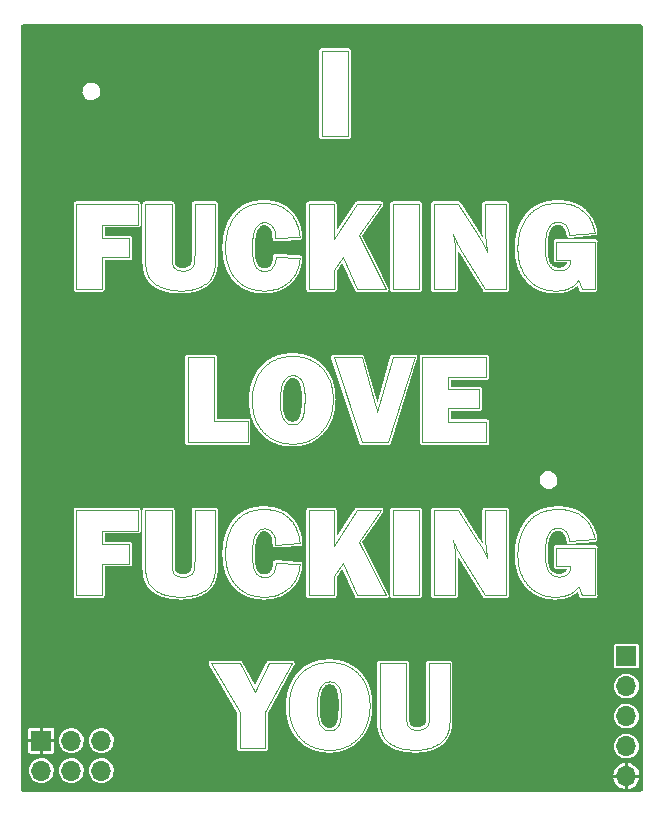
<source format=gtl>
G04 #@! TF.GenerationSoftware,KiCad,Pcbnew,(6.0.2)*
G04 #@! TF.CreationDate,2022-06-03T10:10:03-07:00*
G04 #@! TF.ProjectId,iflfu-top,69666c66-752d-4746-9f70-2e6b69636164,rev?*
G04 #@! TF.SameCoordinates,Original*
G04 #@! TF.FileFunction,Copper,L1,Top*
G04 #@! TF.FilePolarity,Positive*
%FSLAX46Y46*%
G04 Gerber Fmt 4.6, Leading zero omitted, Abs format (unit mm)*
G04 Created by KiCad (PCBNEW (6.0.2)) date 2022-06-03 10:10:03*
%MOMM*%
%LPD*%
G01*
G04 APERTURE LIST*
%ADD10C,0.072000*%
G04 #@! TA.AperFunction,ComponentPad*
%ADD11R,1.700000X1.700000*%
G04 #@! TD*
G04 #@! TA.AperFunction,ComponentPad*
%ADD12O,1.700000X1.700000*%
G04 #@! TD*
G04 #@! TA.AperFunction,ViaPad*
%ADD13C,0.800000*%
G04 #@! TD*
G04 APERTURE END LIST*
D10*
X182378867Y-37384600D02*
X180585899Y-37384600D01*
X171726524Y-74740459D02*
X171828568Y-74736179D01*
X171925084Y-74723337D01*
X172016076Y-74701930D01*
X172101545Y-74671955D01*
X172181495Y-74633410D01*
X172255928Y-74586292D01*
X172324848Y-74530597D01*
X172388257Y-74466322D01*
X172446159Y-74393466D01*
X172498555Y-74312024D01*
X172530430Y-74252959D01*
X169232188Y-58885577D02*
X167170274Y-58996319D01*
X171085508Y-44027373D02*
X171143745Y-44089984D01*
X171200136Y-44153894D01*
X171254679Y-44219101D01*
X171307375Y-44285606D01*
X171358224Y-44353409D01*
X171407225Y-44422510D01*
X171454378Y-44492908D01*
X171499683Y-44564604D01*
X171543140Y-44637598D01*
X171584750Y-44711890D01*
X171624511Y-44787479D01*
X171662424Y-44864366D01*
X171698488Y-44942551D01*
X171732704Y-45022034D01*
X171765072Y-45102814D01*
X171795591Y-45184893D01*
X171824261Y-45268268D01*
X171851082Y-45352942D01*
X171876054Y-45438914D01*
X171899177Y-45526183D01*
X171920451Y-45614750D01*
X171939875Y-45704615D01*
X171957450Y-45795777D01*
X171973175Y-45888237D01*
X171987051Y-45981995D01*
X171999077Y-46077051D01*
X172009253Y-46173405D01*
X172017580Y-46271056D01*
X172024056Y-46370005D01*
X172028682Y-46470252D01*
X172031457Y-46571796D01*
X172032383Y-46674639D01*
X159321055Y-61722686D02*
X159394619Y-61721172D01*
X159488801Y-61714448D01*
X159578511Y-61702354D01*
X159663733Y-61684894D01*
X159744454Y-61662078D01*
X159820660Y-61633910D01*
X159892338Y-61600399D01*
X159959474Y-61561551D01*
X159975547Y-61551006D01*
X158405820Y-30186358D02*
X158405820Y-34811163D01*
X167212461Y-34637139D02*
X169232188Y-34758428D01*
X154825156Y-34689873D02*
X152478477Y-34689873D01*
X188540586Y-57094952D02*
X188595630Y-57027307D01*
X188652330Y-56961811D01*
X188710684Y-56898464D01*
X188770693Y-56837266D01*
X188832356Y-56778217D01*
X188895673Y-56721316D01*
X188960645Y-56666564D01*
X189027271Y-56613961D01*
X189095550Y-56563506D01*
X189165484Y-56515199D01*
X189237071Y-56469040D01*
X189310312Y-56425029D01*
X189385206Y-56383166D01*
X189461754Y-56343451D01*
X189539955Y-56305884D01*
X189619809Y-56270464D01*
X189701317Y-56237192D01*
X189784477Y-56206067D01*
X189869290Y-56177089D01*
X189955756Y-56150259D01*
X190043875Y-56125575D01*
X190133646Y-56103039D01*
X190225070Y-56082649D01*
X190318146Y-56064406D01*
X190412875Y-56048310D01*
X190509255Y-56034360D01*
X190607288Y-56022557D01*
X190706972Y-56012900D01*
X190808308Y-56005389D01*
X190911296Y-56000024D01*
X191015936Y-55996805D01*
X191122227Y-55995733D01*
X162070860Y-60873663D02*
X162070073Y-60957622D01*
X162067715Y-61040092D01*
X162063784Y-61121072D01*
X162058281Y-61200562D01*
X162051206Y-61278562D01*
X162042560Y-61355073D01*
X162032341Y-61430095D01*
X162020551Y-61503627D01*
X162007189Y-61575671D01*
X161992256Y-61646225D01*
X161957676Y-61782867D01*
X161916811Y-61913553D01*
X161869663Y-62038286D01*
X161816232Y-62157066D01*
X161756518Y-62269893D01*
X161690524Y-62376769D01*
X161618250Y-62477694D01*
X161539696Y-62572669D01*
X161454863Y-62661695D01*
X161363753Y-62744773D01*
X161266367Y-62821905D01*
X191122227Y-30075616D02*
X191202157Y-30076254D01*
X191281109Y-30078170D01*
X191359083Y-30081363D01*
X191436078Y-30085833D01*
X191512095Y-30091580D01*
X191587133Y-30098604D01*
X191661193Y-30106906D01*
X191734275Y-30116485D01*
X191806378Y-30127340D01*
X191877502Y-30139473D01*
X192016816Y-30167571D01*
X192152215Y-30200777D01*
X192283701Y-30239092D01*
X192411273Y-30282515D01*
X192534931Y-30331047D01*
X192654675Y-30384688D01*
X192770505Y-30443437D01*
X192882422Y-30507295D01*
X192990424Y-30576262D01*
X193094513Y-30650337D01*
X193194688Y-30729522D01*
X182204844Y-32717608D02*
X182225917Y-32803795D01*
X182245630Y-32888335D01*
X182263984Y-32971227D01*
X182280979Y-33052471D01*
X182296614Y-33132066D01*
X182310889Y-33210014D01*
X182323805Y-33286314D01*
X182335361Y-33360967D01*
X182345558Y-33433971D01*
X182358303Y-33540387D01*
X182367990Y-33643096D01*
X182374618Y-33742096D01*
X182378187Y-33837389D01*
X182378867Y-33898858D01*
X169654063Y-46548077D02*
X169653079Y-46432576D01*
X169650128Y-46320742D01*
X169645210Y-46212575D01*
X169638325Y-46108074D01*
X169629472Y-46007240D01*
X169618652Y-45910073D01*
X169605865Y-45816572D01*
X169591111Y-45726738D01*
X169574389Y-45640571D01*
X169555700Y-45558071D01*
X169535044Y-45479237D01*
X169512421Y-45404070D01*
X169487831Y-45332569D01*
X169461273Y-45264736D01*
X169402256Y-45140068D01*
X169335369Y-45030068D01*
X169260614Y-44934734D01*
X169177990Y-44854067D01*
X169087497Y-44788066D01*
X168989135Y-44736733D01*
X168882904Y-44700066D01*
X168768804Y-44678066D01*
X168646836Y-44670733D01*
X150326914Y-56106475D02*
X155531797Y-56106475D01*
X190969297Y-60799834D02*
X190969297Y-59270537D01*
X172868516Y-34664678D02*
X172122031Y-35723467D01*
X179631406Y-50344952D02*
X179631406Y-43146709D01*
X184941758Y-30186358D02*
X186740000Y-30186358D01*
X189998985Y-33740655D02*
X189999324Y-33817936D01*
X190000344Y-33893557D01*
X190002043Y-33967515D01*
X190004423Y-34039811D01*
X190011220Y-34179417D01*
X190020737Y-34312374D01*
X190032973Y-34438680D01*
X190047928Y-34558336D01*
X190065603Y-34671339D01*
X190085996Y-34777690D01*
X190109108Y-34877388D01*
X190134940Y-34970431D01*
X190163490Y-35056818D01*
X190194760Y-35136550D01*
X190228749Y-35209624D01*
X190265457Y-35276041D01*
X190325617Y-35363180D01*
X190347031Y-35388897D01*
X194212461Y-58505889D02*
X192071445Y-58716827D01*
X168253672Y-62708819D02*
X168147701Y-62794388D01*
X168038750Y-62874437D01*
X167926817Y-62948966D01*
X167811902Y-63017974D01*
X167694003Y-63081461D01*
X167573120Y-63139428D01*
X167449251Y-63191873D01*
X167322397Y-63238799D01*
X167192555Y-63280203D01*
X167059726Y-63316087D01*
X166923909Y-63346451D01*
X166785101Y-63371294D01*
X166643304Y-63390616D01*
X166571283Y-63398207D01*
X166498515Y-63404417D01*
X166424999Y-63409248D01*
X166350734Y-63412698D01*
X166275722Y-63414768D01*
X166199961Y-63415459D01*
X182378867Y-33898858D02*
X182378867Y-37384600D01*
X168364414Y-56786748D02*
X168457722Y-56887643D01*
X168545824Y-56992576D01*
X168628720Y-57101547D01*
X168706409Y-57214555D01*
X168778890Y-57331601D01*
X168846161Y-57452684D01*
X168908222Y-57577805D01*
X168965073Y-57706963D01*
X169016712Y-57840158D01*
X169040577Y-57908270D01*
X169063139Y-57977391D01*
X169084397Y-58047522D01*
X169104352Y-58118662D01*
X169123003Y-58190811D01*
X169140351Y-58263970D01*
X169156395Y-58338138D01*
X169171135Y-58413315D01*
X169184571Y-58489502D01*
X169196703Y-58566698D01*
X169207531Y-58644904D01*
X169217054Y-58724119D01*
X169225273Y-58804343D01*
X169232188Y-58885577D01*
X194212461Y-32585772D02*
X192071445Y-32796709D01*
X168604649Y-48820928D02*
X168706693Y-48816633D01*
X168803209Y-48803752D01*
X168894201Y-48782286D01*
X168979670Y-48752239D01*
X169059620Y-48713614D01*
X169134053Y-48666413D01*
X169202973Y-48610640D01*
X169266382Y-48546297D01*
X169324284Y-48473387D01*
X169376680Y-48391914D01*
X169408555Y-48332842D01*
X176092930Y-56106475D02*
X174274766Y-58740850D01*
X167212461Y-60557256D02*
X169232188Y-60678545D01*
X177151719Y-43146709D02*
X178968125Y-43146709D01*
X192071445Y-32796709D02*
X192049053Y-32660691D01*
X192021429Y-32533449D01*
X191988574Y-32414982D01*
X191950485Y-32305290D01*
X191907165Y-32204374D01*
X191858612Y-32112233D01*
X191804828Y-32028867D01*
X191745810Y-31954277D01*
X191681561Y-31888462D01*
X191612079Y-31831422D01*
X191537365Y-31783158D01*
X191457419Y-31743669D01*
X191372241Y-31712955D01*
X191281830Y-31691017D01*
X191186188Y-31677854D01*
X191085313Y-31673467D01*
X162070860Y-34953545D02*
X162070073Y-35037506D01*
X162067715Y-35119980D01*
X162063784Y-35200968D01*
X162058281Y-35280469D01*
X162051206Y-35358483D01*
X162042560Y-35435010D01*
X162032341Y-35510049D01*
X162020551Y-35583602D01*
X162007189Y-35655666D01*
X161992256Y-35726243D01*
X161957676Y-35862935D01*
X161916811Y-35993674D01*
X161869663Y-36118462D01*
X161816232Y-36237296D01*
X161756518Y-36350176D01*
X161690524Y-36457101D01*
X161618250Y-36558071D01*
X161539696Y-36653083D01*
X161454863Y-36742138D01*
X161363753Y-36825235D01*
X161266367Y-36902373D01*
X182378867Y-59818975D02*
X182378867Y-63304717D01*
X160280235Y-35243584D02*
X160294686Y-35165976D01*
X160304508Y-35089429D01*
X160312776Y-35000027D01*
X160317954Y-34924541D01*
X160322251Y-34841824D01*
X160325664Y-34751877D01*
X160328191Y-34654699D01*
X160329829Y-34550291D01*
X160330426Y-34476669D01*
X160330625Y-34399834D01*
X186740000Y-30186358D02*
X186740000Y-37384600D01*
X165469297Y-61327178D02*
X165522149Y-61402571D01*
X165578861Y-61470549D01*
X165639429Y-61531111D01*
X165703851Y-61584258D01*
X165772124Y-61629988D01*
X165844245Y-61668303D01*
X165920211Y-61699202D01*
X166000019Y-61722685D01*
X166083666Y-61738753D01*
X166171149Y-61747405D01*
X166231602Y-61749053D01*
X164174961Y-76264483D02*
X164174961Y-73216436D01*
X180585899Y-63304717D02*
X180585899Y-56106475D01*
X177121250Y-56106475D02*
X179330820Y-56106475D01*
X180134727Y-74123467D02*
X180149178Y-74045859D01*
X180159000Y-73969312D01*
X180167268Y-73879910D01*
X180172446Y-73804424D01*
X180176743Y-73721707D01*
X180180156Y-73631760D01*
X180182683Y-73534582D01*
X180184321Y-73430174D01*
X180184918Y-73356552D01*
X180185117Y-73279717D01*
X174199766Y-75341631D02*
X174139569Y-75405221D01*
X174078291Y-75466792D01*
X174015932Y-75526345D01*
X173952491Y-75583879D01*
X173887968Y-75639395D01*
X173822365Y-75692891D01*
X173755679Y-75744369D01*
X173687912Y-75793828D01*
X173619064Y-75841268D01*
X173549134Y-75886690D01*
X173478123Y-75930093D01*
X173406031Y-75971477D01*
X173332857Y-76010842D01*
X173258601Y-76048189D01*
X173183264Y-76083517D01*
X173106845Y-76116826D01*
X173029345Y-76148117D01*
X172950764Y-76177388D01*
X172871101Y-76204641D01*
X172790357Y-76229875D01*
X172708531Y-76253091D01*
X172625623Y-76274288D01*
X172541635Y-76293466D01*
X172456564Y-76310625D01*
X172370413Y-76325765D01*
X172283179Y-76338887D01*
X172194865Y-76349990D01*
X172105469Y-76359075D01*
X172014991Y-76366140D01*
X171923432Y-76371187D01*
X171830791Y-76374215D01*
X171737070Y-76375225D01*
X179330820Y-37384600D02*
X177121250Y-37384600D01*
X185047227Y-50344952D02*
X179631406Y-50344952D01*
X184941758Y-37384600D02*
X182970078Y-34204131D01*
X166231602Y-61749053D02*
X166338018Y-61744397D01*
X166438419Y-61730431D01*
X166532805Y-61707153D01*
X166621176Y-61674565D01*
X166703533Y-61632666D01*
X166779874Y-61581456D01*
X166850200Y-61520935D01*
X166914511Y-61451104D01*
X166972808Y-61371961D01*
X167025089Y-61283507D01*
X167071355Y-61185742D01*
X167111606Y-61078667D01*
X167145842Y-60962281D01*
X167174063Y-60836583D01*
X167196269Y-60701575D01*
X167212461Y-60557256D01*
X185047227Y-43146709D02*
X185047227Y-44807842D01*
X181798789Y-48625811D02*
X185047227Y-48625811D01*
X160330625Y-30186358D02*
X162070860Y-30186358D01*
X177121250Y-37384600D02*
X177121250Y-30186358D01*
X192161094Y-34879717D02*
X190969297Y-34879717D01*
X170682383Y-72731280D02*
X170683402Y-72854891D01*
X170686461Y-72974579D01*
X170691560Y-73090342D01*
X170698697Y-73202181D01*
X170707874Y-73310096D01*
X170719091Y-73414087D01*
X170732346Y-73514153D01*
X170747641Y-73610295D01*
X170764976Y-73702514D01*
X170784349Y-73790808D01*
X170805762Y-73875177D01*
X170829215Y-73955623D01*
X170854707Y-74032145D01*
X170882238Y-74104742D01*
X170911808Y-74173415D01*
X170943418Y-74238164D01*
X171012755Y-74355889D01*
X171090250Y-74457918D01*
X171175902Y-74544250D01*
X171269712Y-74614885D01*
X171371679Y-74669823D01*
X171481803Y-74709065D01*
X171600085Y-74732610D01*
X171726524Y-74740459D01*
X184941758Y-32316827D02*
X184941758Y-30186358D01*
X180585899Y-56106475D02*
X182674180Y-56106475D01*
X174107188Y-30186358D02*
X176092930Y-30186358D01*
X161266367Y-62821905D02*
X161163940Y-62893748D01*
X161057708Y-62960963D01*
X160947670Y-63023548D01*
X160833826Y-63081502D01*
X160716174Y-63134825D01*
X160594714Y-63183516D01*
X160469445Y-63227573D01*
X160340366Y-63266997D01*
X160207476Y-63301786D01*
X160070774Y-63331939D01*
X159930260Y-63357455D01*
X159858572Y-63368474D01*
X159785932Y-63378334D01*
X159712337Y-63387034D01*
X159637790Y-63394575D01*
X159562288Y-63400955D01*
X159485832Y-63406176D01*
X159408423Y-63410237D01*
X159330059Y-63413138D01*
X159250741Y-63414878D01*
X159170469Y-63415459D01*
X190969297Y-59270537D02*
X194212461Y-59270537D01*
X173329649Y-24424541D02*
X171120078Y-24424541D01*
X187673399Y-33888311D02*
X187674245Y-33787959D01*
X187676784Y-33688613D01*
X187681016Y-33590273D01*
X187686940Y-33492939D01*
X187694558Y-33396610D01*
X187703869Y-33301287D01*
X187714873Y-33206968D01*
X187727570Y-33113655D01*
X187741961Y-33021347D01*
X187758045Y-32930045D01*
X187775823Y-32839746D01*
X187795295Y-32750453D01*
X187816461Y-32662164D01*
X187839320Y-32574880D01*
X187863874Y-32488601D01*
X187890122Y-32403325D01*
X187918064Y-32319054D01*
X187947701Y-32235787D01*
X187979032Y-32153524D01*
X188012058Y-32072265D01*
X188046778Y-31992009D01*
X188083193Y-31912758D01*
X188121304Y-31834509D01*
X188161109Y-31757265D01*
X188202609Y-31681023D01*
X188245805Y-31605785D01*
X188290696Y-31531551D01*
X188337282Y-31458319D01*
X188385565Y-31386090D01*
X188435542Y-31314864D01*
X188487216Y-31244640D01*
X188540586Y-31175420D01*
X182674180Y-56106475D02*
X184351133Y-58742608D01*
X152478477Y-31900225D02*
X152478477Y-33070928D01*
X172122031Y-61643584D02*
X172122031Y-63304717D01*
X162930430Y-33846123D02*
X162931264Y-33740963D01*
X162933767Y-33637080D01*
X162937938Y-33534475D01*
X162943778Y-33433147D01*
X162951286Y-33333096D01*
X162960463Y-33234322D01*
X162971309Y-33136825D01*
X162983823Y-33040605D01*
X162998006Y-32945663D01*
X163013857Y-32851998D01*
X163031377Y-32759609D01*
X163050565Y-32668498D01*
X163071422Y-32578665D01*
X163093947Y-32490108D01*
X163118141Y-32402828D01*
X163144004Y-32316826D01*
X163171535Y-32232101D01*
X163200734Y-32148653D01*
X163231602Y-32066482D01*
X163264139Y-31985588D01*
X163298344Y-31905972D01*
X163334218Y-31827632D01*
X163371760Y-31750570D01*
X163410971Y-31674785D01*
X163451851Y-31600277D01*
X163494399Y-31527047D01*
X163538615Y-31455093D01*
X163584500Y-31384417D01*
X163632054Y-31315017D01*
X163681276Y-31246895D01*
X163732167Y-31180050D01*
X163784727Y-31114483D01*
X180185117Y-69066241D02*
X181925352Y-69066241D01*
X178260313Y-69066241D02*
X178260313Y-73691045D01*
X156984336Y-62845928D02*
X156884401Y-62771935D01*
X156790920Y-62692339D01*
X156703892Y-62607140D01*
X156623316Y-62516338D01*
X156549190Y-62419933D01*
X156481515Y-62317925D01*
X156420290Y-62210314D01*
X156365512Y-62097100D01*
X156317183Y-61978283D01*
X156275300Y-61853862D01*
X156239863Y-61723839D01*
X156210871Y-61588213D01*
X156188323Y-61446984D01*
X156179465Y-61374268D01*
X156172218Y-61300151D01*
X156166582Y-61224634D01*
X156162556Y-61147716D01*
X156160141Y-61069397D01*
X156159336Y-60989678D01*
X188569883Y-36522686D02*
X188514728Y-36461203D01*
X188461324Y-36398375D01*
X188409671Y-36334202D01*
X188359769Y-36268683D01*
X188311618Y-36201818D01*
X188265218Y-36133608D01*
X188220569Y-36064054D01*
X188177671Y-35993154D01*
X188136524Y-35920909D01*
X188097127Y-35847319D01*
X188059482Y-35772384D01*
X188023588Y-35696105D01*
X187989444Y-35618481D01*
X187957052Y-35539513D01*
X187926410Y-35459201D01*
X187897520Y-35377544D01*
X187870380Y-35294543D01*
X187844991Y-35210198D01*
X187821353Y-35124510D01*
X187799467Y-35037477D01*
X187779331Y-34949101D01*
X187760946Y-34859381D01*
X187744312Y-34768318D01*
X187729429Y-34675911D01*
X187716297Y-34582161D01*
X187704916Y-34487068D01*
X187695285Y-34390632D01*
X187687406Y-34292853D01*
X187681278Y-34193732D01*
X187676900Y-34093267D01*
X187674274Y-33991460D01*
X187673399Y-33888311D01*
X187673399Y-59808428D02*
X187674245Y-59708074D01*
X187676784Y-59608724D01*
X187681016Y-59510376D01*
X187686940Y-59413031D01*
X187694558Y-59316689D01*
X187703869Y-59221350D01*
X187714873Y-59127014D01*
X187727570Y-59033681D01*
X187741961Y-58941352D01*
X187758045Y-58850026D01*
X187775823Y-58759703D01*
X187795295Y-58670385D01*
X187816461Y-58582070D01*
X187839320Y-58494759D01*
X187863874Y-58408452D01*
X187890122Y-58323149D01*
X187918064Y-58238851D01*
X187947701Y-58155556D01*
X187979032Y-58073267D01*
X188012058Y-57991981D01*
X188046778Y-57911701D01*
X188083193Y-57832425D01*
X188121304Y-57754154D01*
X188161109Y-57676888D01*
X188202609Y-57600627D01*
X188245805Y-57525371D01*
X188290696Y-57451121D01*
X188337282Y-57377876D01*
X188385565Y-57305636D01*
X188435542Y-57234402D01*
X188487216Y-57164174D01*
X188540586Y-57094952D01*
X172122031Y-59082452D02*
X174107188Y-56106475D01*
X165432383Y-71439288D02*
X166641758Y-69066241D01*
X161991758Y-43146709D02*
X161991758Y-48578350D01*
X184351133Y-58742608D02*
X184412807Y-58840187D01*
X184472586Y-58936270D01*
X184530470Y-59030858D01*
X184586459Y-59123952D01*
X184640553Y-59215552D01*
X184692752Y-59305660D01*
X184743056Y-59394276D01*
X184791464Y-59481401D01*
X184837978Y-59567036D01*
X184882596Y-59651182D01*
X184925319Y-59733840D01*
X184966147Y-59815010D01*
X185005080Y-59894694D01*
X185042117Y-59972892D01*
X185077260Y-60049605D01*
X185110508Y-60124834D01*
X150326914Y-63304717D02*
X150326914Y-56106475D01*
X168646836Y-44670733D02*
X168515288Y-44679096D01*
X168392227Y-44704186D01*
X168277654Y-44746003D01*
X168171567Y-44804546D01*
X168073967Y-44879816D01*
X167984854Y-44971813D01*
X167904228Y-45080536D01*
X167832089Y-45205986D01*
X167799203Y-45274984D01*
X167768437Y-45348163D01*
X167739794Y-45425524D01*
X167713272Y-45507067D01*
X167688872Y-45592791D01*
X167666594Y-45682697D01*
X167646438Y-45776784D01*
X167628403Y-45875054D01*
X167612490Y-45977504D01*
X167598699Y-46084137D01*
X167587029Y-46194951D01*
X167577481Y-46309947D01*
X167570055Y-46429125D01*
X167564751Y-46552484D01*
X167561568Y-46680025D01*
X167560508Y-46811748D01*
X191122227Y-55995733D02*
X191202157Y-55996371D01*
X191281109Y-55998287D01*
X191359083Y-56001480D01*
X191436078Y-56005950D01*
X191512095Y-56011697D01*
X191587133Y-56018721D01*
X191661193Y-56027023D01*
X191734275Y-56036602D01*
X191806378Y-56047458D01*
X191877502Y-56059591D01*
X192016816Y-56087688D01*
X192152215Y-56120894D01*
X192283701Y-56159209D01*
X192411273Y-56202633D01*
X192534931Y-56251165D01*
X192654675Y-56304805D01*
X192770505Y-56363555D01*
X192882422Y-56427413D01*
X192990424Y-56496379D01*
X193094513Y-56570455D01*
X193194688Y-56649639D01*
X170039024Y-63304717D02*
X170039024Y-56106475D01*
X176734531Y-50344952D02*
X174482774Y-50344952D01*
X164828867Y-50344952D02*
X159782188Y-50344952D01*
X166242149Y-57630498D02*
X166115710Y-57638696D01*
X165997428Y-57663292D01*
X165887304Y-57704284D01*
X165785337Y-57761674D01*
X165691527Y-57835461D01*
X165605875Y-57925645D01*
X165528380Y-58032227D01*
X165459043Y-58155205D01*
X165427433Y-58222843D01*
X165397863Y-58294580D01*
X165370332Y-58370417D01*
X165344840Y-58450353D01*
X165321387Y-58534388D01*
X165299974Y-58622522D01*
X165280601Y-58714756D01*
X165263266Y-58811089D01*
X165247971Y-58911521D01*
X165234716Y-59016053D01*
X165223499Y-59124683D01*
X165214322Y-59237414D01*
X165207185Y-59354243D01*
X165202086Y-59475171D01*
X165199027Y-59600199D01*
X165198008Y-59729327D01*
X166199961Y-37495342D02*
X166108886Y-37494394D01*
X166018913Y-37491551D01*
X165930042Y-37486813D01*
X165842273Y-37480180D01*
X165755606Y-37471652D01*
X165670042Y-37461229D01*
X165585579Y-37448911D01*
X165502219Y-37434697D01*
X165419960Y-37418588D01*
X165338804Y-37400585D01*
X165258750Y-37380686D01*
X165179798Y-37358891D01*
X165101947Y-37335202D01*
X165025199Y-37309618D01*
X164949553Y-37282138D01*
X164875010Y-37252764D01*
X164801568Y-37221494D01*
X164729228Y-37188329D01*
X164657990Y-37153269D01*
X164587854Y-37116314D01*
X164518821Y-37077463D01*
X164450889Y-37036718D01*
X164384060Y-36994077D01*
X164318332Y-36949541D01*
X164253707Y-36903110D01*
X164190184Y-36854784D01*
X164127763Y-36804563D01*
X164066443Y-36752446D01*
X164006226Y-36698435D01*
X163947111Y-36642528D01*
X163889098Y-36584726D01*
X163832188Y-36525030D01*
X165469297Y-35407061D02*
X165522149Y-35482454D01*
X165578861Y-35550432D01*
X165639429Y-35610994D01*
X165703851Y-35664141D01*
X165772124Y-35709871D01*
X165844245Y-35748186D01*
X165920211Y-35779085D01*
X166000019Y-35802568D01*
X166083666Y-35818636D01*
X166171149Y-35827288D01*
X166231602Y-35828936D01*
X168253672Y-36788702D02*
X168147701Y-36874271D01*
X168038750Y-36954320D01*
X167926817Y-37028849D01*
X167811902Y-37097856D01*
X167694003Y-37161344D01*
X167573120Y-37219310D01*
X167449251Y-37271756D01*
X167322397Y-37318681D01*
X167192555Y-37360086D01*
X167059726Y-37395970D01*
X166923909Y-37426334D01*
X166785101Y-37451176D01*
X166643304Y-37470499D01*
X166571283Y-37478090D01*
X166498515Y-37484300D01*
X166424999Y-37489131D01*
X166350734Y-37492581D01*
X166275722Y-37494651D01*
X166199961Y-37495342D01*
X161991758Y-48578350D02*
X164828867Y-48578350D01*
X152478477Y-63304717D02*
X150326914Y-63304717D01*
X155531797Y-57820342D02*
X152478477Y-57820342D01*
X171120078Y-17226299D02*
X173329649Y-17226299D01*
X172122031Y-63304717D02*
X170039024Y-63304717D01*
X185047227Y-44807842D02*
X181798789Y-44807842D01*
X152478477Y-37384600D02*
X150326914Y-37384600D01*
X179330820Y-63304717D02*
X177121250Y-63304717D01*
X152478477Y-60609991D02*
X152478477Y-63304717D01*
X152478477Y-34689873D02*
X152478477Y-37384600D01*
X172122031Y-30186358D02*
X172122031Y-33162920D01*
X168364414Y-30866631D02*
X168457722Y-30967526D01*
X168545824Y-31072459D01*
X168628720Y-31181430D01*
X168706409Y-31294438D01*
X168778890Y-31411484D01*
X168846161Y-31532567D01*
X168908222Y-31657687D01*
X168965073Y-31786845D01*
X169016712Y-31920041D01*
X169040577Y-31988153D01*
X169063139Y-32057274D01*
X169084397Y-32127404D01*
X169104352Y-32198544D01*
X169123003Y-32270693D01*
X169140351Y-32343852D01*
X169156395Y-32418020D01*
X169171135Y-32493197D01*
X169184571Y-32569384D01*
X169196703Y-32646580D01*
X169207531Y-32724786D01*
X169217054Y-32804001D01*
X169225273Y-32884225D01*
X169232188Y-32965459D01*
X179330820Y-56106475D02*
X179330820Y-63304717D01*
X194212461Y-63304717D02*
X193131406Y-63304717D01*
X171077891Y-49422100D02*
X171017694Y-49485690D01*
X170956416Y-49547261D01*
X170894057Y-49606814D01*
X170830616Y-49664348D01*
X170766093Y-49719864D01*
X170700490Y-49773360D01*
X170633804Y-49824838D01*
X170566037Y-49874297D01*
X170497189Y-49921737D01*
X170427259Y-49967159D01*
X170356248Y-50010562D01*
X170284156Y-50051946D01*
X170210982Y-50091311D01*
X170136726Y-50128658D01*
X170061389Y-50163986D01*
X169984970Y-50197295D01*
X169907470Y-50228586D01*
X169828889Y-50257857D01*
X169749226Y-50285110D01*
X169668482Y-50310344D01*
X169586656Y-50333560D01*
X169503748Y-50354757D01*
X169419760Y-50373935D01*
X169334689Y-50391094D01*
X169248538Y-50406234D01*
X169161304Y-50419356D01*
X169072990Y-50430459D01*
X168983594Y-50439544D01*
X168893116Y-50446609D01*
X168801557Y-50451656D01*
X168708916Y-50454684D01*
X168615195Y-50455694D01*
X168304063Y-72673272D02*
X168304955Y-72572966D01*
X168307633Y-72473760D01*
X168312097Y-72375651D01*
X168318346Y-72278642D01*
X168326381Y-72182730D01*
X168336201Y-72087916D01*
X168347808Y-71994200D01*
X168361200Y-71901583D01*
X168376379Y-71810063D01*
X168393344Y-71719640D01*
X168412096Y-71630316D01*
X168432633Y-71542088D01*
X168454958Y-71454958D01*
X168479069Y-71368925D01*
X168504966Y-71283990D01*
X168532651Y-71200151D01*
X168562123Y-71117410D01*
X168593382Y-71035765D01*
X168626428Y-70955217D01*
X168661261Y-70875765D01*
X168697882Y-70797410D01*
X168736290Y-70720151D01*
X168776486Y-70643989D01*
X168818469Y-70568922D01*
X168862241Y-70494952D01*
X168907800Y-70422078D01*
X168955148Y-70350300D01*
X169004284Y-70279617D01*
X169055208Y-70210030D01*
X169107920Y-70141538D01*
X169162421Y-70074142D01*
X169218711Y-70007842D01*
X182378867Y-63304717D02*
X180585899Y-63304717D01*
X184941758Y-58236944D02*
X184941758Y-56106475D01*
X166096836Y-44087725D02*
X166154713Y-44023000D01*
X166213977Y-43960331D01*
X166274628Y-43899719D01*
X166336666Y-43841163D01*
X166400090Y-43784663D01*
X166464901Y-43730219D01*
X166531098Y-43677831D01*
X166598682Y-43627498D01*
X166667652Y-43579221D01*
X166738007Y-43533000D01*
X166809749Y-43488834D01*
X166882876Y-43446724D01*
X166957390Y-43406668D01*
X167033289Y-43368668D01*
X167110573Y-43332723D01*
X167189243Y-43298833D01*
X167269298Y-43266997D01*
X167350738Y-43237217D01*
X167433564Y-43209490D01*
X167517774Y-43183819D01*
X167603369Y-43160201D01*
X167690349Y-43138638D01*
X167778714Y-43119129D01*
X167868463Y-43101674D01*
X167959597Y-43086273D01*
X168052115Y-43072926D01*
X168146017Y-43061632D01*
X168241304Y-43052392D01*
X168337974Y-43045206D01*
X168436029Y-43040073D01*
X168535467Y-43036993D01*
X168636289Y-43035967D01*
X164174961Y-73216436D02*
X161753281Y-69066241D01*
X158623789Y-61485381D02*
X158682372Y-61540999D01*
X158749134Y-61589201D01*
X158824066Y-61629988D01*
X158907163Y-61663359D01*
X158998417Y-61689314D01*
X159072207Y-61703914D01*
X159150578Y-61714343D01*
X159233528Y-61720600D01*
X159321055Y-61722686D01*
X191085313Y-31673467D02*
X190953765Y-31681541D01*
X190830704Y-31705766D01*
X190716131Y-31746141D01*
X190610044Y-31802666D01*
X190512444Y-31875340D01*
X190423331Y-31964165D01*
X190342705Y-32069139D01*
X190270566Y-32190264D01*
X190237680Y-32256882D01*
X190206914Y-32327538D01*
X190178271Y-32402231D01*
X190151749Y-32480962D01*
X190127349Y-32563730D01*
X190105071Y-32650536D01*
X190084915Y-32741379D01*
X190066880Y-32836260D01*
X190050967Y-32935178D01*
X190037176Y-33038134D01*
X190025506Y-33145127D01*
X190015958Y-33256157D01*
X190008532Y-33371225D01*
X190003228Y-33490331D01*
X190000045Y-33613474D01*
X189998985Y-33740655D01*
X169260899Y-75367998D02*
X169202013Y-75304382D01*
X169144999Y-75239437D01*
X169089856Y-75173164D01*
X169036584Y-75105562D01*
X168985182Y-75036631D01*
X168935651Y-74966372D01*
X168887991Y-74894784D01*
X168842200Y-74821867D01*
X168798280Y-74747622D01*
X168756230Y-74672048D01*
X168716051Y-74595146D01*
X168677741Y-74516914D01*
X168641301Y-74437355D01*
X168606730Y-74356466D01*
X168574030Y-74274249D01*
X168543198Y-74190703D01*
X168514236Y-74105828D01*
X168487144Y-74019625D01*
X168461920Y-73932093D01*
X168438566Y-73843233D01*
X168417081Y-73753044D01*
X168397464Y-73661526D01*
X168379716Y-73568680D01*
X168363837Y-73474504D01*
X168349827Y-73379001D01*
X168337685Y-73282168D01*
X168327411Y-73184007D01*
X168319005Y-73084517D01*
X168312468Y-72983699D01*
X168307798Y-72881552D01*
X168304996Y-72778076D01*
X168304063Y-72673272D01*
X172122031Y-37384600D02*
X170039024Y-37384600D01*
X161753281Y-69066241D02*
X164170860Y-69066241D01*
X192161094Y-60799834D02*
X190969297Y-60799834D01*
X167560508Y-46811748D02*
X167561527Y-46935359D01*
X167564586Y-47055047D01*
X167569685Y-47170810D01*
X167576822Y-47282649D01*
X167585999Y-47390564D01*
X167597216Y-47494555D01*
X167610471Y-47594622D01*
X167625766Y-47690764D01*
X167643101Y-47782982D01*
X167662474Y-47871276D01*
X167683887Y-47955646D01*
X167707340Y-48036092D01*
X167732832Y-48112613D01*
X167760363Y-48185211D01*
X167789933Y-48253884D01*
X167821543Y-48318633D01*
X167890880Y-48436358D01*
X167968375Y-48538387D01*
X168054027Y-48624719D01*
X168147837Y-48695354D01*
X168249804Y-48750292D01*
X168359928Y-48789534D01*
X168478210Y-48813079D01*
X168604649Y-48820928D01*
X172147227Y-43146709D02*
X174475156Y-43146709D01*
X182970078Y-34204131D02*
X182922692Y-34126642D01*
X182875240Y-34047106D01*
X182827723Y-33965521D01*
X182780142Y-33881884D01*
X182732500Y-33796193D01*
X182684797Y-33708448D01*
X182637036Y-33618647D01*
X182589218Y-33526787D01*
X182541345Y-33432868D01*
X182493420Y-33336886D01*
X182445442Y-33238842D01*
X182397415Y-33138732D01*
X182349340Y-33036555D01*
X182301219Y-32932310D01*
X182253052Y-32825995D01*
X182204844Y-32717608D01*
X173329649Y-17226299D02*
X173329649Y-24424541D01*
X190858555Y-37495342D02*
X190772027Y-37494392D01*
X190686467Y-37491544D01*
X190601876Y-37486797D01*
X190518253Y-37480152D01*
X190435598Y-37471607D01*
X190353911Y-37461163D01*
X190273193Y-37448820D01*
X190193442Y-37434578D01*
X190114660Y-37418436D01*
X190036846Y-37400395D01*
X189960000Y-37380454D01*
X189884122Y-37358613D01*
X189809212Y-37334873D01*
X189735271Y-37309232D01*
X189662298Y-37281692D01*
X189590293Y-37252251D01*
X189519256Y-37220910D01*
X189449187Y-37187668D01*
X189380086Y-37152526D01*
X189311954Y-37115484D01*
X189244790Y-37076540D01*
X189178594Y-37035696D01*
X189113366Y-36992951D01*
X189049106Y-36948305D01*
X188985814Y-36901758D01*
X188923491Y-36853309D01*
X188862136Y-36802959D01*
X188801749Y-36750708D01*
X188742330Y-36696555D01*
X188683879Y-36640500D01*
X188626397Y-36582544D01*
X188569883Y-36522686D01*
X169218711Y-70007842D02*
X169276588Y-69943115D01*
X169335852Y-69880441D01*
X169396503Y-69819821D01*
X169458541Y-69761255D01*
X169521965Y-69704741D01*
X169586776Y-69650282D01*
X169652973Y-69597876D01*
X169720557Y-69547524D01*
X169789527Y-69499225D01*
X169859882Y-69452981D01*
X169931624Y-69408791D01*
X170004751Y-69366655D01*
X170079265Y-69326574D01*
X170155164Y-69288547D01*
X170232448Y-69252575D01*
X170311118Y-69218657D01*
X170391173Y-69186794D01*
X170472613Y-69156986D01*
X170555439Y-69129233D01*
X170639649Y-69103535D01*
X170725244Y-69079892D01*
X170812224Y-69058305D01*
X170900589Y-69038773D01*
X170990338Y-69021297D01*
X171081472Y-69005876D01*
X171173990Y-68992511D01*
X171267892Y-68981202D01*
X171363179Y-68971948D01*
X171459849Y-68964751D01*
X171557904Y-68959610D01*
X171657342Y-68956526D01*
X171758164Y-68955498D01*
X179330820Y-30186358D02*
X179330820Y-37384600D01*
X161266367Y-36902373D02*
X161163940Y-36974210D01*
X161057708Y-37041406D01*
X160947670Y-37103962D01*
X160833826Y-37161879D01*
X160716174Y-37215158D01*
X160594714Y-37263799D01*
X160469445Y-37307804D01*
X160340366Y-37347173D01*
X160207476Y-37381907D01*
X160070774Y-37412007D01*
X159930260Y-37437474D01*
X159858572Y-37448470D01*
X159785932Y-37458308D01*
X159712337Y-37466989D01*
X159637790Y-37474512D01*
X159562288Y-37480877D01*
X159485832Y-37486084D01*
X159408423Y-37490135D01*
X159330059Y-37493027D01*
X159250741Y-37494763D01*
X159170469Y-37495342D01*
X184424961Y-47449834D02*
X181798789Y-47449834D01*
X176013828Y-73949444D02*
X176013828Y-69066241D01*
X162070860Y-56106475D02*
X162070860Y-60873663D01*
X155531797Y-30186358D02*
X155531797Y-31900225D01*
X172122031Y-33162920D02*
X174107188Y-30186358D01*
X181798789Y-45851983D02*
X184424961Y-45851983D01*
X152478477Y-57820342D02*
X152478477Y-58991045D01*
X194212461Y-33350420D02*
X194212461Y-37384600D01*
X186740000Y-63304717D02*
X184941758Y-63304717D01*
X169408555Y-48332842D02*
X169452384Y-48234273D01*
X169479216Y-48160663D01*
X169504138Y-48080734D01*
X169527147Y-47994484D01*
X169548244Y-47901913D01*
X169567427Y-47803021D01*
X169584696Y-47697806D01*
X169600049Y-47586267D01*
X169613486Y-47468404D01*
X169625007Y-47344216D01*
X169634609Y-47213701D01*
X169642293Y-47076859D01*
X169648057Y-46933690D01*
X169650218Y-46859732D01*
X169651900Y-46784192D01*
X169653101Y-46707069D01*
X169653822Y-46628364D01*
X169654063Y-46548077D01*
X192071445Y-58716827D02*
X192049053Y-58580809D01*
X192021429Y-58453566D01*
X191988574Y-58335099D01*
X191950485Y-58225408D01*
X191907165Y-58124491D01*
X191858612Y-58032350D01*
X191804828Y-57948984D01*
X191745810Y-57874394D01*
X191681561Y-57808579D01*
X191612079Y-57751539D01*
X191537365Y-57703275D01*
X191457419Y-57663786D01*
X191372241Y-57633072D01*
X191281830Y-57611134D01*
X191186188Y-57597971D01*
X191085313Y-57593584D01*
X176530625Y-63304717D02*
X174113047Y-63304717D01*
X169232188Y-60678545D02*
X169222611Y-60760669D01*
X169211678Y-60841589D01*
X169199389Y-60921303D01*
X169185744Y-60999812D01*
X169170744Y-61077117D01*
X169154388Y-61153216D01*
X169136676Y-61228110D01*
X169117609Y-61301799D01*
X169097187Y-61374283D01*
X169075410Y-61445562D01*
X169052278Y-61515636D01*
X169027790Y-61584505D01*
X169001948Y-61652169D01*
X168946200Y-61783881D01*
X168885033Y-61910773D01*
X168818450Y-62032845D01*
X168746450Y-62150097D01*
X168669035Y-62262528D01*
X168586205Y-62370139D01*
X168497961Y-62472930D01*
X168404304Y-62570901D01*
X168305235Y-62664051D01*
X168253672Y-62708819D01*
X165182188Y-46753741D02*
X165183080Y-46653434D01*
X165185758Y-46554222D01*
X165190222Y-46456106D01*
X165196471Y-46359085D01*
X165204506Y-46263160D01*
X165214326Y-46168331D01*
X165225933Y-46074597D01*
X165239325Y-45981960D01*
X165254504Y-45890418D01*
X165271469Y-45799973D01*
X165290221Y-45710624D01*
X165310758Y-45622371D01*
X165333083Y-45535215D01*
X165357194Y-45449156D01*
X165383091Y-45364193D01*
X165410776Y-45280327D01*
X165440248Y-45197558D01*
X165471507Y-45115886D01*
X165504553Y-45035311D01*
X165539386Y-44955833D01*
X165576007Y-44877453D01*
X165614415Y-44800170D01*
X165654611Y-44723985D01*
X165696594Y-44648897D01*
X165740366Y-44574907D01*
X165785925Y-44502015D01*
X165833273Y-44430221D01*
X165882409Y-44359525D01*
X165933333Y-44289927D01*
X165986045Y-44221428D01*
X166040546Y-44154027D01*
X166096836Y-44087725D01*
X159321055Y-35802569D02*
X159394619Y-35801069D01*
X159488801Y-35794403D01*
X159578511Y-35782397D01*
X159663733Y-35765043D01*
X159744454Y-35742335D01*
X159820660Y-35714266D01*
X159892338Y-35680829D01*
X159959474Y-35642018D01*
X159975547Y-35631475D01*
X166321250Y-76264483D02*
X164174961Y-76264483D01*
X181798789Y-47449834D02*
X181798789Y-48625811D01*
X158623789Y-35565264D02*
X158682372Y-35620882D01*
X158749134Y-35669084D01*
X158824066Y-35709871D01*
X158907163Y-35743242D01*
X158998417Y-35769197D01*
X159072207Y-35783797D01*
X159150578Y-35794226D01*
X159233528Y-35800483D01*
X159321055Y-35802569D01*
X163832188Y-36525030D02*
X163776708Y-36463664D01*
X163722990Y-36400857D01*
X163671033Y-36336607D01*
X163620838Y-36270916D01*
X163572404Y-36203782D01*
X163525731Y-36135207D01*
X163480819Y-36065190D01*
X163437668Y-35993731D01*
X163396279Y-35920829D01*
X163356651Y-35846486D01*
X163318784Y-35770701D01*
X163282679Y-35693474D01*
X163248334Y-35614805D01*
X163215751Y-35534694D01*
X163184930Y-35453141D01*
X163155869Y-35370147D01*
X163128570Y-35285710D01*
X163103032Y-35199831D01*
X163079255Y-35112510D01*
X163057239Y-35023747D01*
X163036985Y-34933543D01*
X163018492Y-34841896D01*
X163001760Y-34748808D01*
X162986789Y-34654277D01*
X162973580Y-34558305D01*
X162962132Y-34460890D01*
X162952445Y-34362034D01*
X162944519Y-34261735D01*
X162938355Y-34159995D01*
X162933952Y-34056813D01*
X162931310Y-33952189D01*
X162930430Y-33846123D01*
X170039024Y-30186358D02*
X172122031Y-30186358D01*
X163784727Y-57034600D02*
X163838779Y-56970685D01*
X163894150Y-56908799D01*
X163950840Y-56848943D01*
X164008848Y-56791115D01*
X164068174Y-56735317D01*
X164128818Y-56681547D01*
X164190781Y-56629807D01*
X164254062Y-56580095D01*
X164318662Y-56532413D01*
X164384580Y-56486759D01*
X164451816Y-56443135D01*
X164520371Y-56401540D01*
X164590244Y-56361974D01*
X164661435Y-56324437D01*
X164733945Y-56288928D01*
X164807773Y-56255449D01*
X164882919Y-56223999D01*
X164959384Y-56194578D01*
X165037167Y-56167186D01*
X165116269Y-56141823D01*
X165196689Y-56118489D01*
X165278427Y-56097184D01*
X165361484Y-56077909D01*
X165445859Y-56060662D01*
X165531552Y-56045444D01*
X165618564Y-56032255D01*
X165706894Y-56021095D01*
X165796542Y-56011965D01*
X165887509Y-56004863D01*
X165979794Y-55999791D01*
X166073398Y-55996747D01*
X166168320Y-55995733D01*
X159975547Y-61551006D02*
X160036079Y-61507471D01*
X160102763Y-61451111D01*
X160159442Y-61392582D01*
X160206090Y-61331869D01*
X160242679Y-61268959D01*
X160273272Y-61190549D01*
X160280235Y-61163702D01*
X172775938Y-72467608D02*
X172774954Y-72352107D01*
X172772003Y-72240273D01*
X172767085Y-72132106D01*
X172760200Y-72027605D01*
X172751347Y-71926771D01*
X172740527Y-71829604D01*
X172727740Y-71736103D01*
X172712986Y-71646269D01*
X172696264Y-71560102D01*
X172677575Y-71477602D01*
X172656919Y-71398768D01*
X172634296Y-71323601D01*
X172609706Y-71252100D01*
X172583148Y-71184267D01*
X172524131Y-71059599D01*
X172457244Y-70949599D01*
X172382489Y-70854265D01*
X172299865Y-70773598D01*
X172209372Y-70707597D01*
X172111010Y-70656264D01*
X172004779Y-70619597D01*
X171890679Y-70597597D01*
X171768711Y-70590264D01*
X179175547Y-74682452D02*
X179249111Y-74680952D01*
X179343294Y-74674286D01*
X179433003Y-74662280D01*
X179518225Y-74644926D01*
X179598946Y-74622218D01*
X179675152Y-74594149D01*
X179746830Y-74560712D01*
X179813966Y-74521901D01*
X179830039Y-74511358D01*
X192841367Y-62550616D02*
X192755138Y-62655343D01*
X192663882Y-62753313D01*
X192567601Y-62844527D01*
X192466293Y-62928984D01*
X192359959Y-63006685D01*
X192248599Y-63077629D01*
X192132213Y-63141817D01*
X192010800Y-63199248D01*
X191884361Y-63249922D01*
X191752896Y-63293840D01*
X191616405Y-63331001D01*
X191474887Y-63361406D01*
X191402244Y-63374074D01*
X191328343Y-63385054D01*
X191253187Y-63394344D01*
X191176773Y-63401945D01*
X191099103Y-63407857D01*
X191020177Y-63412080D01*
X190939994Y-63414614D01*
X190858555Y-63415459D01*
X170039024Y-37384600D02*
X170039024Y-30186358D01*
X152478477Y-33070928D02*
X154825156Y-33070928D01*
X190347031Y-61308428D02*
X190413587Y-61379588D01*
X190482739Y-61443762D01*
X190554487Y-61500947D01*
X190628830Y-61551140D01*
X190705769Y-61594338D01*
X190785303Y-61630539D01*
X190867433Y-61659739D01*
X190952158Y-61681936D01*
X191039478Y-61697126D01*
X191129395Y-61705307D01*
X191190781Y-61706866D01*
X193131406Y-63304717D02*
X193106455Y-63221923D01*
X193081040Y-63141631D01*
X193055162Y-63063843D01*
X193028821Y-62988558D01*
X193002016Y-62915775D01*
X192974748Y-62845495D01*
X192947016Y-62777718D01*
X192909319Y-62691242D01*
X192870798Y-62609215D01*
X192841367Y-62550616D01*
X165198008Y-59729327D02*
X165198272Y-59802089D01*
X165200387Y-59943194D01*
X165204619Y-60078408D01*
X165210967Y-60207731D01*
X165219434Y-60331162D01*
X165230019Y-60448702D01*
X165242723Y-60560351D01*
X165257548Y-60666108D01*
X165274495Y-60765974D01*
X165293563Y-60859948D01*
X165314755Y-60948031D01*
X165338071Y-61030222D01*
X165363511Y-61106522D01*
X165391077Y-61176931D01*
X165436413Y-61271497D01*
X165469297Y-61327178D01*
X171758164Y-68955498D02*
X171851552Y-68956466D01*
X171943853Y-68959370D01*
X172035066Y-68964211D01*
X172125190Y-68970988D01*
X172214227Y-68979702D01*
X172302176Y-68990352D01*
X172389037Y-69002938D01*
X172474811Y-69017460D01*
X172559497Y-69033919D01*
X172643096Y-69052315D01*
X172725607Y-69072646D01*
X172807032Y-69094914D01*
X172887369Y-69119118D01*
X172966619Y-69145259D01*
X173044783Y-69173336D01*
X173121860Y-69203349D01*
X173197850Y-69235299D01*
X173272754Y-69269185D01*
X173346571Y-69305007D01*
X173419302Y-69342766D01*
X173490947Y-69382461D01*
X173561506Y-69424092D01*
X173630978Y-69467660D01*
X173699365Y-69513164D01*
X173766667Y-69560604D01*
X173832882Y-69609981D01*
X173898012Y-69661294D01*
X173962057Y-69714543D01*
X174025016Y-69769729D01*
X174086890Y-69826851D01*
X174147679Y-69885910D01*
X174207383Y-69946905D01*
X182970078Y-60124248D02*
X182922692Y-60046753D01*
X182875240Y-59967199D01*
X182827723Y-59885587D01*
X182780142Y-59801918D01*
X182732500Y-59716192D01*
X182684797Y-59628411D01*
X182637036Y-59538575D01*
X182589218Y-59446685D01*
X182541345Y-59352741D01*
X182493420Y-59256746D01*
X182445442Y-59158699D01*
X182397415Y-59058602D01*
X182349340Y-58956455D01*
X182301219Y-58852259D01*
X182253052Y-58746015D01*
X182204844Y-58637725D01*
X190347031Y-35388897D02*
X190413587Y-35460042D01*
X190482739Y-35524176D01*
X190554487Y-35581302D01*
X190628830Y-35631423D01*
X190705769Y-35674541D01*
X190785303Y-35710660D01*
X190867433Y-35739781D01*
X190952158Y-35761909D01*
X191039478Y-35777046D01*
X191129395Y-35785196D01*
X191190781Y-35786748D01*
X174113047Y-37384600D02*
X172868516Y-34664678D01*
X159782188Y-50344952D02*
X159782188Y-43146709D01*
X191085313Y-57593584D02*
X190953765Y-57601658D01*
X190830704Y-57625883D01*
X190716131Y-57666258D01*
X190610044Y-57722783D01*
X190512444Y-57795457D01*
X190423331Y-57884282D01*
X190342705Y-57989256D01*
X190270566Y-58110381D01*
X190237680Y-58176999D01*
X190206914Y-58247655D01*
X190178271Y-58322348D01*
X190151749Y-58401079D01*
X190127349Y-58483847D01*
X190105071Y-58570653D01*
X190084915Y-58661496D01*
X190066880Y-58756377D01*
X190050967Y-58855295D01*
X190037176Y-58958251D01*
X190025506Y-59065244D01*
X190015958Y-59176274D01*
X190008532Y-59291342D01*
X190003228Y-59410448D01*
X190000045Y-59533591D01*
X189998985Y-59660772D01*
X186740000Y-56106475D02*
X186740000Y-63304717D01*
X159170469Y-63415459D02*
X159085956Y-63414902D01*
X159002488Y-63413234D01*
X158920063Y-63410453D01*
X158838683Y-63406560D01*
X158758346Y-63401554D01*
X158679054Y-63395436D01*
X158600806Y-63388206D01*
X158523603Y-63379863D01*
X158447444Y-63370408D01*
X158372330Y-63359840D01*
X158298260Y-63348161D01*
X158225236Y-63335368D01*
X158153256Y-63321464D01*
X158082322Y-63306447D01*
X157943589Y-63273076D01*
X157809037Y-63235256D01*
X157678668Y-63192986D01*
X157552482Y-63146266D01*
X157430481Y-63095098D01*
X157312665Y-63039479D01*
X157199035Y-62979412D01*
X157089591Y-62914894D01*
X156984336Y-62845928D01*
X181798789Y-44807842D02*
X181798789Y-45851983D01*
X188569883Y-62442217D02*
X188514728Y-62380736D01*
X188461324Y-62317913D01*
X188409671Y-62253747D01*
X188359769Y-62188239D01*
X188311618Y-62121388D01*
X188265218Y-62053194D01*
X188220569Y-61983656D01*
X188177671Y-61912776D01*
X188136524Y-61840553D01*
X188097127Y-61766986D01*
X188059482Y-61692075D01*
X188023588Y-61615821D01*
X187989444Y-61538224D01*
X187957052Y-61459282D01*
X187926410Y-61378997D01*
X187897520Y-61297368D01*
X187870380Y-61214394D01*
X187844991Y-61130077D01*
X187821353Y-61044415D01*
X187799467Y-60957409D01*
X187779331Y-60869058D01*
X187760946Y-60779362D01*
X187744312Y-60688322D01*
X187729429Y-60595937D01*
X187716297Y-60502207D01*
X187704916Y-60407131D01*
X187695285Y-60310711D01*
X187687406Y-60212945D01*
X187681278Y-60113834D01*
X187676900Y-60013378D01*
X187674274Y-59911575D01*
X187673399Y-59808428D01*
X175821055Y-47755694D02*
X177151719Y-43146709D01*
X164170860Y-69066241D02*
X165432383Y-71439288D01*
X164828867Y-48578350D02*
X164828867Y-50344952D01*
X178260313Y-73691045D02*
X178262228Y-73785488D01*
X178267975Y-73875018D01*
X178277554Y-73959635D01*
X178290964Y-74039339D01*
X178308206Y-74114130D01*
X178329279Y-74184008D01*
X178363336Y-74269537D01*
X178404205Y-74346331D01*
X178451886Y-74414392D01*
X178478281Y-74445147D01*
X166893125Y-32032061D02*
X166840364Y-31974573D01*
X166785901Y-31922740D01*
X166729733Y-31876561D01*
X166652184Y-31823785D01*
X166571592Y-31781062D01*
X166487950Y-31748392D01*
X166401250Y-31725773D01*
X166311486Y-31713208D01*
X166242149Y-31710381D01*
X166893125Y-57952178D02*
X166840364Y-57894690D01*
X166785901Y-57842857D01*
X166729733Y-57796678D01*
X166652184Y-57743902D01*
X166571592Y-57701179D01*
X166487950Y-57668509D01*
X166401250Y-57645890D01*
X166311486Y-57633325D01*
X166242149Y-57630498D01*
X174107188Y-56106475D02*
X176092930Y-56106475D01*
X180585899Y-30186358D02*
X182674180Y-30186358D01*
X154825156Y-33070928D02*
X154825156Y-34689873D01*
X156984336Y-36925811D02*
X156884401Y-36851817D01*
X156790920Y-36772221D01*
X156703892Y-36687022D01*
X156623316Y-36596220D01*
X156549190Y-36499815D01*
X156481515Y-36397807D01*
X156420290Y-36290196D01*
X156365512Y-36176982D01*
X156317183Y-36058165D01*
X156275300Y-35933745D01*
X156239863Y-35803722D01*
X156210871Y-35668095D01*
X156188323Y-35526866D01*
X156179465Y-35454150D01*
X156172218Y-35380034D01*
X156166582Y-35304517D01*
X156162556Y-35227599D01*
X156160141Y-35149280D01*
X156159336Y-35069561D01*
X166139024Y-49448467D02*
X166080138Y-49384851D01*
X166023124Y-49319906D01*
X165967981Y-49253633D01*
X165914709Y-49186031D01*
X165863307Y-49117100D01*
X165813776Y-49046841D01*
X165766116Y-48975253D01*
X165720325Y-48902336D01*
X165676405Y-48828091D01*
X165634355Y-48752517D01*
X165594176Y-48675615D01*
X165555866Y-48597383D01*
X165519426Y-48517824D01*
X165484855Y-48436935D01*
X165452155Y-48354718D01*
X165421323Y-48271172D01*
X165392361Y-48186297D01*
X165365269Y-48100094D01*
X165340045Y-48012562D01*
X165316691Y-47923702D01*
X165295206Y-47833513D01*
X165275589Y-47741995D01*
X165257841Y-47649149D01*
X165241962Y-47554973D01*
X165227952Y-47459470D01*
X165215810Y-47362637D01*
X165205536Y-47264476D01*
X165197130Y-47164986D01*
X165190593Y-47064168D01*
X165185923Y-46962021D01*
X165183121Y-46858545D01*
X165182188Y-46753741D01*
X156159336Y-56106475D02*
X158405820Y-56106475D01*
X166641758Y-69066241D02*
X168574180Y-69066241D01*
X167170274Y-33076202D02*
X167169189Y-32987459D01*
X167165935Y-32901848D01*
X167160513Y-32819368D01*
X167152924Y-32740020D01*
X167143169Y-32663802D01*
X167131248Y-32590715D01*
X167109308Y-32486956D01*
X167082500Y-32390242D01*
X167050828Y-32300573D01*
X167014295Y-32217949D01*
X166972902Y-32142370D01*
X166926653Y-32073836D01*
X166893125Y-32032061D01*
X160330625Y-60319952D02*
X160330625Y-56106475D01*
X162070860Y-30186358D02*
X162070860Y-34953545D01*
X181925352Y-69066241D02*
X181925352Y-73833428D01*
X159782188Y-43146709D02*
X161991758Y-43146709D01*
X152478477Y-58991045D02*
X154825156Y-58991045D01*
X191190781Y-61706866D02*
X191264877Y-61704733D01*
X191336875Y-61698337D01*
X191429614Y-61683176D01*
X191518635Y-61660434D01*
X191603944Y-61630112D01*
X191685549Y-61592209D01*
X191763456Y-61546726D01*
X191837672Y-61493662D01*
X191873399Y-61464288D01*
X191873399Y-35544170D02*
X191939617Y-35480724D01*
X191997205Y-35411675D01*
X192046155Y-35337023D01*
X192086460Y-35256768D01*
X192118113Y-35170909D01*
X192141107Y-35079448D01*
X192152667Y-35007175D01*
X192159350Y-34931751D01*
X192161094Y-34879717D01*
X171768711Y-70590264D02*
X171637163Y-70598627D01*
X171514102Y-70623717D01*
X171399529Y-70665534D01*
X171293442Y-70724077D01*
X171195842Y-70799347D01*
X171106729Y-70891344D01*
X171026103Y-71000067D01*
X170953964Y-71125518D01*
X170921078Y-71194515D01*
X170890312Y-71267694D01*
X170861669Y-71345055D01*
X170835147Y-71426598D01*
X170810747Y-71512322D01*
X170788469Y-71602228D01*
X170768313Y-71696316D01*
X170750278Y-71794585D01*
X170734365Y-71897036D01*
X170720574Y-72003669D01*
X170708904Y-72114483D01*
X170699356Y-72229479D01*
X170691930Y-72348657D01*
X170686626Y-72472016D01*
X170683443Y-72599557D01*
X170682383Y-72731280D01*
X185110508Y-60124834D02*
X185090073Y-60009312D01*
X185070957Y-59893462D01*
X185053159Y-59777281D01*
X185036679Y-59660771D01*
X185021518Y-59543932D01*
X185007675Y-59426762D01*
X184995151Y-59309264D01*
X184983945Y-59191435D01*
X184974057Y-59073277D01*
X184965488Y-58954790D01*
X184958237Y-58835973D01*
X184952304Y-58716826D01*
X184947690Y-58597350D01*
X184944394Y-58477544D01*
X184942417Y-58357409D01*
X184941758Y-58236944D01*
X177121250Y-63304717D02*
X177121250Y-56106475D01*
X172032383Y-46674639D02*
X172031450Y-46781091D01*
X172028654Y-46886215D01*
X172023993Y-46990010D01*
X172017469Y-47092476D01*
X172009079Y-47193614D01*
X171998826Y-47293423D01*
X171986709Y-47391903D01*
X171972727Y-47489055D01*
X171956881Y-47584878D01*
X171939170Y-47679372D01*
X171919596Y-47772538D01*
X171898157Y-47864375D01*
X171874854Y-47954884D01*
X171849687Y-48044064D01*
X171822655Y-48131915D01*
X171793760Y-48218437D01*
X171763000Y-48303631D01*
X171730375Y-48387496D01*
X171695887Y-48470033D01*
X171659534Y-48551240D01*
X171621317Y-48631120D01*
X171581236Y-48709670D01*
X171539290Y-48786892D01*
X171495481Y-48862785D01*
X171449807Y-48937350D01*
X171402269Y-49010586D01*
X171352866Y-49082493D01*
X171301600Y-49153072D01*
X171248469Y-49222322D01*
X171193474Y-49290243D01*
X171136614Y-49356836D01*
X171077891Y-49422100D01*
X176092930Y-30186358D02*
X174274766Y-32820733D01*
X162930430Y-59766241D02*
X162931264Y-59661081D01*
X162933767Y-59557198D01*
X162937938Y-59454593D01*
X162943778Y-59353264D01*
X162951286Y-59253213D01*
X162960463Y-59154439D01*
X162971309Y-59056942D01*
X162983823Y-58960723D01*
X162998006Y-58865780D01*
X163013857Y-58772115D01*
X163031377Y-58679727D01*
X163050565Y-58588616D01*
X163071422Y-58498782D01*
X163093947Y-58410225D01*
X163118141Y-58322946D01*
X163144004Y-58236943D01*
X163171535Y-58152218D01*
X163200734Y-58068770D01*
X163231602Y-57986599D01*
X163264139Y-57905705D01*
X163298344Y-57826089D01*
X163334218Y-57747749D01*
X163371760Y-57670687D01*
X163410971Y-57594902D01*
X163451851Y-57520394D01*
X163494399Y-57447164D01*
X163538615Y-57375210D01*
X163584500Y-57304534D01*
X163632054Y-57235134D01*
X163681276Y-57167012D01*
X163732167Y-57100167D01*
X163784727Y-57034600D01*
X177121250Y-30186358D02*
X179330820Y-30186358D01*
X158405820Y-60731280D02*
X158407735Y-60825722D01*
X158413483Y-60915252D01*
X158423061Y-60999869D01*
X158436472Y-61079573D01*
X158453713Y-61154364D01*
X158474787Y-61224243D01*
X158508844Y-61309771D01*
X158549713Y-61386565D01*
X158597394Y-61454626D01*
X158623789Y-61485381D01*
X190969297Y-33350420D02*
X194212461Y-33350420D01*
X163832188Y-62445147D02*
X163776708Y-62383781D01*
X163722990Y-62320974D01*
X163671033Y-62256724D01*
X163620838Y-62191033D01*
X163572404Y-62123899D01*
X163525731Y-62055324D01*
X163480819Y-61985307D01*
X163437668Y-61913848D01*
X163396279Y-61840946D01*
X163356651Y-61766603D01*
X163318784Y-61690818D01*
X163282679Y-61613591D01*
X163248334Y-61534922D01*
X163215751Y-61454811D01*
X163184930Y-61373258D01*
X163155869Y-61290264D01*
X163128570Y-61205827D01*
X163103032Y-61119948D01*
X163079255Y-61032627D01*
X163057239Y-60943865D01*
X163036985Y-60853660D01*
X163018492Y-60762014D01*
X163001760Y-60668925D01*
X162986789Y-60574395D01*
X162973580Y-60478422D01*
X162962132Y-60381008D01*
X162952445Y-60282151D01*
X162944519Y-60181853D01*
X162938355Y-60080113D01*
X162933952Y-59976931D01*
X162931310Y-59872307D01*
X162930430Y-59766241D01*
X175154258Y-72594170D02*
X175153325Y-72700622D01*
X175150529Y-72805746D01*
X175145868Y-72909541D01*
X175139344Y-73012007D01*
X175130954Y-73113145D01*
X175120701Y-73212954D01*
X175108584Y-73311434D01*
X175094602Y-73408586D01*
X175078756Y-73504409D01*
X175061045Y-73598904D01*
X175041471Y-73692069D01*
X175020032Y-73783907D01*
X174996729Y-73874415D01*
X174971562Y-73963595D01*
X174944530Y-74051446D01*
X174915635Y-74137969D01*
X174884875Y-74223162D01*
X174852250Y-74307028D01*
X174817762Y-74389564D01*
X174781409Y-74470772D01*
X174743192Y-74550651D01*
X174703111Y-74629202D01*
X174661165Y-74706424D01*
X174617356Y-74782317D01*
X174571682Y-74856881D01*
X174524144Y-74930117D01*
X174474741Y-75002024D01*
X174423475Y-75072603D01*
X174370344Y-75141853D01*
X174315349Y-75209774D01*
X174258489Y-75276367D01*
X174199766Y-75341631D01*
X168615195Y-50455694D02*
X168520820Y-50454710D01*
X168427541Y-50451759D01*
X168335358Y-50446841D01*
X168244270Y-50439956D01*
X168154277Y-50431103D01*
X168065381Y-50420283D01*
X167977580Y-50407496D01*
X167890875Y-50392742D01*
X167805266Y-50376020D01*
X167720754Y-50357332D01*
X167637338Y-50336676D01*
X167555018Y-50314052D01*
X167473794Y-50289462D01*
X167393667Y-50262904D01*
X167314637Y-50234379D01*
X167236704Y-50203887D01*
X167159867Y-50171427D01*
X167084128Y-50137001D01*
X167009486Y-50100607D01*
X166935941Y-50062246D01*
X166863493Y-50021917D01*
X166792143Y-49979622D01*
X166721890Y-49935359D01*
X166652735Y-49889128D01*
X166584678Y-49840931D01*
X166517718Y-49790766D01*
X166451857Y-49738635D01*
X166387094Y-49684535D01*
X166323429Y-49628469D01*
X166260862Y-49570435D01*
X166199393Y-49510435D01*
X166139024Y-49448467D01*
X168636289Y-43035967D02*
X168729677Y-43036935D01*
X168821978Y-43039839D01*
X168913191Y-43044680D01*
X169003315Y-43051457D01*
X169092352Y-43060171D01*
X169180301Y-43070821D01*
X169267162Y-43083407D01*
X169352936Y-43097929D01*
X169437622Y-43114388D01*
X169521221Y-43132784D01*
X169603732Y-43153115D01*
X169685157Y-43175383D01*
X169765494Y-43199587D01*
X169844744Y-43225728D01*
X169922908Y-43253805D01*
X169999985Y-43283818D01*
X170075975Y-43315768D01*
X170150879Y-43349654D01*
X170224696Y-43385476D01*
X170297427Y-43423235D01*
X170369072Y-43462930D01*
X170439631Y-43504561D01*
X170509103Y-43548129D01*
X170577490Y-43593633D01*
X170644792Y-43641073D01*
X170711007Y-43690449D01*
X170776137Y-43741762D01*
X170840182Y-43795012D01*
X170903141Y-43850197D01*
X170965015Y-43907319D01*
X171025804Y-43966378D01*
X171085508Y-44027373D01*
X190858555Y-63415459D02*
X190772027Y-63414508D01*
X190686467Y-63411655D01*
X190601876Y-63406900D01*
X190518253Y-63400244D01*
X190435598Y-63391686D01*
X190353911Y-63381226D01*
X190273193Y-63368865D01*
X190193442Y-63354603D01*
X190114660Y-63338440D01*
X190036846Y-63320376D01*
X189960000Y-63300411D01*
X189884122Y-63278545D01*
X189809212Y-63254778D01*
X189735271Y-63229111D01*
X189662298Y-63201543D01*
X189590293Y-63172075D01*
X189519256Y-63140706D01*
X189449187Y-63107438D01*
X189380086Y-63072269D01*
X189311954Y-63035200D01*
X189244790Y-62996232D01*
X189178594Y-62955363D01*
X189113366Y-62912595D01*
X189049106Y-62867928D01*
X188985814Y-62821361D01*
X188923491Y-62772894D01*
X188862136Y-62722529D01*
X188801749Y-62670264D01*
X188742330Y-62616100D01*
X188683879Y-62560038D01*
X188626397Y-62502077D01*
X188569883Y-62442217D01*
X172868516Y-60584209D02*
X172122031Y-61643584D01*
X160280235Y-61163702D02*
X160294686Y-61086093D01*
X160304508Y-61009546D01*
X160312776Y-60920145D01*
X160317954Y-60844658D01*
X160322251Y-60761942D01*
X160325664Y-60671994D01*
X160328191Y-60574817D01*
X160329829Y-60470409D01*
X160330426Y-60396787D01*
X160330625Y-60319952D01*
X150326914Y-37384600D02*
X150326914Y-30186358D01*
X175614805Y-47070147D02*
X175643422Y-47156993D01*
X175671256Y-47243511D01*
X175698294Y-47329698D01*
X175724521Y-47415557D01*
X175749925Y-47501085D01*
X175774491Y-47586284D01*
X175798205Y-47671154D01*
X175821055Y-47755694D01*
X169232188Y-32965459D02*
X167170274Y-33076202D01*
X193194688Y-30729522D02*
X193290742Y-30813402D01*
X193382471Y-30901567D01*
X193469874Y-30994017D01*
X193552952Y-31090752D01*
X193631703Y-31191771D01*
X193706128Y-31297075D01*
X193776228Y-31406663D01*
X193842002Y-31520537D01*
X193903450Y-31638695D01*
X193960572Y-31761137D01*
X194013368Y-31887865D01*
X194061838Y-32018877D01*
X194105983Y-32154173D01*
X194126433Y-32223428D01*
X194145801Y-32293755D01*
X194164088Y-32365152D01*
X194181294Y-32437621D01*
X194197418Y-32511161D01*
X194212461Y-32585772D01*
X186740000Y-37384600D02*
X184941758Y-37384600D01*
X192841367Y-36630498D02*
X192755138Y-36735225D01*
X192663882Y-36833195D01*
X192567601Y-36924409D01*
X192466293Y-37008867D01*
X192359959Y-37086568D01*
X192248599Y-37157512D01*
X192132213Y-37221700D01*
X192010800Y-37279131D01*
X191884361Y-37329805D01*
X191752896Y-37373723D01*
X191616405Y-37410884D01*
X191474887Y-37441289D01*
X191402244Y-37453957D01*
X191328343Y-37464937D01*
X191253187Y-37474227D01*
X191176773Y-37481828D01*
X191099103Y-37487740D01*
X191020177Y-37491963D01*
X190939994Y-37494497D01*
X190858555Y-37495342D01*
X182674180Y-30186358D02*
X184351133Y-32823077D01*
X166168320Y-30075616D02*
X166256991Y-30076388D01*
X166344369Y-30078705D01*
X166430452Y-30082568D01*
X166515242Y-30087975D01*
X166598737Y-30094927D01*
X166680939Y-30103425D01*
X166761847Y-30113467D01*
X166841461Y-30125054D01*
X166919782Y-30138186D01*
X166996810Y-30152863D01*
X167072544Y-30169085D01*
X167146986Y-30186852D01*
X167220134Y-30206164D01*
X167291989Y-30227020D01*
X167362551Y-30249422D01*
X167431821Y-30273369D01*
X167499798Y-30298861D01*
X167631875Y-30354479D01*
X167758782Y-30416277D01*
X167880522Y-30484255D01*
X167997093Y-30558412D01*
X168108499Y-30638750D01*
X168214738Y-30725267D01*
X168315813Y-30817964D01*
X168364414Y-30866631D01*
X184351133Y-32823077D02*
X184412807Y-32920553D01*
X184472586Y-33016546D01*
X184530470Y-33111056D01*
X184586459Y-33204082D01*
X184640553Y-33295626D01*
X184692752Y-33385686D01*
X184743056Y-33474264D01*
X184791464Y-33561358D01*
X184837978Y-33646969D01*
X184882596Y-33731096D01*
X184925319Y-33813741D01*
X184966147Y-33894902D01*
X185005080Y-33974581D01*
X185042117Y-34052776D01*
X185077260Y-34129488D01*
X185110508Y-34204717D01*
X163784727Y-31114483D02*
X163838779Y-31050568D01*
X163894150Y-30988682D01*
X163950840Y-30928826D01*
X164008848Y-30870998D01*
X164068174Y-30815200D01*
X164128818Y-30761430D01*
X164190781Y-30709690D01*
X164254062Y-30659978D01*
X164318662Y-30612296D01*
X164384580Y-30566642D01*
X164451816Y-30523018D01*
X164520371Y-30481423D01*
X164590244Y-30441857D01*
X164661435Y-30404320D01*
X164733945Y-30368811D01*
X164807773Y-30335332D01*
X164882919Y-30303882D01*
X164959384Y-30274461D01*
X165037167Y-30247069D01*
X165116269Y-30221706D01*
X165196689Y-30198372D01*
X165278427Y-30177067D01*
X165361484Y-30157792D01*
X165445859Y-30140545D01*
X165531552Y-30125327D01*
X165618564Y-30112138D01*
X165706894Y-30100978D01*
X165796542Y-30091848D01*
X165887509Y-30084746D01*
X165979794Y-30079674D01*
X166073398Y-30076630D01*
X166168320Y-30075616D01*
X158405820Y-56106475D02*
X158405820Y-60731280D01*
X174207383Y-69946905D02*
X174265620Y-70009516D01*
X174322011Y-70073426D01*
X174376554Y-70138633D01*
X174429250Y-70205138D01*
X174480099Y-70272941D01*
X174529100Y-70342041D01*
X174576253Y-70412440D01*
X174621558Y-70484136D01*
X174665015Y-70557130D01*
X174706625Y-70631421D01*
X174746386Y-70707010D01*
X174784299Y-70783898D01*
X174820363Y-70862082D01*
X174854579Y-70941565D01*
X174886947Y-71022345D01*
X174917466Y-71104424D01*
X174946136Y-71187800D01*
X174972957Y-71272473D01*
X174997929Y-71358445D01*
X175021052Y-71445714D01*
X175042326Y-71534281D01*
X175061750Y-71624146D01*
X175079325Y-71715308D01*
X175095050Y-71807768D01*
X175108926Y-71901526D01*
X175120952Y-71996582D01*
X175131128Y-72092936D01*
X175139455Y-72190587D01*
X175145931Y-72289536D01*
X175150557Y-72389783D01*
X175153332Y-72491327D01*
X175154258Y-72594170D01*
X180185117Y-73279717D02*
X180185117Y-69066241D01*
X160330625Y-34399834D02*
X160330625Y-30186358D01*
X156159336Y-30186358D02*
X158405820Y-30186358D01*
X189998985Y-59660772D02*
X189999324Y-59738052D01*
X190000344Y-59813667D01*
X190002043Y-59887617D01*
X190004423Y-59959903D01*
X190011220Y-60099480D01*
X190020737Y-60232399D01*
X190032973Y-60358661D01*
X190047928Y-60478267D01*
X190065603Y-60591218D01*
X190085996Y-60697514D01*
X190109108Y-60797157D01*
X190134940Y-60890147D01*
X190163490Y-60976485D01*
X190194760Y-61056172D01*
X190228749Y-61129209D01*
X190265457Y-61195597D01*
X190325617Y-61282713D01*
X190347031Y-61308428D01*
X185110508Y-34204717D02*
X185090073Y-34089195D01*
X185070957Y-33973345D01*
X185053159Y-33857164D01*
X185036679Y-33740654D01*
X185021518Y-33623815D01*
X185007675Y-33506645D01*
X184995151Y-33389147D01*
X184983945Y-33271318D01*
X184974057Y-33153160D01*
X184965488Y-33034673D01*
X184958237Y-32915856D01*
X184952304Y-32796709D01*
X184947690Y-32677233D01*
X184944394Y-32557427D01*
X184942417Y-32437292D01*
X184941758Y-32316827D01*
X166168320Y-55995733D02*
X166256991Y-55996505D01*
X166344369Y-55998822D01*
X166430452Y-56002685D01*
X166515242Y-56008092D01*
X166598737Y-56015044D01*
X166680939Y-56023542D01*
X166761847Y-56033584D01*
X166841461Y-56045171D01*
X166919782Y-56058303D01*
X166996810Y-56072980D01*
X167072544Y-56089202D01*
X167146986Y-56106969D01*
X167220134Y-56126281D01*
X167291989Y-56147138D01*
X167362551Y-56169540D01*
X167431821Y-56193486D01*
X167499798Y-56218978D01*
X167631875Y-56274596D01*
X167758782Y-56336394D01*
X167880522Y-56404372D01*
X167997093Y-56478530D01*
X168108499Y-56558867D01*
X168214738Y-56645385D01*
X168315813Y-56738082D01*
X168364414Y-56786748D01*
X174274766Y-32820733D02*
X176530625Y-37384600D01*
X171120078Y-24424541D02*
X171120078Y-17226299D01*
X184941758Y-56106475D02*
X186740000Y-56106475D01*
X159975547Y-35631475D02*
X160036079Y-35587915D01*
X160102763Y-35531467D01*
X160159442Y-35472812D01*
X160206090Y-35411963D01*
X160242679Y-35348933D01*
X160273272Y-35270438D01*
X160280235Y-35243584D01*
X185047227Y-48625811D02*
X185047227Y-50344952D01*
X166321250Y-73216436D02*
X166321250Y-76264483D01*
X172530430Y-74252959D02*
X172574259Y-74154376D01*
X172601091Y-74080742D01*
X172626013Y-74000779D01*
X172649022Y-73914488D01*
X172670119Y-73821871D01*
X172689302Y-73722927D01*
X172706571Y-73617658D01*
X172721924Y-73506064D01*
X172735361Y-73388147D01*
X172746882Y-73263907D01*
X172756484Y-73133345D01*
X172764168Y-72996463D01*
X172769932Y-72853260D01*
X172772093Y-72779289D01*
X172773775Y-72703738D01*
X172774976Y-72626607D01*
X172775697Y-72547897D01*
X172775938Y-72467608D01*
X188540586Y-31175420D02*
X188595630Y-31107773D01*
X188652330Y-31042272D01*
X188710684Y-30978917D01*
X188770693Y-30917709D01*
X188832356Y-30858646D01*
X188895673Y-30801730D01*
X188960645Y-30746961D01*
X189027271Y-30694337D01*
X189095550Y-30643861D01*
X189165484Y-30595531D01*
X189237071Y-30549348D01*
X189310312Y-30505312D01*
X189385206Y-30463423D01*
X189461754Y-30423681D01*
X189539955Y-30386087D01*
X189619809Y-30350640D01*
X189701317Y-30317340D01*
X189784477Y-30286188D01*
X189869290Y-30257183D01*
X189955756Y-30230327D01*
X190043875Y-30205618D01*
X190133646Y-30183057D01*
X190225070Y-30162645D01*
X190318146Y-30144381D01*
X190412875Y-30128265D01*
X190509255Y-30114297D01*
X190607288Y-30102478D01*
X190706972Y-30092808D01*
X190808308Y-30085286D01*
X190911296Y-30079914D01*
X191015936Y-30076690D01*
X191122227Y-30075616D01*
X174274766Y-58740850D02*
X176530625Y-63304717D01*
X154825156Y-58991045D02*
X154825156Y-60609991D01*
X154825156Y-60609991D02*
X152478477Y-60609991D01*
X176530625Y-37384600D02*
X174113047Y-37384600D01*
X179830039Y-74511358D02*
X179890571Y-74467798D01*
X179957255Y-74411350D01*
X180013934Y-74352695D01*
X180060582Y-74291846D01*
X180097171Y-74228816D01*
X180127764Y-74150321D01*
X180134727Y-74123467D01*
X172122031Y-56106475D02*
X172122031Y-59082452D01*
X190969297Y-34879717D02*
X190969297Y-33350420D01*
X181120860Y-75782256D02*
X181018432Y-75854093D01*
X180912200Y-75921289D01*
X180802163Y-75983845D01*
X180688318Y-76041762D01*
X180570667Y-76095041D01*
X180449207Y-76143682D01*
X180323937Y-76187687D01*
X180194858Y-76227056D01*
X180061968Y-76261790D01*
X179925266Y-76291890D01*
X179784752Y-76317357D01*
X179713064Y-76328353D01*
X179640424Y-76338191D01*
X179566830Y-76346872D01*
X179492282Y-76354395D01*
X179416780Y-76360760D01*
X179340324Y-76365967D01*
X179262915Y-76370018D01*
X179184551Y-76372910D01*
X179105233Y-76374646D01*
X179024961Y-76375225D01*
X159170469Y-37495342D02*
X159085956Y-37494785D01*
X159002488Y-37493117D01*
X158920063Y-37490336D01*
X158838683Y-37486443D01*
X158758346Y-37481437D01*
X158679054Y-37475319D01*
X158600806Y-37468089D01*
X158523603Y-37459746D01*
X158447444Y-37450291D01*
X158372330Y-37439723D01*
X158298260Y-37428043D01*
X158225236Y-37415251D01*
X158153256Y-37401347D01*
X158082322Y-37386330D01*
X157943589Y-37352959D01*
X157809037Y-37315138D01*
X157678668Y-37272868D01*
X157552482Y-37226149D01*
X157430481Y-37174980D01*
X157312665Y-37119362D01*
X157199035Y-37059294D01*
X157089591Y-36994777D01*
X156984336Y-36925811D01*
X176838828Y-75805694D02*
X176738893Y-75731700D01*
X176645412Y-75652104D01*
X176558384Y-75566905D01*
X176477808Y-75476103D01*
X176403682Y-75379698D01*
X176336007Y-75277690D01*
X176274782Y-75170079D01*
X176220004Y-75056865D01*
X176171675Y-74938048D01*
X176129792Y-74813628D01*
X176094355Y-74683605D01*
X176065363Y-74547978D01*
X176042815Y-74406749D01*
X176033957Y-74334033D01*
X176026710Y-74259917D01*
X176021074Y-74184400D01*
X176017048Y-74107482D01*
X176014633Y-74029163D01*
X176013828Y-73949444D01*
X179631406Y-43146709D02*
X185047227Y-43146709D01*
X169232188Y-34758428D02*
X169222611Y-34840552D01*
X169211678Y-34921472D01*
X169199389Y-35001186D01*
X169185744Y-35079695D01*
X169170744Y-35157000D01*
X169154388Y-35233099D01*
X169136676Y-35307993D01*
X169117609Y-35381682D01*
X169097187Y-35454166D01*
X169075410Y-35525445D01*
X169052278Y-35595519D01*
X169027790Y-35664388D01*
X169001948Y-35732052D01*
X168946200Y-35863764D01*
X168885033Y-35990656D01*
X168818450Y-36112728D01*
X168746450Y-36229980D01*
X168669035Y-36342411D01*
X168586205Y-36450022D01*
X168497961Y-36552813D01*
X168404304Y-36650784D01*
X168305235Y-36743934D01*
X168253672Y-36788702D01*
X174482774Y-50344952D02*
X172147227Y-43146709D01*
X170039024Y-56106475D02*
X172122031Y-56106475D01*
X160330625Y-56106475D02*
X162070860Y-56106475D01*
X184941758Y-63304717D02*
X182970078Y-60124248D01*
X193194688Y-56649639D02*
X193290742Y-56733519D01*
X193382471Y-56821685D01*
X193469874Y-56914135D01*
X193552952Y-57010869D01*
X193631703Y-57111889D01*
X193706128Y-57217193D01*
X193776228Y-57326781D01*
X193842002Y-57440655D01*
X193903450Y-57558812D01*
X193960572Y-57681255D01*
X194013368Y-57807982D01*
X194061838Y-57938994D01*
X194105983Y-58074291D01*
X194126433Y-58143546D01*
X194145801Y-58213872D01*
X194164088Y-58285269D01*
X194181294Y-58357738D01*
X194197418Y-58431278D01*
X194212461Y-58505889D01*
X167170274Y-58996319D02*
X167169189Y-58907576D01*
X167165935Y-58821965D01*
X167160513Y-58739485D01*
X167152924Y-58660137D01*
X167143169Y-58583919D01*
X167131248Y-58510832D01*
X167109308Y-58407073D01*
X167082500Y-58310359D01*
X167050828Y-58220690D01*
X167014295Y-58138066D01*
X166972902Y-58062487D01*
X166926653Y-57993953D01*
X166893125Y-57952178D01*
X165198008Y-33809209D02*
X165198272Y-33881971D01*
X165200387Y-34023076D01*
X165204619Y-34158291D01*
X165210967Y-34287614D01*
X165219434Y-34411045D01*
X165230019Y-34528585D01*
X165242723Y-34640234D01*
X165257548Y-34745991D01*
X165274495Y-34845857D01*
X165293563Y-34939831D01*
X165314755Y-35027914D01*
X165338071Y-35110105D01*
X165363511Y-35186405D01*
X165391077Y-35256814D01*
X165436413Y-35351380D01*
X165469297Y-35407061D01*
X179024961Y-76375225D02*
X178940448Y-76374668D01*
X178856980Y-76373000D01*
X178774555Y-76370219D01*
X178693175Y-76366326D01*
X178612838Y-76361320D01*
X178533546Y-76355202D01*
X178455298Y-76347972D01*
X178378095Y-76339629D01*
X178301936Y-76330174D01*
X178226822Y-76319606D01*
X178152752Y-76307926D01*
X178079728Y-76295134D01*
X178007748Y-76281230D01*
X177936814Y-76266213D01*
X177798081Y-76232842D01*
X177663529Y-76195021D01*
X177533160Y-76152751D01*
X177406975Y-76106032D01*
X177284973Y-76054863D01*
X177167157Y-75999245D01*
X177053527Y-75939177D01*
X176944083Y-75874660D01*
X176838828Y-75805694D01*
X178478281Y-74445147D02*
X178536864Y-74500765D01*
X178603626Y-74548967D01*
X178678558Y-74589754D01*
X178761655Y-74623125D01*
X178852909Y-74649080D01*
X178926699Y-74663680D01*
X179005070Y-74674109D01*
X179088020Y-74680366D01*
X179175547Y-74682452D01*
X178968125Y-43146709D02*
X176734531Y-50344952D01*
X166199961Y-63415459D02*
X166108886Y-63414511D01*
X166018913Y-63411668D01*
X165930042Y-63406930D01*
X165842273Y-63400297D01*
X165755606Y-63391769D01*
X165670042Y-63381346D01*
X165585579Y-63369028D01*
X165502219Y-63354814D01*
X165419960Y-63338705D01*
X165338804Y-63320702D01*
X165258750Y-63300803D01*
X165179798Y-63279008D01*
X165101947Y-63255319D01*
X165025199Y-63229735D01*
X164949553Y-63202255D01*
X164875010Y-63172881D01*
X164801568Y-63141611D01*
X164729228Y-63108446D01*
X164657990Y-63073386D01*
X164587854Y-63036431D01*
X164518821Y-62997580D01*
X164450889Y-62956835D01*
X164384060Y-62914194D01*
X164318332Y-62869658D01*
X164253707Y-62823227D01*
X164190184Y-62774901D01*
X164127763Y-62724680D01*
X164066443Y-62672563D01*
X164006226Y-62618552D01*
X163947111Y-62562645D01*
X163889098Y-62504843D01*
X163832188Y-62445147D01*
X194212461Y-59270537D02*
X194212461Y-63304717D01*
X191873399Y-61464288D02*
X191939617Y-61400841D01*
X191997205Y-61331792D01*
X192046155Y-61257140D01*
X192086460Y-61176885D01*
X192118113Y-61091026D01*
X192141107Y-60999565D01*
X192152667Y-60927292D01*
X192159350Y-60851868D01*
X192161094Y-60799834D01*
X176013828Y-69066241D02*
X178260313Y-69066241D01*
X171737070Y-76375225D02*
X171642695Y-76374241D01*
X171549416Y-76371290D01*
X171457233Y-76366372D01*
X171366145Y-76359487D01*
X171276152Y-76350634D01*
X171187256Y-76339814D01*
X171099455Y-76327027D01*
X171012750Y-76312273D01*
X170927141Y-76295551D01*
X170842629Y-76276863D01*
X170759213Y-76256207D01*
X170676893Y-76233583D01*
X170595669Y-76208993D01*
X170515542Y-76182435D01*
X170436512Y-76153910D01*
X170358579Y-76123418D01*
X170281742Y-76090958D01*
X170206003Y-76056532D01*
X170131361Y-76020138D01*
X170057816Y-75981777D01*
X169985368Y-75941448D01*
X169914018Y-75899153D01*
X169843765Y-75854890D01*
X169774610Y-75808659D01*
X169706553Y-75760462D01*
X169639593Y-75710297D01*
X169573732Y-75658166D01*
X169508969Y-75604066D01*
X169445304Y-75548000D01*
X169382737Y-75489966D01*
X169321268Y-75429966D01*
X169260899Y-75367998D01*
X194212461Y-37384600D02*
X193131406Y-37384600D01*
X172122031Y-35723467D02*
X172122031Y-37384600D01*
X156159336Y-60989678D02*
X156159336Y-56106475D01*
X174113047Y-63304717D02*
X172868516Y-60584209D01*
X184424961Y-45851983D02*
X184424961Y-47449834D01*
X181925352Y-73833428D02*
X181924567Y-73917389D01*
X181922213Y-73999863D01*
X181918290Y-74080851D01*
X181912797Y-74160352D01*
X181905735Y-74238366D01*
X181897102Y-74314893D01*
X181886899Y-74389932D01*
X181875126Y-74463484D01*
X181861781Y-74535549D01*
X181846866Y-74606126D01*
X181812323Y-74742817D01*
X181771493Y-74873557D01*
X181724375Y-74998345D01*
X181670967Y-75117179D01*
X181611268Y-75230059D01*
X181545276Y-75336984D01*
X181472989Y-75437953D01*
X181394406Y-75532966D01*
X181309524Y-75622021D01*
X181218343Y-75705118D01*
X181120860Y-75782256D01*
X166242149Y-31710381D02*
X166115710Y-31718579D01*
X165997428Y-31743175D01*
X165887304Y-31784167D01*
X165785337Y-31841557D01*
X165691527Y-31915344D01*
X165605875Y-32005528D01*
X165528380Y-32112110D01*
X165459043Y-32235088D01*
X165427433Y-32302726D01*
X165397863Y-32374463D01*
X165370332Y-32450300D01*
X165344840Y-32530235D01*
X165321387Y-32614271D01*
X165299974Y-32702405D01*
X165280601Y-32794639D01*
X165263266Y-32890972D01*
X165247971Y-32991404D01*
X165234716Y-33095935D01*
X165223499Y-33204566D01*
X165214322Y-33317296D01*
X165207185Y-33434125D01*
X165202086Y-33555054D01*
X165199027Y-33680081D01*
X165198008Y-33809209D01*
X174475156Y-43146709D02*
X175614805Y-47070147D01*
X155531797Y-31900225D02*
X152478477Y-31900225D01*
X180585899Y-37384600D02*
X180585899Y-30186358D01*
X158405820Y-34811163D02*
X158407735Y-34905605D01*
X158413483Y-34995135D01*
X158423061Y-35079752D01*
X158436472Y-35159456D01*
X158453713Y-35234247D01*
X158474787Y-35304126D01*
X158508844Y-35389654D01*
X158549713Y-35466448D01*
X158597394Y-35534509D01*
X158623789Y-35565264D01*
X166231602Y-35828936D02*
X166338018Y-35824280D01*
X166438419Y-35810314D01*
X166532805Y-35787036D01*
X166621176Y-35754448D01*
X166703533Y-35712549D01*
X166779874Y-35661339D01*
X166850200Y-35600818D01*
X166914511Y-35530986D01*
X166972808Y-35451843D01*
X167025089Y-35363390D01*
X167071355Y-35265625D01*
X167111606Y-35158550D01*
X167145842Y-35042163D01*
X167174063Y-34916466D01*
X167196269Y-34781458D01*
X167212461Y-34637139D01*
X193131406Y-37384600D02*
X193106455Y-37301806D01*
X193081040Y-37221514D01*
X193055162Y-37143726D01*
X193028821Y-37068441D01*
X193002016Y-36995658D01*
X192974748Y-36925378D01*
X192947016Y-36857601D01*
X192909319Y-36771125D01*
X192870798Y-36689098D01*
X192841367Y-36630498D01*
X155531797Y-56106475D02*
X155531797Y-57820342D01*
X191190781Y-35786748D02*
X191264877Y-35784615D01*
X191336875Y-35778219D01*
X191429614Y-35763058D01*
X191518635Y-35740317D01*
X191603944Y-35709994D01*
X191685549Y-35672092D01*
X191763456Y-35626608D01*
X191837672Y-35573544D01*
X191873399Y-35544170D01*
X168574180Y-69066241D02*
X166321250Y-73216436D01*
X182204844Y-58637725D02*
X182225917Y-58723912D01*
X182245630Y-58808452D01*
X182263984Y-58891344D01*
X182280979Y-58972588D01*
X182296614Y-59052184D01*
X182310889Y-59130132D01*
X182323805Y-59206432D01*
X182335361Y-59281084D01*
X182345558Y-59354088D01*
X182358303Y-59460504D01*
X182367990Y-59563213D01*
X182374618Y-59662213D01*
X182378187Y-59757506D01*
X182378867Y-59818975D01*
X156159336Y-35069561D02*
X156159336Y-30186358D01*
X150326914Y-30186358D02*
X155531797Y-30186358D01*
D11*
X196900000Y-68434717D03*
D12*
X196900000Y-70974717D03*
X196900000Y-73514717D03*
X196900000Y-76054717D03*
X196900000Y-78594717D03*
D11*
X147360000Y-75594717D03*
D12*
X147360000Y-78134717D03*
X149900000Y-75594717D03*
X149900000Y-78134717D03*
X152440000Y-75594717D03*
X152440000Y-78134717D03*
D13*
X191400000Y-73659717D03*
X152500000Y-67184717D03*
X158012500Y-77822217D03*
X188800000Y-74734717D03*
G04 #@! TA.AperFunction,Conductor*
G36*
X198000912Y-14935361D02*
G01*
X198012115Y-14937136D01*
X198012567Y-14937217D01*
X198101427Y-14954892D01*
X198104456Y-14955942D01*
X198137274Y-14972663D01*
X198138462Y-14973360D01*
X198193330Y-15010022D01*
X198195103Y-15011477D01*
X198223240Y-15039614D01*
X198224695Y-15041387D01*
X198261357Y-15096255D01*
X198262054Y-15097443D01*
X198278775Y-15130261D01*
X198279825Y-15133290D01*
X198297500Y-15222150D01*
X198297581Y-15222602D01*
X198299356Y-15233805D01*
X198299500Y-15235636D01*
X198299500Y-79633798D01*
X198299356Y-79635629D01*
X198297581Y-79646832D01*
X198297500Y-79647284D01*
X198279825Y-79736144D01*
X198278775Y-79739173D01*
X198262054Y-79771991D01*
X198261357Y-79773179D01*
X198224695Y-79828047D01*
X198223240Y-79829820D01*
X198195103Y-79857957D01*
X198193330Y-79859412D01*
X198138462Y-79896074D01*
X198137274Y-79896771D01*
X198104456Y-79913492D01*
X198101427Y-79914542D01*
X198012567Y-79932217D01*
X198012115Y-79932298D01*
X198000912Y-79934073D01*
X197999081Y-79934217D01*
X145900919Y-79934217D01*
X145899088Y-79934073D01*
X145887885Y-79932298D01*
X145887433Y-79932217D01*
X145798573Y-79914542D01*
X145795544Y-79913492D01*
X145762726Y-79896771D01*
X145761538Y-79896074D01*
X145706670Y-79859412D01*
X145704897Y-79857957D01*
X145676760Y-79829820D01*
X145675305Y-79828047D01*
X145638643Y-79773179D01*
X145637946Y-79771991D01*
X145621225Y-79739173D01*
X145620175Y-79736144D01*
X145602500Y-79647284D01*
X145602419Y-79646832D01*
X145600644Y-79635629D01*
X145600500Y-79633798D01*
X145600500Y-78119979D01*
X146304520Y-78119979D01*
X146321759Y-78325270D01*
X146378544Y-78523303D01*
X146472712Y-78706535D01*
X146600677Y-78867987D01*
X146757564Y-79001508D01*
X146937398Y-79102014D01*
X146937937Y-79102189D01*
X146937939Y-79102190D01*
X147020945Y-79129160D01*
X147133329Y-79165676D01*
X147337894Y-79190068D01*
X147338454Y-79190025D01*
X147338456Y-79190025D01*
X147542730Y-79174307D01*
X147542731Y-79174307D01*
X147543300Y-79174263D01*
X147741725Y-79118862D01*
X147775079Y-79102014D01*
X147925097Y-79026234D01*
X147925610Y-79025975D01*
X148087951Y-78899141D01*
X148222564Y-78743189D01*
X148324323Y-78564061D01*
X148337882Y-78523303D01*
X148389172Y-78369119D01*
X148389173Y-78369116D01*
X148389351Y-78368580D01*
X148415171Y-78164191D01*
X148415583Y-78134717D01*
X148414138Y-78119979D01*
X148844520Y-78119979D01*
X148861759Y-78325270D01*
X148918544Y-78523303D01*
X149012712Y-78706535D01*
X149140677Y-78867987D01*
X149297564Y-79001508D01*
X149477398Y-79102014D01*
X149477937Y-79102189D01*
X149477939Y-79102190D01*
X149560945Y-79129160D01*
X149673329Y-79165676D01*
X149877894Y-79190068D01*
X149878454Y-79190025D01*
X149878456Y-79190025D01*
X150082730Y-79174307D01*
X150082731Y-79174307D01*
X150083300Y-79174263D01*
X150281725Y-79118862D01*
X150315079Y-79102014D01*
X150465097Y-79026234D01*
X150465610Y-79025975D01*
X150627951Y-78899141D01*
X150762564Y-78743189D01*
X150864323Y-78564061D01*
X150877882Y-78523303D01*
X150929172Y-78369119D01*
X150929173Y-78369116D01*
X150929351Y-78368580D01*
X150955171Y-78164191D01*
X150955583Y-78134717D01*
X150954138Y-78119979D01*
X151384520Y-78119979D01*
X151401759Y-78325270D01*
X151458544Y-78523303D01*
X151552712Y-78706535D01*
X151680677Y-78867987D01*
X151837564Y-79001508D01*
X152017398Y-79102014D01*
X152017937Y-79102189D01*
X152017939Y-79102190D01*
X152100945Y-79129160D01*
X152213329Y-79165676D01*
X152417894Y-79190068D01*
X152418454Y-79190025D01*
X152418456Y-79190025D01*
X152622730Y-79174307D01*
X152622731Y-79174307D01*
X152623300Y-79174263D01*
X152821725Y-79118862D01*
X152855079Y-79102014D01*
X153005097Y-79026234D01*
X153005610Y-79025975D01*
X153167951Y-78899141D01*
X153302564Y-78743189D01*
X153313329Y-78724239D01*
X195802041Y-78724239D01*
X195804885Y-78767626D01*
X195805052Y-78768681D01*
X195854734Y-78964302D01*
X195855089Y-78965305D01*
X195939586Y-79148591D01*
X195940121Y-79149519D01*
X196056610Y-79314349D01*
X196057295Y-79315150D01*
X196201872Y-79455989D01*
X196202700Y-79456660D01*
X196370512Y-79568789D01*
X196371454Y-79569300D01*
X196556888Y-79648969D01*
X196557908Y-79649301D01*
X196754766Y-79693845D01*
X196755813Y-79693983D01*
X196770675Y-79694567D01*
X196772219Y-79693997D01*
X196773000Y-79692212D01*
X196773000Y-79689600D01*
X197027000Y-79689600D01*
X197027682Y-79691245D01*
X197028724Y-79691677D01*
X197158293Y-79672891D01*
X197159340Y-79672639D01*
X197350456Y-79607763D01*
X197351426Y-79607331D01*
X197527521Y-79508714D01*
X197528409Y-79508103D01*
X197683575Y-79379054D01*
X197684337Y-79378292D01*
X197813386Y-79223126D01*
X197813997Y-79222238D01*
X197912614Y-79046143D01*
X197913046Y-79045173D01*
X197977922Y-78854057D01*
X197978174Y-78853010D01*
X197996876Y-78724020D01*
X197996438Y-78722294D01*
X197995468Y-78721717D01*
X197029327Y-78721717D01*
X197027682Y-78722399D01*
X197027000Y-78724044D01*
X197027000Y-79689600D01*
X196773000Y-79689600D01*
X196773000Y-78724044D01*
X196772318Y-78722399D01*
X196770673Y-78721717D01*
X195804203Y-78721717D01*
X195802767Y-78722312D01*
X195802041Y-78724239D01*
X153313329Y-78724239D01*
X153404323Y-78564061D01*
X153417882Y-78523303D01*
X153437142Y-78465405D01*
X195803520Y-78465405D01*
X195804003Y-78467120D01*
X195805069Y-78467717D01*
X196770673Y-78467717D01*
X196772318Y-78467035D01*
X196773000Y-78465390D01*
X197027000Y-78465390D01*
X197027682Y-78467035D01*
X197029327Y-78467717D01*
X197994733Y-78467717D01*
X197996378Y-78467035D01*
X197996885Y-78465812D01*
X197990213Y-78393196D01*
X197990020Y-78392157D01*
X197935235Y-78197902D01*
X197934850Y-78196899D01*
X197845587Y-78015893D01*
X197845025Y-78014975D01*
X197724265Y-77853258D01*
X197723558Y-77852472D01*
X197575343Y-77715464D01*
X197574499Y-77714816D01*
X197403807Y-77607118D01*
X197402853Y-77606632D01*
X197215397Y-77531845D01*
X197214368Y-77531540D01*
X197029282Y-77494724D01*
X197027536Y-77495071D01*
X197027000Y-77495874D01*
X197027000Y-78465390D01*
X196773000Y-78465390D01*
X196773000Y-77498607D01*
X196772318Y-77496962D01*
X196771355Y-77496563D01*
X196613570Y-77523675D01*
X196612538Y-77523951D01*
X196423177Y-77593810D01*
X196422220Y-77594267D01*
X196248764Y-77697463D01*
X196247904Y-77698087D01*
X196096162Y-77831162D01*
X196095420Y-77831945D01*
X195970475Y-77990435D01*
X195969890Y-77991336D01*
X195875918Y-78169948D01*
X195875508Y-78170935D01*
X195815657Y-78363686D01*
X195815435Y-78364734D01*
X195803520Y-78465405D01*
X153437142Y-78465405D01*
X153469172Y-78369119D01*
X153469173Y-78369116D01*
X153469351Y-78368580D01*
X153495171Y-78164191D01*
X153495583Y-78134717D01*
X153475480Y-77929687D01*
X153471293Y-77915817D01*
X153416098Y-77733005D01*
X153416097Y-77733003D01*
X153415935Y-77732466D01*
X153406551Y-77714816D01*
X153349287Y-77607118D01*
X153319218Y-77550566D01*
X153308898Y-77537912D01*
X153189370Y-77391357D01*
X153189369Y-77391356D01*
X153189011Y-77390917D01*
X153030275Y-77259599D01*
X153014705Y-77251180D01*
X152849562Y-77161888D01*
X152849561Y-77161888D01*
X152849055Y-77161614D01*
X152652254Y-77100694D01*
X152447369Y-77079160D01*
X152242203Y-77097831D01*
X152154210Y-77123729D01*
X152045118Y-77155836D01*
X152045115Y-77155837D01*
X152044572Y-77155997D01*
X152044074Y-77156258D01*
X152044070Y-77156259D01*
X151862505Y-77251180D01*
X151862002Y-77251443D01*
X151861560Y-77251798D01*
X151861556Y-77251801D01*
X151701892Y-77380174D01*
X151701447Y-77380532D01*
X151701087Y-77380961D01*
X151701082Y-77380966D01*
X151605628Y-77494724D01*
X151569024Y-77538347D01*
X151568751Y-77538843D01*
X151568750Y-77538845D01*
X151562032Y-77551065D01*
X151469776Y-77718879D01*
X151469605Y-77719419D01*
X151469603Y-77719423D01*
X151465466Y-77732466D01*
X151407484Y-77915249D01*
X151407421Y-77915814D01*
X151407420Y-77915817D01*
X151396298Y-78014975D01*
X151384520Y-78119979D01*
X150954138Y-78119979D01*
X150935480Y-77929687D01*
X150931293Y-77915817D01*
X150876098Y-77733005D01*
X150876097Y-77733003D01*
X150875935Y-77732466D01*
X150866551Y-77714816D01*
X150809287Y-77607118D01*
X150779218Y-77550566D01*
X150768898Y-77537912D01*
X150649370Y-77391357D01*
X150649369Y-77391356D01*
X150649011Y-77390917D01*
X150490275Y-77259599D01*
X150474705Y-77251180D01*
X150309562Y-77161888D01*
X150309561Y-77161888D01*
X150309055Y-77161614D01*
X150112254Y-77100694D01*
X149907369Y-77079160D01*
X149702203Y-77097831D01*
X149614210Y-77123729D01*
X149505118Y-77155836D01*
X149505115Y-77155837D01*
X149504572Y-77155997D01*
X149504074Y-77156258D01*
X149504070Y-77156259D01*
X149322505Y-77251180D01*
X149322002Y-77251443D01*
X149321560Y-77251798D01*
X149321556Y-77251801D01*
X149161892Y-77380174D01*
X149161447Y-77380532D01*
X149161087Y-77380961D01*
X149161082Y-77380966D01*
X149065628Y-77494724D01*
X149029024Y-77538347D01*
X149028751Y-77538843D01*
X149028750Y-77538845D01*
X149022032Y-77551065D01*
X148929776Y-77718879D01*
X148929605Y-77719419D01*
X148929603Y-77719423D01*
X148925466Y-77732466D01*
X148867484Y-77915249D01*
X148867421Y-77915814D01*
X148867420Y-77915817D01*
X148856298Y-78014975D01*
X148844520Y-78119979D01*
X148414138Y-78119979D01*
X148395480Y-77929687D01*
X148391293Y-77915817D01*
X148336098Y-77733005D01*
X148336097Y-77733003D01*
X148335935Y-77732466D01*
X148326551Y-77714816D01*
X148269287Y-77607118D01*
X148239218Y-77550566D01*
X148228898Y-77537912D01*
X148109370Y-77391357D01*
X148109369Y-77391356D01*
X148109011Y-77390917D01*
X147950275Y-77259599D01*
X147934705Y-77251180D01*
X147769562Y-77161888D01*
X147769561Y-77161888D01*
X147769055Y-77161614D01*
X147572254Y-77100694D01*
X147367369Y-77079160D01*
X147162203Y-77097831D01*
X147074210Y-77123729D01*
X146965118Y-77155836D01*
X146965115Y-77155837D01*
X146964572Y-77155997D01*
X146964074Y-77156258D01*
X146964070Y-77156259D01*
X146782505Y-77251180D01*
X146782002Y-77251443D01*
X146781560Y-77251798D01*
X146781556Y-77251801D01*
X146621892Y-77380174D01*
X146621447Y-77380532D01*
X146621087Y-77380961D01*
X146621082Y-77380966D01*
X146525628Y-77494724D01*
X146489024Y-77538347D01*
X146488751Y-77538843D01*
X146488750Y-77538845D01*
X146482032Y-77551065D01*
X146389776Y-77718879D01*
X146389605Y-77719419D01*
X146389603Y-77719423D01*
X146385466Y-77732466D01*
X146327484Y-77915249D01*
X146327421Y-77915814D01*
X146327420Y-77915817D01*
X146316298Y-78014975D01*
X146304520Y-78119979D01*
X145600500Y-78119979D01*
X145600500Y-76469153D01*
X146256001Y-76469153D01*
X146256114Y-76470303D01*
X146270511Y-76542689D01*
X146271379Y-76544784D01*
X146326236Y-76626883D01*
X146327834Y-76628481D01*
X146409936Y-76683340D01*
X146412024Y-76684205D01*
X146484414Y-76698604D01*
X146485563Y-76698717D01*
X147230673Y-76698717D01*
X147232318Y-76698035D01*
X147233000Y-76696390D01*
X147233000Y-76696389D01*
X147487000Y-76696389D01*
X147487682Y-76698034D01*
X147489327Y-76698716D01*
X148234436Y-76698716D01*
X148235586Y-76698603D01*
X148307972Y-76684206D01*
X148310067Y-76683338D01*
X148392166Y-76628481D01*
X148393764Y-76626883D01*
X148448623Y-76544781D01*
X148449488Y-76542693D01*
X148463887Y-76470303D01*
X148464000Y-76469154D01*
X148464000Y-75724044D01*
X148463318Y-75722399D01*
X148461673Y-75721717D01*
X147489327Y-75721717D01*
X147487682Y-75722399D01*
X147487000Y-75724044D01*
X147487000Y-76696389D01*
X147233000Y-76696389D01*
X147233000Y-75724044D01*
X147232318Y-75722399D01*
X147230673Y-75721717D01*
X146258328Y-75721717D01*
X146256683Y-75722399D01*
X146256001Y-75724044D01*
X146256001Y-76469153D01*
X145600500Y-76469153D01*
X145600500Y-75579979D01*
X148844520Y-75579979D01*
X148844568Y-75580551D01*
X148859118Y-75753815D01*
X148861759Y-75785270D01*
X148861916Y-75785817D01*
X148861916Y-75785818D01*
X148869447Y-75812080D01*
X148918544Y-75983303D01*
X148955246Y-76054717D01*
X149012031Y-76165209D01*
X149012712Y-76166535D01*
X149140677Y-76327987D01*
X149141114Y-76328359D01*
X149141115Y-76328360D01*
X149214282Y-76390630D01*
X149297564Y-76461508D01*
X149477398Y-76562014D01*
X149477937Y-76562189D01*
X149477939Y-76562190D01*
X149556654Y-76587766D01*
X149673329Y-76625676D01*
X149877894Y-76650068D01*
X149878454Y-76650025D01*
X149878456Y-76650025D01*
X150082730Y-76634307D01*
X150082731Y-76634307D01*
X150083300Y-76634263D01*
X150261546Y-76584496D01*
X150281170Y-76579017D01*
X150281725Y-76578862D01*
X150282656Y-76578392D01*
X150391582Y-76523369D01*
X150465610Y-76485975D01*
X150466238Y-76485485D01*
X150532220Y-76433934D01*
X150627951Y-76359141D01*
X150700458Y-76275140D01*
X150762193Y-76203619D01*
X150762194Y-76203618D01*
X150762564Y-76203189D01*
X150807884Y-76123412D01*
X150864040Y-76024560D01*
X150864042Y-76024556D01*
X150864323Y-76024061D01*
X150866860Y-76016437D01*
X150929172Y-75829119D01*
X150929173Y-75829116D01*
X150929351Y-75828580D01*
X150955171Y-75624191D01*
X150955202Y-75622031D01*
X150955578Y-75595049D01*
X150955583Y-75594717D01*
X150954138Y-75579979D01*
X151384520Y-75579979D01*
X151384568Y-75580551D01*
X151399118Y-75753815D01*
X151401759Y-75785270D01*
X151401916Y-75785817D01*
X151401916Y-75785818D01*
X151409447Y-75812080D01*
X151458544Y-75983303D01*
X151495246Y-76054717D01*
X151552031Y-76165209D01*
X151552712Y-76166535D01*
X151680677Y-76327987D01*
X151681114Y-76328359D01*
X151681115Y-76328360D01*
X151754282Y-76390630D01*
X151837564Y-76461508D01*
X152017398Y-76562014D01*
X152017937Y-76562189D01*
X152017939Y-76562190D01*
X152096654Y-76587766D01*
X152213329Y-76625676D01*
X152417894Y-76650068D01*
X152418454Y-76650025D01*
X152418456Y-76650025D01*
X152622730Y-76634307D01*
X152622731Y-76634307D01*
X152623300Y-76634263D01*
X152801546Y-76584496D01*
X152821170Y-76579017D01*
X152821725Y-76578862D01*
X152822656Y-76578392D01*
X152931582Y-76523369D01*
X153005610Y-76485975D01*
X153006238Y-76485485D01*
X153072220Y-76433934D01*
X153167951Y-76359141D01*
X153240458Y-76275140D01*
X153302193Y-76203619D01*
X153302194Y-76203618D01*
X153302564Y-76203189D01*
X153347884Y-76123412D01*
X153404040Y-76024560D01*
X153404042Y-76024556D01*
X153404323Y-76024061D01*
X153406860Y-76016437D01*
X153469172Y-75829119D01*
X153469173Y-75829116D01*
X153469351Y-75828580D01*
X153495171Y-75624191D01*
X153495202Y-75622031D01*
X153495578Y-75595049D01*
X153495583Y-75594717D01*
X153475480Y-75389687D01*
X153473986Y-75384736D01*
X153416098Y-75193005D01*
X153416097Y-75193003D01*
X153415935Y-75192466D01*
X153407717Y-75177009D01*
X153360831Y-75088830D01*
X153319218Y-75010566D01*
X153309958Y-74999212D01*
X153189370Y-74851357D01*
X153189369Y-74851356D01*
X153189011Y-74850917D01*
X153030275Y-74719599D01*
X153029410Y-74719131D01*
X152849562Y-74621888D01*
X152849561Y-74621888D01*
X152849055Y-74621614D01*
X152700585Y-74575655D01*
X152652797Y-74560862D01*
X152652796Y-74560862D01*
X152652254Y-74560694D01*
X152447369Y-74539160D01*
X152242203Y-74557831D01*
X152177898Y-74576757D01*
X152045118Y-74615836D01*
X152045115Y-74615837D01*
X152044572Y-74615997D01*
X152044074Y-74616258D01*
X152044070Y-74616259D01*
X151878544Y-74702795D01*
X151862002Y-74711443D01*
X151861560Y-74711798D01*
X151861556Y-74711801D01*
X151724224Y-74822219D01*
X151701447Y-74840532D01*
X151701087Y-74840961D01*
X151701082Y-74840966D01*
X151580359Y-74984838D01*
X151569024Y-74998347D01*
X151568751Y-74998843D01*
X151568750Y-74998845D01*
X151545343Y-75041423D01*
X151469776Y-75178879D01*
X151469605Y-75179419D01*
X151469603Y-75179423D01*
X151431103Y-75300793D01*
X151407484Y-75375249D01*
X151407421Y-75375814D01*
X151407420Y-75375817D01*
X151385784Y-75568711D01*
X151384520Y-75579979D01*
X150954138Y-75579979D01*
X150935480Y-75389687D01*
X150933986Y-75384736D01*
X150876098Y-75193005D01*
X150876097Y-75193003D01*
X150875935Y-75192466D01*
X150867717Y-75177009D01*
X150820831Y-75088830D01*
X150779218Y-75010566D01*
X150769958Y-74999212D01*
X150649370Y-74851357D01*
X150649369Y-74851356D01*
X150649011Y-74850917D01*
X150490275Y-74719599D01*
X150489410Y-74719131D01*
X150309562Y-74621888D01*
X150309561Y-74621888D01*
X150309055Y-74621614D01*
X150160585Y-74575655D01*
X150112797Y-74560862D01*
X150112796Y-74560862D01*
X150112254Y-74560694D01*
X149907369Y-74539160D01*
X149702203Y-74557831D01*
X149637898Y-74576757D01*
X149505118Y-74615836D01*
X149505115Y-74615837D01*
X149504572Y-74615997D01*
X149504074Y-74616258D01*
X149504070Y-74616259D01*
X149338544Y-74702795D01*
X149322002Y-74711443D01*
X149321560Y-74711798D01*
X149321556Y-74711801D01*
X149184224Y-74822219D01*
X149161447Y-74840532D01*
X149161087Y-74840961D01*
X149161082Y-74840966D01*
X149040359Y-74984838D01*
X149029024Y-74998347D01*
X149028751Y-74998843D01*
X149028750Y-74998845D01*
X149005343Y-75041423D01*
X148929776Y-75178879D01*
X148929605Y-75179419D01*
X148929603Y-75179423D01*
X148891103Y-75300793D01*
X148867484Y-75375249D01*
X148867421Y-75375814D01*
X148867420Y-75375817D01*
X148845784Y-75568711D01*
X148844520Y-75579979D01*
X145600500Y-75579979D01*
X145600500Y-75465390D01*
X146256000Y-75465390D01*
X146256682Y-75467035D01*
X146258327Y-75467717D01*
X147230673Y-75467717D01*
X147232318Y-75467035D01*
X147233000Y-75465390D01*
X147487000Y-75465390D01*
X147487682Y-75467035D01*
X147489327Y-75467717D01*
X148461672Y-75467717D01*
X148463317Y-75467035D01*
X148463999Y-75465390D01*
X148463999Y-74720281D01*
X148463886Y-74719131D01*
X148449489Y-74646745D01*
X148448621Y-74644650D01*
X148393764Y-74562551D01*
X148392166Y-74560953D01*
X148310064Y-74506094D01*
X148307976Y-74505229D01*
X148235586Y-74490830D01*
X148234437Y-74490717D01*
X147489327Y-74490717D01*
X147487682Y-74491399D01*
X147487000Y-74493044D01*
X147487000Y-75465390D01*
X147233000Y-75465390D01*
X147233000Y-74493045D01*
X147232318Y-74491400D01*
X147230673Y-74490718D01*
X146485564Y-74490718D01*
X146484414Y-74490831D01*
X146412028Y-74505228D01*
X146409933Y-74506096D01*
X146327834Y-74560953D01*
X146326236Y-74562551D01*
X146271377Y-74644653D01*
X146270512Y-74646741D01*
X146256113Y-74719131D01*
X146256000Y-74720280D01*
X146256000Y-75465390D01*
X145600500Y-75465390D01*
X145600500Y-69042127D01*
X161513217Y-69042127D01*
X161514639Y-69055078D01*
X161515787Y-69065539D01*
X161515793Y-69068036D01*
X161513331Y-69091461D01*
X161519821Y-69111435D01*
X161520964Y-69114953D01*
X161521467Y-69117290D01*
X161524163Y-69141855D01*
X161533669Y-69158146D01*
X161536035Y-69162200D01*
X161537057Y-69164482D01*
X161543953Y-69185709D01*
X161543954Y-69185711D01*
X161544333Y-69186877D01*
X161558852Y-69203001D01*
X161560864Y-69205236D01*
X161562273Y-69207167D01*
X162304696Y-70479506D01*
X163937366Y-73277522D01*
X163938961Y-73283419D01*
X163938961Y-76251507D01*
X163938897Y-76252730D01*
X163935011Y-76289703D01*
X163946500Y-76325063D01*
X163946816Y-76326243D01*
X163947660Y-76330210D01*
X163953884Y-76359491D01*
X163954548Y-76362617D01*
X163956031Y-76364658D01*
X163960973Y-76371460D01*
X163962635Y-76374722D01*
X163965521Y-76383604D01*
X163966013Y-76385119D01*
X163966834Y-76386031D01*
X163990899Y-76412758D01*
X163991669Y-76413710D01*
X164012794Y-76442786D01*
X164012796Y-76442788D01*
X164013519Y-76443783D01*
X164022992Y-76449252D01*
X164025829Y-76451551D01*
X164032321Y-76458762D01*
X164032324Y-76458764D01*
X164033145Y-76459676D01*
X164034268Y-76460176D01*
X164067108Y-76474798D01*
X164068199Y-76475353D01*
X164088491Y-76487068D01*
X164100404Y-76493946D01*
X164101626Y-76494074D01*
X164101628Y-76494075D01*
X164106802Y-76494618D01*
X164111276Y-76495089D01*
X164114810Y-76496036D01*
X164124798Y-76500483D01*
X164161985Y-76500483D01*
X164163208Y-76500547D01*
X164200181Y-76504433D01*
X164210576Y-76501056D01*
X164214189Y-76500483D01*
X166308274Y-76500483D01*
X166309497Y-76500547D01*
X166346470Y-76504433D01*
X166381831Y-76492944D01*
X166383012Y-76492627D01*
X166389604Y-76491226D01*
X166416613Y-76485485D01*
X166418180Y-76485152D01*
X166419384Y-76484896D01*
X166428227Y-76478471D01*
X166431488Y-76476809D01*
X166435971Y-76475353D01*
X166440718Y-76473811D01*
X166440720Y-76473810D01*
X166441886Y-76473431D01*
X166443477Y-76471999D01*
X166463331Y-76454122D01*
X166469526Y-76448544D01*
X166470477Y-76447775D01*
X166499553Y-76426650D01*
X166499555Y-76426648D01*
X166500550Y-76425925D01*
X166506019Y-76416452D01*
X166508318Y-76413615D01*
X166515529Y-76407123D01*
X166515531Y-76407120D01*
X166516443Y-76406299D01*
X166522518Y-76392654D01*
X166531565Y-76372336D01*
X166532120Y-76371245D01*
X166546318Y-76346652D01*
X166550713Y-76339040D01*
X166551186Y-76334545D01*
X166551587Y-76330726D01*
X166551856Y-76328168D01*
X166552803Y-76324633D01*
X166557250Y-76314646D01*
X166557250Y-76277459D01*
X166557314Y-76276236D01*
X166557918Y-76270492D01*
X166561200Y-76239263D01*
X166557823Y-76228868D01*
X166557250Y-76225255D01*
X166557250Y-73279334D01*
X166558667Y-73273752D01*
X166910726Y-72625212D01*
X168067626Y-72625212D01*
X168067685Y-72631801D01*
X168068053Y-72673171D01*
X168068053Y-72673379D01*
X168067852Y-72695975D01*
X168067973Y-72696569D01*
X168067973Y-72696573D01*
X168068050Y-72696951D01*
X168068284Y-72699175D01*
X168068559Y-72730032D01*
X168068365Y-72732258D01*
X168068194Y-72733186D01*
X168067725Y-72734320D01*
X168067758Y-72735547D01*
X168067758Y-72735548D01*
X168069021Y-72782182D01*
X168069025Y-72782381D01*
X168069226Y-72804979D01*
X168069358Y-72805574D01*
X168069359Y-72805581D01*
X168069452Y-72806002D01*
X168069726Y-72808218D01*
X168070527Y-72837800D01*
X168070375Y-72840024D01*
X168070201Y-72841075D01*
X168069753Y-72842220D01*
X168069809Y-72843448D01*
X168069809Y-72843449D01*
X168071940Y-72890043D01*
X168071948Y-72890261D01*
X168072206Y-72899784D01*
X168072556Y-72912734D01*
X168072701Y-72913335D01*
X168072701Y-72913337D01*
X168072813Y-72913804D01*
X168073126Y-72916007D01*
X168074423Y-72944370D01*
X168074313Y-72946588D01*
X168074143Y-72947759D01*
X168073717Y-72948911D01*
X168073797Y-72950138D01*
X168076807Y-72996570D01*
X168076820Y-72996793D01*
X168077819Y-73018645D01*
X168077847Y-73019255D01*
X168078000Y-73019843D01*
X168078001Y-73019848D01*
X168078140Y-73020381D01*
X168078492Y-73022571D01*
X168080256Y-73049767D01*
X168079950Y-73051991D01*
X168080177Y-73052019D01*
X168080024Y-73053238D01*
X168079620Y-73054401D01*
X168079724Y-73055628D01*
X168083633Y-73101895D01*
X168083650Y-73102123D01*
X168085063Y-73123918D01*
X168085064Y-73123926D01*
X168085104Y-73124538D01*
X168085269Y-73125126D01*
X168085270Y-73125130D01*
X168085435Y-73125717D01*
X168085829Y-73127897D01*
X168088034Y-73153985D01*
X168087770Y-73156269D01*
X168087981Y-73156291D01*
X168087852Y-73157513D01*
X168087471Y-73158683D01*
X168087599Y-73159906D01*
X168087599Y-73159907D01*
X168092437Y-73206124D01*
X168092459Y-73206354D01*
X168094337Y-73228591D01*
X168094707Y-73229815D01*
X168095143Y-73231978D01*
X168097761Y-73257001D01*
X168097539Y-73259339D01*
X168097738Y-73259356D01*
X168097634Y-73260580D01*
X168097278Y-73261757D01*
X168097431Y-73262977D01*
X168103203Y-73309010D01*
X168103230Y-73309248D01*
X168105549Y-73331403D01*
X168105738Y-73331986D01*
X168105739Y-73331990D01*
X168105960Y-73332671D01*
X168106440Y-73334826D01*
X168109446Y-73358803D01*
X168109269Y-73361200D01*
X168109455Y-73361212D01*
X168109376Y-73362440D01*
X168109045Y-73363623D01*
X168113582Y-73394547D01*
X168115954Y-73410718D01*
X168115987Y-73410960D01*
X168118670Y-73432363D01*
X168118671Y-73432368D01*
X168118747Y-73432973D01*
X168119200Y-73434276D01*
X168119724Y-73436416D01*
X168120946Y-73444748D01*
X168123095Y-73459400D01*
X168122964Y-73461850D01*
X168123141Y-73461857D01*
X168123089Y-73463084D01*
X168122782Y-73464277D01*
X168127813Y-73494114D01*
X168130677Y-73511103D01*
X168130713Y-73511328D01*
X168131750Y-73518401D01*
X168133421Y-73529785D01*
X168133936Y-73533298D01*
X168134151Y-73533877D01*
X168134151Y-73533878D01*
X168134440Y-73534658D01*
X168135007Y-73536781D01*
X168136443Y-73545294D01*
X168138717Y-73558782D01*
X168138637Y-73561290D01*
X168138801Y-73561293D01*
X168138776Y-73562521D01*
X168138495Y-73563719D01*
X168144406Y-73594641D01*
X168147409Y-73610352D01*
X168147454Y-73610604D01*
X168149672Y-73623757D01*
X168151125Y-73632376D01*
X168151350Y-73632945D01*
X168151351Y-73632949D01*
X168151677Y-73633773D01*
X168152287Y-73635874D01*
X168156316Y-73656949D01*
X168156291Y-73659507D01*
X168156443Y-73659507D01*
X168156445Y-73660737D01*
X168156192Y-73661940D01*
X168156450Y-73663142D01*
X168166126Y-73708285D01*
X168166178Y-73708540D01*
X168167956Y-73717839D01*
X168170318Y-73730198D01*
X168170556Y-73730763D01*
X168170556Y-73730764D01*
X168170923Y-73731638D01*
X168171577Y-73733719D01*
X168173580Y-73743058D01*
X168174764Y-73748580D01*
X168175903Y-73753894D01*
X168175936Y-73756502D01*
X168176078Y-73756499D01*
X168176108Y-73757725D01*
X168175881Y-73758936D01*
X168176166Y-73760132D01*
X168176166Y-73760133D01*
X168186854Y-73805000D01*
X168186912Y-73805259D01*
X168191521Y-73826760D01*
X168191769Y-73827315D01*
X168191770Y-73827317D01*
X168192178Y-73828228D01*
X168192881Y-73830297D01*
X168197482Y-73849614D01*
X168197579Y-73852269D01*
X168197707Y-73852263D01*
X168197765Y-73853490D01*
X168197567Y-73854705D01*
X168206449Y-73888500D01*
X168209594Y-73900469D01*
X168209659Y-73900732D01*
X168214738Y-73922051D01*
X168215002Y-73922606D01*
X168215452Y-73923554D01*
X168216200Y-73925601D01*
X168221062Y-73944103D01*
X168221223Y-73946805D01*
X168221341Y-73946797D01*
X168221428Y-73948020D01*
X168221258Y-73949240D01*
X168231292Y-73984060D01*
X168234341Y-73994640D01*
X168234410Y-73994893D01*
X168239976Y-74016070D01*
X168240249Y-74016612D01*
X168240250Y-74016615D01*
X168240751Y-74017611D01*
X168241540Y-74019623D01*
X168246649Y-74037353D01*
X168246878Y-74040093D01*
X168246984Y-74040083D01*
X168247101Y-74041309D01*
X168246961Y-74042528D01*
X168260792Y-74086535D01*
X168261122Y-74087586D01*
X168261175Y-74087760D01*
X168267240Y-74108807D01*
X168268069Y-74110361D01*
X168268906Y-74112356D01*
X168273176Y-74125939D01*
X168274250Y-74129357D01*
X168274548Y-74132133D01*
X168274646Y-74132121D01*
X168274793Y-74133342D01*
X168274682Y-74134568D01*
X168289922Y-74179229D01*
X168289975Y-74179393D01*
X168296530Y-74200248D01*
X168296826Y-74200773D01*
X168296829Y-74200779D01*
X168297423Y-74201831D01*
X168298307Y-74203803D01*
X168303870Y-74220104D01*
X168304243Y-74222917D01*
X168304330Y-74222904D01*
X168304507Y-74224121D01*
X168304426Y-74225350D01*
X168309552Y-74239240D01*
X168320744Y-74269567D01*
X168320841Y-74269840D01*
X168326417Y-74286180D01*
X168327854Y-74290392D01*
X168328169Y-74290919D01*
X168328805Y-74291985D01*
X168329735Y-74293931D01*
X168334799Y-74307651D01*
X168335515Y-74309592D01*
X168335963Y-74312430D01*
X168336042Y-74312417D01*
X168336249Y-74313629D01*
X168336199Y-74314856D01*
X168336652Y-74315994D01*
X168336652Y-74315996D01*
X168353606Y-74358622D01*
X168353710Y-74358895D01*
X168360075Y-74376141D01*
X168361213Y-74379226D01*
X168361536Y-74379738D01*
X168361540Y-74379746D01*
X168362225Y-74380831D01*
X168363201Y-74382749D01*
X168369189Y-74397802D01*
X168369715Y-74400665D01*
X168369786Y-74400651D01*
X168370024Y-74401858D01*
X168370005Y-74403087D01*
X168370488Y-74404216D01*
X168370488Y-74404218D01*
X168388476Y-74446304D01*
X168388586Y-74446570D01*
X168396604Y-74466731D01*
X168396940Y-74467235D01*
X168396941Y-74467237D01*
X168397683Y-74468350D01*
X168398704Y-74470236D01*
X168402519Y-74479162D01*
X168404899Y-74484730D01*
X168405504Y-74487608D01*
X168405567Y-74487594D01*
X168405835Y-74488793D01*
X168405848Y-74490024D01*
X168423680Y-74528956D01*
X168425410Y-74532734D01*
X168425532Y-74533008D01*
X168433796Y-74552345D01*
X168433798Y-74552349D01*
X168434038Y-74552910D01*
X168435180Y-74554533D01*
X168436239Y-74556378D01*
X168442442Y-74569920D01*
X168442642Y-74570356D01*
X168443328Y-74573248D01*
X168443384Y-74573234D01*
X168443683Y-74574426D01*
X168443728Y-74575655D01*
X168464057Y-74617167D01*
X168464401Y-74617870D01*
X168464517Y-74618117D01*
X168473505Y-74637740D01*
X168473870Y-74638232D01*
X168473871Y-74638233D01*
X168474697Y-74639345D01*
X168475814Y-74641178D01*
X168482426Y-74654681D01*
X168483192Y-74657574D01*
X168483243Y-74657560D01*
X168483573Y-74658742D01*
X168483650Y-74659971D01*
X168484220Y-74661062D01*
X168505377Y-74701555D01*
X168505515Y-74701828D01*
X168514551Y-74720280D01*
X168515008Y-74721214D01*
X168516267Y-74722821D01*
X168517422Y-74724612D01*
X168524249Y-74737676D01*
X168525098Y-74740574D01*
X168525143Y-74740560D01*
X168525505Y-74741737D01*
X168525614Y-74742960D01*
X168547844Y-74782912D01*
X168548432Y-74783969D01*
X168548567Y-74784220D01*
X168551323Y-74789494D01*
X168558037Y-74802344D01*
X168558545Y-74803317D01*
X168558934Y-74803787D01*
X168558935Y-74803789D01*
X168559855Y-74804901D01*
X168561061Y-74806665D01*
X168568116Y-74819348D01*
X168569045Y-74822233D01*
X168569086Y-74822219D01*
X168569477Y-74823381D01*
X168569619Y-74824605D01*
X168584782Y-74850238D01*
X168593485Y-74864950D01*
X168593639Y-74865218D01*
X168603818Y-74883513D01*
X168603821Y-74883517D01*
X168604113Y-74884042D01*
X168604512Y-74884499D01*
X168605478Y-74885607D01*
X168606731Y-74887341D01*
X168614019Y-74899662D01*
X168615029Y-74902537D01*
X168615067Y-74902523D01*
X168615490Y-74903677D01*
X168615664Y-74904895D01*
X168616317Y-74905936D01*
X168616318Y-74905937D01*
X168627387Y-74923562D01*
X168633765Y-74933718D01*
X168640581Y-74944572D01*
X168640730Y-74944816D01*
X168651707Y-74963372D01*
X168653111Y-74964897D01*
X168653124Y-74964912D01*
X168654422Y-74966612D01*
X168657148Y-74970952D01*
X168661960Y-74978615D01*
X168663050Y-74981472D01*
X168663086Y-74981458D01*
X168663539Y-74982599D01*
X168663745Y-74983813D01*
X168664426Y-74984836D01*
X168664427Y-74984838D01*
X168689721Y-75022830D01*
X168689890Y-75023092D01*
X168698528Y-75036847D01*
X168701323Y-75041298D01*
X168701751Y-75041739D01*
X168701754Y-75041743D01*
X168702787Y-75042808D01*
X168704129Y-75044471D01*
X168711936Y-75056198D01*
X168713104Y-75059031D01*
X168713138Y-75059017D01*
X168713623Y-75060149D01*
X168713861Y-75061354D01*
X168714568Y-75062357D01*
X168714569Y-75062359D01*
X168728024Y-75081444D01*
X168740863Y-75099655D01*
X168740871Y-75099667D01*
X168741043Y-75099918D01*
X168752950Y-75117803D01*
X168753386Y-75118229D01*
X168753390Y-75118234D01*
X168754454Y-75119274D01*
X168755839Y-75120899D01*
X168763945Y-75132397D01*
X168765187Y-75135196D01*
X168765221Y-75135180D01*
X168765734Y-75136294D01*
X168766005Y-75137497D01*
X168793515Y-75174388D01*
X168794001Y-75175040D01*
X168794185Y-75175293D01*
X168797097Y-75179423D01*
X168806587Y-75192884D01*
X168807035Y-75193299D01*
X168807036Y-75193300D01*
X168808131Y-75194314D01*
X168809555Y-75195898D01*
X168817978Y-75207193D01*
X168819294Y-75209954D01*
X168819327Y-75209938D01*
X168819870Y-75211040D01*
X168820173Y-75212233D01*
X168836687Y-75233189D01*
X168849200Y-75249068D01*
X168849389Y-75249316D01*
X168855424Y-75257408D01*
X168862221Y-75266524D01*
X168862683Y-75266929D01*
X168862684Y-75266931D01*
X168863800Y-75267911D01*
X168865268Y-75269459D01*
X168873531Y-75279943D01*
X168874031Y-75280578D01*
X168875417Y-75283298D01*
X168875452Y-75283279D01*
X168876023Y-75284364D01*
X168876358Y-75285551D01*
X168877146Y-75286498D01*
X168906316Y-75321556D01*
X168906512Y-75321797D01*
X168919465Y-75338235D01*
X168919469Y-75338239D01*
X168919844Y-75338715D01*
X168921460Y-75340059D01*
X168922964Y-75341564D01*
X168932095Y-75352537D01*
X168933547Y-75355211D01*
X168933584Y-75355190D01*
X168934185Y-75356263D01*
X168934550Y-75357436D01*
X168935358Y-75358357D01*
X168935359Y-75358358D01*
X168965483Y-75392673D01*
X168965684Y-75392908D01*
X168973065Y-75401778D01*
X168979449Y-75409450D01*
X168979930Y-75409829D01*
X168981080Y-75410735D01*
X168982632Y-75412206D01*
X168992169Y-75423070D01*
X168993682Y-75425687D01*
X168993721Y-75425664D01*
X168994349Y-75426719D01*
X168994746Y-75427884D01*
X169005529Y-75439533D01*
X169026601Y-75462298D01*
X169026808Y-75462527D01*
X169034131Y-75470868D01*
X169041022Y-75478718D01*
X169041509Y-75479081D01*
X169041512Y-75479084D01*
X169042674Y-75479950D01*
X169044263Y-75481379D01*
X169048827Y-75486309D01*
X169054181Y-75492093D01*
X169055713Y-75494591D01*
X169055770Y-75494555D01*
X169056425Y-75495593D01*
X169056851Y-75496749D01*
X169057710Y-75497630D01*
X169057710Y-75497631D01*
X169089640Y-75530407D01*
X169089845Y-75530623D01*
X169094693Y-75535860D01*
X169104556Y-75546515D01*
X169105059Y-75546870D01*
X169106160Y-75547647D01*
X169107795Y-75549042D01*
X169117753Y-75559264D01*
X169119326Y-75561688D01*
X169119389Y-75561646D01*
X169120069Y-75562667D01*
X169120524Y-75563810D01*
X169121402Y-75564667D01*
X169154235Y-75596716D01*
X169154412Y-75596894D01*
X169169532Y-75612414D01*
X169170047Y-75612758D01*
X169171124Y-75613478D01*
X169172794Y-75614832D01*
X169175870Y-75617834D01*
X169182568Y-75624372D01*
X169184222Y-75626784D01*
X169184277Y-75626745D01*
X169184985Y-75627750D01*
X169185468Y-75628880D01*
X169186368Y-75629715D01*
X169186369Y-75629716D01*
X169219935Y-75660850D01*
X169220106Y-75661012D01*
X169235639Y-75676174D01*
X169237296Y-75677222D01*
X169238994Y-75678529D01*
X169248656Y-75687491D01*
X169250394Y-75689891D01*
X169250441Y-75689856D01*
X169251174Y-75690842D01*
X169251686Y-75691959D01*
X169252606Y-75692770D01*
X169252609Y-75692773D01*
X169286921Y-75722989D01*
X169287140Y-75723186D01*
X169302997Y-75737895D01*
X169303518Y-75738206D01*
X169304718Y-75738923D01*
X169306449Y-75740186D01*
X169316011Y-75748606D01*
X169317830Y-75750987D01*
X169317871Y-75750955D01*
X169318631Y-75751924D01*
X169319172Y-75753027D01*
X169320114Y-75753814D01*
X169320115Y-75753815D01*
X169355176Y-75783103D01*
X169355408Y-75783301D01*
X169371154Y-75797168D01*
X169371157Y-75797170D01*
X169371611Y-75797570D01*
X169373390Y-75798571D01*
X169375143Y-75799782D01*
X169379556Y-75803469D01*
X169384638Y-75807714D01*
X169386539Y-75810071D01*
X169386573Y-75810043D01*
X169387359Y-75810992D01*
X169387929Y-75812080D01*
X169408064Y-75828017D01*
X169424701Y-75841186D01*
X169424938Y-75841379D01*
X169441468Y-75855187D01*
X169443291Y-75856151D01*
X169445084Y-75857320D01*
X169454531Y-75864798D01*
X169456509Y-75867122D01*
X169456538Y-75867096D01*
X169457347Y-75868021D01*
X169457946Y-75869095D01*
X169469397Y-75877674D01*
X169495477Y-75897213D01*
X169495723Y-75897403D01*
X169512089Y-75910357D01*
X169512092Y-75910359D01*
X169512571Y-75910738D01*
X169514449Y-75911669D01*
X169516264Y-75912786D01*
X169525683Y-75919843D01*
X169527736Y-75922129D01*
X169527761Y-75922106D01*
X169528597Y-75923012D01*
X169529223Y-75924066D01*
X169567466Y-75951149D01*
X169567680Y-75951305D01*
X169584903Y-75964208D01*
X169585458Y-75964465D01*
X169586825Y-75965098D01*
X169588671Y-75966167D01*
X169598087Y-75972835D01*
X169600212Y-75975077D01*
X169600234Y-75975056D01*
X169601092Y-75975937D01*
X169601748Y-75976977D01*
X169602771Y-75977661D01*
X169640670Y-76002997D01*
X169640930Y-76003176D01*
X169658458Y-76015589D01*
X169659024Y-76015833D01*
X169659026Y-76015834D01*
X169660424Y-76016437D01*
X169662296Y-76017454D01*
X169671151Y-76023373D01*
X169671737Y-76023765D01*
X169673934Y-76025962D01*
X169673953Y-76025943D01*
X169674836Y-76026802D01*
X169675519Y-76027823D01*
X169695814Y-76040610D01*
X169715142Y-76052788D01*
X169715407Y-76052960D01*
X169724282Y-76058892D01*
X169733225Y-76064871D01*
X169735228Y-76065671D01*
X169737121Y-76066635D01*
X169746632Y-76072628D01*
X169748893Y-76074769D01*
X169748910Y-76074751D01*
X169749815Y-76075585D01*
X169750525Y-76076586D01*
X169751578Y-76077210D01*
X169751580Y-76077212D01*
X169790798Y-76100459D01*
X169791069Y-76100625D01*
X169809199Y-76112048D01*
X169810642Y-76112579D01*
X169811226Y-76112794D01*
X169813147Y-76113707D01*
X169822754Y-76119402D01*
X169825071Y-76121481D01*
X169825087Y-76121463D01*
X169826015Y-76122272D01*
X169826752Y-76123254D01*
X169866535Y-76145399D01*
X169867665Y-76146028D01*
X169867925Y-76146178D01*
X169886362Y-76157108D01*
X169888414Y-76157801D01*
X169890359Y-76158662D01*
X169900092Y-76164081D01*
X169902469Y-76166097D01*
X169902484Y-76166079D01*
X169903434Y-76166863D01*
X169904197Y-76167824D01*
X169923116Y-76177692D01*
X169945676Y-76189460D01*
X169945955Y-76189611D01*
X169964166Y-76199748D01*
X169964172Y-76199751D01*
X169964701Y-76200045D01*
X169966781Y-76200685D01*
X169968736Y-76201488D01*
X169978641Y-76206654D01*
X169981068Y-76208603D01*
X169981083Y-76208583D01*
X169982053Y-76209341D01*
X169982843Y-76210282D01*
X169990758Y-76214141D01*
X170024926Y-76230801D01*
X170025209Y-76230944D01*
X170034262Y-76235666D01*
X170044209Y-76240854D01*
X170046289Y-76241433D01*
X170048277Y-76242187D01*
X170058387Y-76247115D01*
X170060858Y-76248993D01*
X170060875Y-76248970D01*
X170061865Y-76249701D01*
X170062681Y-76250622D01*
X170063800Y-76251131D01*
X170063802Y-76251132D01*
X170089934Y-76263009D01*
X170105318Y-76270002D01*
X170105571Y-76270121D01*
X170111115Y-76272824D01*
X170124319Y-76279263D01*
X170124325Y-76279265D01*
X170124868Y-76279530D01*
X170126958Y-76280051D01*
X170128961Y-76280750D01*
X170139317Y-76285457D01*
X170141826Y-76287258D01*
X170141844Y-76287232D01*
X170142853Y-76287936D01*
X170143693Y-76288834D01*
X170156953Y-76294436D01*
X170186849Y-76307066D01*
X170187137Y-76307193D01*
X170198341Y-76312285D01*
X170206666Y-76316069D01*
X170207269Y-76316202D01*
X170208751Y-76316529D01*
X170210782Y-76317176D01*
X170221423Y-76321671D01*
X170223966Y-76323395D01*
X170223985Y-76323366D01*
X170225011Y-76324042D01*
X170225875Y-76324917D01*
X170269515Y-76341992D01*
X170269772Y-76342096D01*
X170289587Y-76350467D01*
X170290185Y-76350582D01*
X170290188Y-76350583D01*
X170291665Y-76350867D01*
X170293717Y-76351461D01*
X170304685Y-76355753D01*
X170307253Y-76357396D01*
X170307274Y-76357362D01*
X170308320Y-76358012D01*
X170309206Y-76358863D01*
X170310361Y-76359280D01*
X170310363Y-76359281D01*
X170334767Y-76368089D01*
X170353315Y-76374784D01*
X170353573Y-76374880D01*
X170373621Y-76382724D01*
X170375471Y-76383029D01*
X170375687Y-76383065D01*
X170377752Y-76383604D01*
X170383330Y-76385617D01*
X170389097Y-76387699D01*
X170391685Y-76389259D01*
X170391708Y-76389219D01*
X170392766Y-76389838D01*
X170393677Y-76390668D01*
X170418152Y-76398781D01*
X170438200Y-76405426D01*
X170438491Y-76405527D01*
X170447123Y-76408642D01*
X170458749Y-76412838D01*
X170459357Y-76412922D01*
X170459366Y-76412924D01*
X170460796Y-76413121D01*
X170462878Y-76413605D01*
X170474638Y-76417503D01*
X170477243Y-76418981D01*
X170477268Y-76418936D01*
X170478345Y-76419529D01*
X170479276Y-76420334D01*
X170480455Y-76420691D01*
X170481565Y-76421027D01*
X170503112Y-76427550D01*
X170524199Y-76433934D01*
X170524490Y-76434026D01*
X170544383Y-76440620D01*
X170544385Y-76440620D01*
X170544963Y-76440812D01*
X170545571Y-76440880D01*
X170545573Y-76440880D01*
X170546979Y-76441036D01*
X170549078Y-76441466D01*
X170561305Y-76445168D01*
X170563911Y-76446560D01*
X170563939Y-76446507D01*
X170565035Y-76447074D01*
X170565983Y-76447852D01*
X170576903Y-76450853D01*
X170611270Y-76460298D01*
X170611559Y-76460382D01*
X170620542Y-76463101D01*
X170632250Y-76466646D01*
X170633887Y-76466784D01*
X170634234Y-76466814D01*
X170636347Y-76467190D01*
X170643490Y-76469153D01*
X170646914Y-76470094D01*
X170649075Y-76470688D01*
X170651687Y-76471999D01*
X170651717Y-76471937D01*
X170652824Y-76472474D01*
X170653794Y-76473230D01*
X170654989Y-76473526D01*
X170662230Y-76475319D01*
X170698029Y-76484184D01*
X170699414Y-76484527D01*
X170699695Y-76484600D01*
X170720588Y-76490342D01*
X170721197Y-76490378D01*
X170721198Y-76490378D01*
X170722541Y-76490457D01*
X170724665Y-76490780D01*
X170732637Y-76492754D01*
X170735594Y-76493486D01*
X170737944Y-76494068D01*
X170740554Y-76495296D01*
X170740586Y-76495225D01*
X170741703Y-76495733D01*
X170742694Y-76496466D01*
X170788655Y-76506629D01*
X170788900Y-76506686D01*
X170809978Y-76511906D01*
X170810590Y-76511926D01*
X170810594Y-76511927D01*
X170811888Y-76511970D01*
X170814022Y-76512239D01*
X170827897Y-76515307D01*
X170830494Y-76516450D01*
X170830529Y-76516369D01*
X170831656Y-76516849D01*
X170832666Y-76517557D01*
X170845301Y-76520025D01*
X170878884Y-76526585D01*
X170879167Y-76526644D01*
X170888100Y-76528619D01*
X170900404Y-76531340D01*
X170901012Y-76531345D01*
X170901278Y-76531347D01*
X170902270Y-76531355D01*
X170904415Y-76531572D01*
X170910925Y-76532843D01*
X170918919Y-76534405D01*
X170921506Y-76535469D01*
X170921542Y-76535378D01*
X170922683Y-76535831D01*
X170923708Y-76536514D01*
X170924922Y-76536721D01*
X170924923Y-76536721D01*
X170970172Y-76544420D01*
X170970452Y-76544471D01*
X170991244Y-76548533D01*
X170991248Y-76548533D01*
X170991850Y-76548651D01*
X170992467Y-76548641D01*
X170992469Y-76548641D01*
X170993667Y-76548621D01*
X170995822Y-76548785D01*
X171002488Y-76549919D01*
X171011007Y-76551368D01*
X171013573Y-76552352D01*
X171013611Y-76552250D01*
X171014762Y-76552676D01*
X171015804Y-76553334D01*
X171062563Y-76560143D01*
X171062781Y-76560178D01*
X171084317Y-76563843D01*
X171086077Y-76563771D01*
X171088233Y-76563883D01*
X171104151Y-76566201D01*
X171106690Y-76567106D01*
X171106729Y-76566993D01*
X171107891Y-76567392D01*
X171108946Y-76568024D01*
X171135975Y-76571314D01*
X171155831Y-76573731D01*
X171156103Y-76573767D01*
X171165716Y-76575167D01*
X171177789Y-76576925D01*
X171178398Y-76576886D01*
X171178409Y-76576886D01*
X171179500Y-76576815D01*
X171181668Y-76576876D01*
X171198330Y-76578904D01*
X171200844Y-76579734D01*
X171200884Y-76579609D01*
X171202055Y-76579981D01*
X171203125Y-76580589D01*
X171250242Y-76585224D01*
X171250425Y-76585245D01*
X171272259Y-76587902D01*
X171272868Y-76587848D01*
X171272870Y-76587848D01*
X171273907Y-76587756D01*
X171276085Y-76587766D01*
X171288014Y-76588940D01*
X171293549Y-76589484D01*
X171296036Y-76590243D01*
X171296076Y-76590106D01*
X171297254Y-76590451D01*
X171298337Y-76591035D01*
X171299561Y-76591128D01*
X171299563Y-76591128D01*
X171326441Y-76593159D01*
X171345605Y-76594607D01*
X171345838Y-76594628D01*
X171367724Y-76596781D01*
X171368332Y-76596713D01*
X171368337Y-76596713D01*
X171369314Y-76596604D01*
X171371493Y-76596565D01*
X171389797Y-76597948D01*
X171392243Y-76598635D01*
X171392283Y-76598485D01*
X171393474Y-76598805D01*
X171394568Y-76599364D01*
X171395795Y-76599429D01*
X171395797Y-76599430D01*
X171419223Y-76600680D01*
X171441928Y-76601891D01*
X171442109Y-76601902D01*
X171458753Y-76603160D01*
X171463568Y-76603524D01*
X171463569Y-76603524D01*
X171464178Y-76603570D01*
X171464784Y-76603488D01*
X171464790Y-76603488D01*
X171465710Y-76603364D01*
X171467895Y-76603276D01*
X171473409Y-76603570D01*
X171487064Y-76604299D01*
X171489475Y-76604921D01*
X171489515Y-76604757D01*
X171490710Y-76605051D01*
X171491816Y-76605586D01*
X171493043Y-76605625D01*
X171493044Y-76605625D01*
X171505627Y-76606023D01*
X171539327Y-76607089D01*
X171539512Y-76607097D01*
X171561611Y-76608276D01*
X171562221Y-76608180D01*
X171562223Y-76608180D01*
X171563077Y-76608046D01*
X171565263Y-76607910D01*
X171585345Y-76608545D01*
X171587715Y-76609099D01*
X171587754Y-76608925D01*
X171588958Y-76609194D01*
X171590074Y-76609705D01*
X171591302Y-76609718D01*
X171591303Y-76609718D01*
X171637607Y-76610201D01*
X171637855Y-76610206D01*
X171647936Y-76610525D01*
X171660024Y-76610907D01*
X171660629Y-76610798D01*
X171660631Y-76610798D01*
X171661425Y-76610655D01*
X171663615Y-76610472D01*
X171674831Y-76610588D01*
X171684702Y-76610691D01*
X171687082Y-76611199D01*
X171687118Y-76611020D01*
X171688321Y-76611262D01*
X171689453Y-76611752D01*
X171690685Y-76611739D01*
X171690686Y-76611739D01*
X171713208Y-76611496D01*
X171737014Y-76611239D01*
X171737203Y-76611239D01*
X171746570Y-76611337D01*
X171758797Y-76611465D01*
X171758801Y-76611465D01*
X171759411Y-76611471D01*
X171760810Y-76611189D01*
X171762995Y-76610959D01*
X171783517Y-76610738D01*
X171785987Y-76611209D01*
X171786016Y-76611049D01*
X171787226Y-76611265D01*
X171788364Y-76611728D01*
X171789590Y-76611688D01*
X171799926Y-76611350D01*
X171835851Y-76610176D01*
X171836043Y-76610172D01*
X171846428Y-76610060D01*
X171857520Y-76609941D01*
X171857524Y-76609941D01*
X171858135Y-76609934D01*
X171859608Y-76609604D01*
X171861777Y-76609328D01*
X171867360Y-76609146D01*
X171881413Y-76608687D01*
X171883947Y-76609110D01*
X171883970Y-76608963D01*
X171885182Y-76609152D01*
X171886334Y-76609590D01*
X171933658Y-76606982D01*
X171933841Y-76606974D01*
X171955931Y-76606251D01*
X171956525Y-76606104D01*
X171956528Y-76606104D01*
X171957463Y-76605873D01*
X171959619Y-76605551D01*
X171968478Y-76605062D01*
X171978356Y-76604517D01*
X171980954Y-76604891D01*
X171980972Y-76604756D01*
X171982192Y-76604917D01*
X171983352Y-76605329D01*
X172030555Y-76601643D01*
X172030793Y-76601627D01*
X172038906Y-76601180D01*
X172052134Y-76600451D01*
X172052137Y-76600451D01*
X172052746Y-76600417D01*
X172054321Y-76599990D01*
X172056455Y-76599621D01*
X172074360Y-76598222D01*
X172077018Y-76598542D01*
X172077031Y-76598420D01*
X172078257Y-76598553D01*
X172079424Y-76598937D01*
X172080647Y-76598813D01*
X172080649Y-76598813D01*
X172126455Y-76594158D01*
X172126727Y-76594134D01*
X172131732Y-76593743D01*
X172148569Y-76592428D01*
X172150194Y-76591948D01*
X172152324Y-76591529D01*
X172169400Y-76589793D01*
X172172121Y-76590056D01*
X172172130Y-76589944D01*
X172173356Y-76590048D01*
X172174532Y-76590404D01*
X172175750Y-76590251D01*
X172175751Y-76590251D01*
X172221405Y-76584511D01*
X172221681Y-76584480D01*
X172229146Y-76583721D01*
X172243401Y-76582273D01*
X172243990Y-76582084D01*
X172245063Y-76581740D01*
X172247176Y-76581272D01*
X172263486Y-76579221D01*
X172266261Y-76579422D01*
X172266267Y-76579321D01*
X172267492Y-76579395D01*
X172268679Y-76579723D01*
X172272017Y-76579221D01*
X172288610Y-76576725D01*
X172315302Y-76572710D01*
X172315569Y-76572673D01*
X172336616Y-76570027D01*
X172336618Y-76570027D01*
X172337227Y-76569950D01*
X172338930Y-76569358D01*
X172341029Y-76568840D01*
X172346485Y-76568019D01*
X172356605Y-76566497D01*
X172359430Y-76566633D01*
X172359433Y-76566543D01*
X172360660Y-76566587D01*
X172361855Y-76566885D01*
X172363067Y-76566672D01*
X172363069Y-76566672D01*
X172408220Y-76558737D01*
X172408505Y-76558690D01*
X172429442Y-76555541D01*
X172429445Y-76555540D01*
X172430045Y-76555450D01*
X172431791Y-76554795D01*
X172433864Y-76554230D01*
X172448745Y-76551616D01*
X172451622Y-76551682D01*
X172451623Y-76551604D01*
X172452855Y-76551617D01*
X172454053Y-76551884D01*
X172500217Y-76542572D01*
X172500440Y-76542531D01*
X172511871Y-76540522D01*
X172521234Y-76538877D01*
X172521237Y-76538876D01*
X172521841Y-76538770D01*
X172523609Y-76538057D01*
X172525673Y-76537438D01*
X172529228Y-76536721D01*
X172539908Y-76534567D01*
X172542830Y-76534561D01*
X172542829Y-76534492D01*
X172544060Y-76534473D01*
X172545267Y-76534711D01*
X172546467Y-76534437D01*
X172546469Y-76534437D01*
X172591086Y-76524249D01*
X172591377Y-76524186D01*
X172595660Y-76523322D01*
X172612610Y-76519903D01*
X172613173Y-76519659D01*
X172613180Y-76519657D01*
X172614409Y-76519125D01*
X172616450Y-76518457D01*
X172625593Y-76516369D01*
X172630078Y-76515345D01*
X172633041Y-76515262D01*
X172633039Y-76515203D01*
X172634269Y-76515153D01*
X172635481Y-76515359D01*
X172681014Y-76503717D01*
X172681202Y-76503671D01*
X172702340Y-76498845D01*
X172704157Y-76498003D01*
X172706175Y-76497285D01*
X172719249Y-76493942D01*
X172722249Y-76493779D01*
X172722246Y-76493729D01*
X172723470Y-76493647D01*
X172724689Y-76493822D01*
X172769852Y-76481008D01*
X172770145Y-76480930D01*
X172790421Y-76475746D01*
X172790422Y-76475746D01*
X172791019Y-76475593D01*
X172792844Y-76474689D01*
X172794844Y-76473917D01*
X172801605Y-76471999D01*
X172807411Y-76470352D01*
X172810432Y-76470110D01*
X172810428Y-76470066D01*
X172811651Y-76469952D01*
X172812874Y-76470094D01*
X172814048Y-76469727D01*
X172814050Y-76469727D01*
X172840962Y-76461316D01*
X172857607Y-76456114D01*
X172857875Y-76456034D01*
X172878044Y-76450312D01*
X172878047Y-76450311D01*
X172878635Y-76450144D01*
X172879178Y-76449857D01*
X172879181Y-76449856D01*
X172880476Y-76449172D01*
X172882451Y-76448350D01*
X172884451Y-76447725D01*
X172894538Y-76444573D01*
X172897588Y-76444246D01*
X172897584Y-76444210D01*
X172898801Y-76444063D01*
X172900029Y-76444173D01*
X172944379Y-76429000D01*
X172944643Y-76428914D01*
X172954570Y-76425812D01*
X172964583Y-76422683D01*
X172964585Y-76422682D01*
X172965171Y-76422499D01*
X172965705Y-76422199D01*
X172965709Y-76422197D01*
X172967016Y-76421462D01*
X172968961Y-76420591D01*
X172969712Y-76420334D01*
X172980634Y-76416598D01*
X172983697Y-76416186D01*
X172983693Y-76416156D01*
X172984905Y-76415976D01*
X172986135Y-76416053D01*
X173030008Y-76399711D01*
X173030304Y-76399605D01*
X173050043Y-76392852D01*
X173050042Y-76392852D01*
X173050622Y-76392654D01*
X173051147Y-76392340D01*
X173051149Y-76392339D01*
X173052459Y-76391555D01*
X173054381Y-76390631D01*
X173065670Y-76386427D01*
X173068750Y-76385927D01*
X173068746Y-76385905D01*
X173069959Y-76385691D01*
X173071186Y-76385734D01*
X173114626Y-76368195D01*
X173114875Y-76368098D01*
X173134967Y-76360614D01*
X173136795Y-76359452D01*
X173138689Y-76358479D01*
X173138878Y-76358403D01*
X173143346Y-76356599D01*
X173149648Y-76354055D01*
X173152726Y-76353469D01*
X173152722Y-76353449D01*
X173153926Y-76353202D01*
X173155158Y-76353212D01*
X173198025Y-76334528D01*
X173198319Y-76334404D01*
X173217639Y-76326603D01*
X173217640Y-76326603D01*
X173218201Y-76326376D01*
X173218703Y-76326038D01*
X173218706Y-76326036D01*
X173220014Y-76325154D01*
X173221872Y-76324133D01*
X173232546Y-76319481D01*
X173235621Y-76318808D01*
X173235617Y-76318792D01*
X173236818Y-76318512D01*
X173238045Y-76318488D01*
X173280413Y-76298620D01*
X173280612Y-76298530D01*
X173300299Y-76289949D01*
X173300796Y-76289594D01*
X173300801Y-76289591D01*
X173302095Y-76288666D01*
X173303932Y-76287591D01*
X173314346Y-76282708D01*
X173317411Y-76281949D01*
X173317407Y-76281934D01*
X173318597Y-76281622D01*
X173319826Y-76281564D01*
X173321445Y-76280750D01*
X173361592Y-76260558D01*
X173361882Y-76260417D01*
X173380702Y-76251592D01*
X173380704Y-76251591D01*
X173381256Y-76251332D01*
X173383023Y-76249995D01*
X173384826Y-76248873D01*
X173395037Y-76243737D01*
X173398087Y-76242892D01*
X173398083Y-76242878D01*
X173399262Y-76242534D01*
X173400488Y-76242442D01*
X173441686Y-76220278D01*
X173441915Y-76220159D01*
X173461055Y-76210533D01*
X173461534Y-76210149D01*
X173461542Y-76210144D01*
X173462782Y-76209150D01*
X173464553Y-76207977D01*
X173474607Y-76202568D01*
X173477629Y-76201641D01*
X173477625Y-76201628D01*
X173478798Y-76201250D01*
X173480019Y-76201125D01*
X173481083Y-76200514D01*
X173481084Y-76200514D01*
X173511692Y-76182943D01*
X173520587Y-76177837D01*
X173520827Y-76177703D01*
X173539682Y-76167560D01*
X173541373Y-76166127D01*
X173543113Y-76164906D01*
X173553035Y-76159211D01*
X173556027Y-76158201D01*
X173556022Y-76158186D01*
X173557177Y-76157779D01*
X173558399Y-76157619D01*
X173598300Y-76133231D01*
X173598577Y-76133067D01*
X173612720Y-76124948D01*
X173617126Y-76122419D01*
X173618777Y-76120939D01*
X173620477Y-76119676D01*
X173620931Y-76119399D01*
X173630310Y-76113667D01*
X173633262Y-76112579D01*
X173633256Y-76112563D01*
X173634406Y-76112121D01*
X173635619Y-76111929D01*
X173674824Y-76086464D01*
X173675095Y-76086293D01*
X173692855Y-76075438D01*
X173692856Y-76075437D01*
X173693375Y-76075120D01*
X173694976Y-76073605D01*
X173696643Y-76072292D01*
X173706422Y-76065940D01*
X173709328Y-76064779D01*
X173709320Y-76064760D01*
X173710454Y-76064289D01*
X173711663Y-76064063D01*
X173712674Y-76063366D01*
X173712677Y-76063365D01*
X173750185Y-76037519D01*
X173750451Y-76037341D01*
X173767902Y-76026007D01*
X173767905Y-76026004D01*
X173768417Y-76025672D01*
X173769962Y-76024127D01*
X173771597Y-76022766D01*
X173773595Y-76021389D01*
X173781347Y-76016048D01*
X173784207Y-76014813D01*
X173784197Y-76014790D01*
X173785319Y-76014287D01*
X173786521Y-76014029D01*
X173824331Y-75986434D01*
X173824572Y-75986264D01*
X173841733Y-75974439D01*
X173841735Y-75974438D01*
X173842242Y-75974088D01*
X173842662Y-75973645D01*
X173842666Y-75973641D01*
X173843734Y-75972513D01*
X173845330Y-75971109D01*
X173855086Y-75963988D01*
X173857891Y-75962685D01*
X173857878Y-75962658D01*
X173858986Y-75962125D01*
X173860181Y-75961835D01*
X173897249Y-75933221D01*
X173897474Y-75933051D01*
X173914842Y-75920376D01*
X173916274Y-75918779D01*
X173917829Y-75917334D01*
X173927625Y-75909773D01*
X173930370Y-75908407D01*
X173930354Y-75908376D01*
X173931450Y-75907813D01*
X173932634Y-75907491D01*
X173933585Y-75906716D01*
X173933588Y-75906714D01*
X173968963Y-75877868D01*
X173969207Y-75877674D01*
X173972937Y-75874795D01*
X173986209Y-75864549D01*
X173987570Y-75862946D01*
X173989095Y-75861450D01*
X173998954Y-75853411D01*
X174001631Y-75851990D01*
X174001610Y-75851952D01*
X174002688Y-75851362D01*
X174003866Y-75851008D01*
X174015055Y-75841381D01*
X174039423Y-75820415D01*
X174039660Y-75820217D01*
X174055858Y-75807008D01*
X174056335Y-75806619D01*
X174057638Y-75804998D01*
X174059118Y-75803469D01*
X174069062Y-75794914D01*
X174071669Y-75793442D01*
X174071643Y-75793397D01*
X174072705Y-75792779D01*
X174073873Y-75792395D01*
X174081730Y-75785270D01*
X174108640Y-75760865D01*
X174108869Y-75760663D01*
X174124752Y-75746998D01*
X174124756Y-75746994D01*
X174125216Y-75746598D01*
X174126449Y-75744979D01*
X174127898Y-75743401D01*
X174137940Y-75734295D01*
X174140476Y-75732773D01*
X174140444Y-75732722D01*
X174141488Y-75732078D01*
X174142648Y-75731663D01*
X174143537Y-75730814D01*
X174143540Y-75730812D01*
X174176617Y-75699223D01*
X174176838Y-75699017D01*
X174192391Y-75684912D01*
X174192392Y-75684911D01*
X174192845Y-75684500D01*
X174193203Y-75684003D01*
X174193207Y-75683999D01*
X174194011Y-75682884D01*
X174195420Y-75681266D01*
X174198286Y-75678529D01*
X174205580Y-75671563D01*
X174208041Y-75670001D01*
X174208003Y-75669942D01*
X174209034Y-75669269D01*
X174210180Y-75668826D01*
X174217914Y-75661055D01*
X174243332Y-75635516D01*
X174243544Y-75635308D01*
X174258781Y-75620756D01*
X174259222Y-75620335D01*
X174259565Y-75619833D01*
X174259568Y-75619829D01*
X174260322Y-75618724D01*
X174261693Y-75617066D01*
X174262013Y-75616745D01*
X174271982Y-75606728D01*
X174274368Y-75605127D01*
X174274323Y-75605062D01*
X174275337Y-75604363D01*
X174276471Y-75603892D01*
X174308834Y-75569704D01*
X174308991Y-75569542D01*
X174324341Y-75554119D01*
X174325373Y-75552522D01*
X174326703Y-75550829D01*
X174328395Y-75549042D01*
X174337206Y-75539734D01*
X174339576Y-75538057D01*
X174339533Y-75537998D01*
X174340526Y-75537276D01*
X174341650Y-75536775D01*
X174342472Y-75535861D01*
X174342474Y-75535860D01*
X174373097Y-75501826D01*
X174373297Y-75501609D01*
X174387780Y-75486309D01*
X174388205Y-75485860D01*
X174389216Y-75484206D01*
X174390498Y-75482487D01*
X174400952Y-75470868D01*
X174403340Y-75469083D01*
X174403307Y-75469040D01*
X174404283Y-75468290D01*
X174405393Y-75467761D01*
X174435889Y-75432045D01*
X174436087Y-75431819D01*
X174450105Y-75416240D01*
X174450106Y-75416239D01*
X174450516Y-75415783D01*
X174451527Y-75414030D01*
X174452761Y-75412284D01*
X174454084Y-75410735D01*
X174462829Y-75400494D01*
X174465180Y-75398640D01*
X174465147Y-75398599D01*
X174466098Y-75397829D01*
X174467197Y-75397269D01*
X174470822Y-75392792D01*
X174496735Y-75360789D01*
X174496930Y-75360555D01*
X174510533Y-75344624D01*
X174510536Y-75344620D01*
X174510931Y-75344157D01*
X174511902Y-75342368D01*
X174513092Y-75340587D01*
X174522755Y-75328653D01*
X174525067Y-75326731D01*
X174525034Y-75326693D01*
X174525967Y-75325896D01*
X174527049Y-75325309D01*
X174555619Y-75288071D01*
X174555803Y-75287838D01*
X174559495Y-75283279D01*
X174560203Y-75282404D01*
X174568986Y-75271557D01*
X174568987Y-75271555D01*
X174569367Y-75271086D01*
X174570296Y-75269263D01*
X174571438Y-75267454D01*
X174580731Y-75255343D01*
X174582993Y-75253357D01*
X174582961Y-75253321D01*
X174583873Y-75252500D01*
X174584939Y-75251884D01*
X174585661Y-75250889D01*
X174585663Y-75250888D01*
X174612496Y-75213945D01*
X174612679Y-75213699D01*
X174625813Y-75196581D01*
X174626698Y-75194724D01*
X174627791Y-75192889D01*
X174636733Y-75180578D01*
X174638943Y-75178535D01*
X174638910Y-75178500D01*
X174639805Y-75177651D01*
X174640851Y-75177009D01*
X174667420Y-75138337D01*
X174667587Y-75138100D01*
X174679901Y-75121149D01*
X174679904Y-75121144D01*
X174680262Y-75120651D01*
X174681098Y-75118774D01*
X174682143Y-75116908D01*
X174690762Y-75104363D01*
X174692920Y-75102259D01*
X174692886Y-75102225D01*
X174693755Y-75101356D01*
X174694786Y-75100686D01*
X174720343Y-75061313D01*
X174720514Y-75061058D01*
X174732356Y-75043822D01*
X174732705Y-75043314D01*
X174733490Y-75041416D01*
X174734484Y-75039527D01*
X174742808Y-75026704D01*
X174744902Y-75024553D01*
X174744865Y-75024518D01*
X174745710Y-75023627D01*
X174746726Y-75022929D01*
X174771238Y-74982911D01*
X174771392Y-74982667D01*
X174782808Y-74965081D01*
X174782809Y-74965079D01*
X174783140Y-74964569D01*
X174783872Y-74962661D01*
X174784819Y-74960741D01*
X174792858Y-74947617D01*
X174794891Y-74945417D01*
X174794852Y-74945382D01*
X174795673Y-74944470D01*
X174796669Y-74943746D01*
X174806904Y-74926015D01*
X174820146Y-74903076D01*
X174820302Y-74902814D01*
X174831239Y-74884959D01*
X174831241Y-74884955D01*
X174831557Y-74884439D01*
X174832232Y-74882531D01*
X174833129Y-74880583D01*
X174840910Y-74867105D01*
X174842871Y-74864869D01*
X174842828Y-74864832D01*
X174843625Y-74863900D01*
X174844602Y-74863150D01*
X174867013Y-74821891D01*
X174867161Y-74821627D01*
X174877650Y-74803458D01*
X174877652Y-74803454D01*
X174877956Y-74802927D01*
X174878144Y-74802349D01*
X174878146Y-74802344D01*
X174878578Y-74801013D01*
X174879425Y-74799042D01*
X174884290Y-74790086D01*
X174886951Y-74785187D01*
X174888845Y-74782912D01*
X174888798Y-74782874D01*
X174889570Y-74781922D01*
X174890527Y-74781148D01*
X174900094Y-74762400D01*
X174911880Y-74739301D01*
X174912021Y-74739035D01*
X174922035Y-74720598D01*
X174922331Y-74720053D01*
X174922505Y-74719466D01*
X174922507Y-74719461D01*
X174922897Y-74718143D01*
X174923693Y-74716148D01*
X174929384Y-74704996D01*
X174930978Y-74701872D01*
X174932797Y-74699569D01*
X174932745Y-74699529D01*
X174933495Y-74698554D01*
X174934432Y-74697756D01*
X174952646Y-74659688D01*
X174954712Y-74655369D01*
X174954844Y-74655102D01*
X174964402Y-74636369D01*
X174964404Y-74636364D01*
X174964681Y-74635821D01*
X174964839Y-74635231D01*
X174964841Y-74635227D01*
X174965191Y-74633922D01*
X174965935Y-74631909D01*
X174972599Y-74617981D01*
X174972989Y-74617167D01*
X174974734Y-74614837D01*
X174974677Y-74614796D01*
X174975403Y-74613801D01*
X174976316Y-74612982D01*
X174977540Y-74610249D01*
X174992532Y-74576757D01*
X174995557Y-74570001D01*
X174995641Y-74569819D01*
X175005003Y-74550251D01*
X175005458Y-74548366D01*
X175006153Y-74546329D01*
X175006415Y-74545744D01*
X175012977Y-74531084D01*
X175014646Y-74528738D01*
X175014581Y-74528693D01*
X175015279Y-74527684D01*
X175016176Y-74526838D01*
X175034304Y-74483454D01*
X175034420Y-74483185D01*
X175043049Y-74463910D01*
X175043051Y-74463903D01*
X175043298Y-74463352D01*
X175043700Y-74461478D01*
X175044343Y-74459429D01*
X175046678Y-74453843D01*
X175050322Y-74445122D01*
X175050940Y-74443643D01*
X175052530Y-74441281D01*
X175052459Y-74441234D01*
X175053134Y-74440204D01*
X175054007Y-74439339D01*
X175071084Y-74395439D01*
X175071191Y-74395176D01*
X175079331Y-74375697D01*
X175079331Y-74375696D01*
X175079567Y-74375132D01*
X175079914Y-74373293D01*
X175080507Y-74371219D01*
X175086878Y-74354842D01*
X175088392Y-74352471D01*
X175088313Y-74352422D01*
X175088964Y-74351375D01*
X175089814Y-74350490D01*
X175101039Y-74319402D01*
X175105822Y-74306153D01*
X175105923Y-74305884D01*
X175111330Y-74291985D01*
X175113811Y-74285608D01*
X175114106Y-74283800D01*
X175114648Y-74281710D01*
X175120790Y-74264699D01*
X175122227Y-74262321D01*
X175122140Y-74262270D01*
X175122763Y-74261211D01*
X175123593Y-74260304D01*
X175138541Y-74215543D01*
X175138634Y-74215276D01*
X175145823Y-74195366D01*
X175145823Y-74195365D01*
X175146032Y-74194787D01*
X175146277Y-74193009D01*
X175146770Y-74190903D01*
X175152674Y-74173225D01*
X175154031Y-74170851D01*
X175153934Y-74170797D01*
X175154532Y-74169723D01*
X175155340Y-74168797D01*
X175163849Y-74141144D01*
X175169232Y-74123650D01*
X175169298Y-74123444D01*
X175176234Y-74102676D01*
X175176431Y-74100940D01*
X175176873Y-74098820D01*
X175182532Y-74080427D01*
X175183815Y-74078058D01*
X175183708Y-74078002D01*
X175184281Y-74076914D01*
X175185067Y-74075969D01*
X175185437Y-74074657D01*
X175197893Y-74030522D01*
X175197970Y-74030259D01*
X175204241Y-74009878D01*
X175204242Y-74009875D01*
X175204420Y-74009295D01*
X175204572Y-74007594D01*
X175204966Y-74005456D01*
X175204970Y-74005444D01*
X175210141Y-73987119D01*
X175210367Y-73986318D01*
X175211572Y-73983961D01*
X175211456Y-73983903D01*
X175212005Y-73982798D01*
X175212768Y-73981837D01*
X175213074Y-73980650D01*
X175213075Y-73980647D01*
X175224565Y-73936018D01*
X175224635Y-73935757D01*
X175230428Y-73915230D01*
X175230428Y-73915228D01*
X175230594Y-73914641D01*
X175230702Y-73912996D01*
X175231046Y-73910846D01*
X175233693Y-73900564D01*
X175236181Y-73890899D01*
X175237314Y-73888561D01*
X175237184Y-73888500D01*
X175237707Y-73887386D01*
X175238449Y-73886407D01*
X175249218Y-73840276D01*
X175249282Y-73840019D01*
X175254609Y-73819328D01*
X175254763Y-73818731D01*
X175254831Y-73817130D01*
X175255126Y-73814967D01*
X175256092Y-73810832D01*
X175259977Y-73794190D01*
X175261036Y-73791865D01*
X175260897Y-73791804D01*
X175261394Y-73790680D01*
X175262114Y-73789684D01*
X175271860Y-73743295D01*
X175271912Y-73743058D01*
X175273489Y-73736307D01*
X175276930Y-73721566D01*
X175276961Y-73720011D01*
X175277209Y-73717839D01*
X175281756Y-73696197D01*
X175282745Y-73693894D01*
X175282594Y-73693831D01*
X175283067Y-73692695D01*
X175283765Y-73691684D01*
X175283991Y-73690479D01*
X175283992Y-73690476D01*
X175292513Y-73645009D01*
X175292563Y-73644758D01*
X175297102Y-73623155D01*
X175297099Y-73621656D01*
X175297299Y-73619478D01*
X175301527Y-73596919D01*
X175302448Y-73594641D01*
X175302285Y-73594577D01*
X175302735Y-73593429D01*
X175303410Y-73592404D01*
X175305032Y-73582599D01*
X175311160Y-73545540D01*
X175311203Y-73545294D01*
X175314109Y-73529785D01*
X175315286Y-73523507D01*
X175315251Y-73522057D01*
X175315405Y-73519865D01*
X175319291Y-73496364D01*
X175320146Y-73494114D01*
X175319970Y-73494049D01*
X175320394Y-73492896D01*
X175321049Y-73491856D01*
X175327834Y-73444712D01*
X175327866Y-73444506D01*
X175329204Y-73436420D01*
X175331486Y-73422619D01*
X175331452Y-73421885D01*
X175331423Y-73421229D01*
X175331530Y-73419032D01*
X175335053Y-73394547D01*
X175335846Y-73392326D01*
X175335657Y-73392261D01*
X175336058Y-73391096D01*
X175336692Y-73390042D01*
X175342508Y-73342775D01*
X175342539Y-73342537D01*
X175345622Y-73321111D01*
X175345710Y-73320502D01*
X175345669Y-73319880D01*
X175345622Y-73319167D01*
X175345684Y-73316966D01*
X175348822Y-73291457D01*
X175349553Y-73289273D01*
X175349350Y-73289207D01*
X175349728Y-73288036D01*
X175350339Y-73286971D01*
X175351103Y-73279543D01*
X175355212Y-73239540D01*
X175355239Y-73239307D01*
X175357889Y-73217766D01*
X175357889Y-73217765D01*
X175357964Y-73217156D01*
X175357911Y-73216547D01*
X175357911Y-73216541D01*
X175357853Y-73215873D01*
X175357870Y-73213666D01*
X175360597Y-73187115D01*
X175361280Y-73184968D01*
X175361054Y-73184900D01*
X175361407Y-73183727D01*
X175361999Y-73182647D01*
X175365949Y-73135035D01*
X175365966Y-73134850D01*
X175368253Y-73112589D01*
X175368186Y-73111969D01*
X175368123Y-73111377D01*
X175368095Y-73109154D01*
X175368679Y-73102123D01*
X175370389Y-73081509D01*
X175370782Y-73079324D01*
X175371110Y-73078152D01*
X175371680Y-73077064D01*
X175374718Y-73029344D01*
X175374730Y-73029180D01*
X175375279Y-73022571D01*
X175376587Y-73006800D01*
X175376439Y-73005638D01*
X175376369Y-73003417D01*
X175378204Y-72974594D01*
X175378556Y-72972394D01*
X175378829Y-72971342D01*
X175379380Y-72970241D01*
X175381528Y-72922405D01*
X175381538Y-72922219D01*
X175381813Y-72917912D01*
X175382967Y-72899784D01*
X175382806Y-72898686D01*
X175382693Y-72896458D01*
X175384042Y-72866434D01*
X175384353Y-72864227D01*
X175384581Y-72863277D01*
X175385112Y-72862166D01*
X175385414Y-72850829D01*
X175386387Y-72814255D01*
X175386395Y-72814042D01*
X175387377Y-72792168D01*
X175387377Y-72792163D01*
X175387404Y-72791555D01*
X175387304Y-72790955D01*
X175387304Y-72790950D01*
X175387231Y-72790512D01*
X175387077Y-72788285D01*
X175387908Y-72757024D01*
X175388182Y-72754801D01*
X175388367Y-72753967D01*
X175388876Y-72752851D01*
X175389057Y-72732258D01*
X175389296Y-72704899D01*
X175389300Y-72704690D01*
X175389442Y-72699378D01*
X175389901Y-72682103D01*
X175389719Y-72681118D01*
X175389524Y-72678887D01*
X175389809Y-72646381D01*
X175390044Y-72644153D01*
X175390211Y-72643332D01*
X175390700Y-72642206D01*
X175390268Y-72594232D01*
X175390268Y-72594024D01*
X175390461Y-72572047D01*
X175390461Y-72572044D01*
X175390466Y-72571436D01*
X175390343Y-72570831D01*
X175390269Y-72570465D01*
X175390034Y-72568239D01*
X175389797Y-72541888D01*
X175389774Y-72539346D01*
X175389968Y-72537122D01*
X175390145Y-72536161D01*
X175390614Y-72535024D01*
X175389306Y-72487153D01*
X175389302Y-72486948D01*
X175389104Y-72465009D01*
X175389099Y-72464400D01*
X175388870Y-72463366D01*
X175388595Y-72461151D01*
X175388543Y-72459220D01*
X175387839Y-72433478D01*
X175387991Y-72431256D01*
X175388172Y-72430157D01*
X175388619Y-72429014D01*
X175386412Y-72381185D01*
X175386404Y-72380966D01*
X175385808Y-72359151D01*
X175385808Y-72359148D01*
X175385791Y-72358542D01*
X175385529Y-72357454D01*
X175385216Y-72355255D01*
X175383993Y-72328762D01*
X175384102Y-72326543D01*
X175384278Y-72325332D01*
X175384703Y-72324179D01*
X175384171Y-72316041D01*
X175381586Y-72276552D01*
X175381573Y-72276327D01*
X175380565Y-72254493D01*
X175380537Y-72253880D01*
X175380237Y-72252732D01*
X175379884Y-72250548D01*
X175379774Y-72248860D01*
X175378223Y-72225169D01*
X175378535Y-72222925D01*
X175378309Y-72222897D01*
X175378461Y-72221679D01*
X175378864Y-72220517D01*
X175378065Y-72211139D01*
X175374805Y-72172928D01*
X175374788Y-72172698D01*
X175373371Y-72151034D01*
X175373371Y-72151033D01*
X175373331Y-72150424D01*
X175372996Y-72149235D01*
X175372600Y-72147057D01*
X175370527Y-72122747D01*
X175370787Y-72120448D01*
X175370583Y-72120427D01*
X175370710Y-72119209D01*
X175371091Y-72118035D01*
X175366082Y-72070603D01*
X175366064Y-72070422D01*
X175364219Y-72048784D01*
X175364167Y-72048171D01*
X175363989Y-72047585D01*
X175363988Y-72047579D01*
X175363793Y-72046938D01*
X175363353Y-72044767D01*
X175360897Y-72021504D01*
X175361117Y-72019145D01*
X175360924Y-72019129D01*
X175361026Y-72017906D01*
X175361382Y-72016727D01*
X175355408Y-71969503D01*
X175355380Y-71969264D01*
X175353375Y-71950286D01*
X175353042Y-71947130D01*
X175352624Y-71945846D01*
X175352141Y-71943689D01*
X175351952Y-71942190D01*
X175349326Y-71921436D01*
X175349504Y-71919022D01*
X175349320Y-71919010D01*
X175349397Y-71917780D01*
X175349727Y-71916597D01*
X175348728Y-71909847D01*
X175342764Y-71869548D01*
X175342731Y-71869304D01*
X175341384Y-71858658D01*
X175339947Y-71847298D01*
X175339481Y-71845959D01*
X175338959Y-71843835D01*
X175337531Y-71834187D01*
X175335808Y-71822550D01*
X175335936Y-71820082D01*
X175335765Y-71820075D01*
X175335816Y-71818841D01*
X175336120Y-71817652D01*
X175328153Y-71770807D01*
X175328118Y-71770592D01*
X175324966Y-71749290D01*
X175324876Y-71748681D01*
X175324660Y-71748100D01*
X175324365Y-71747307D01*
X175323796Y-71745188D01*
X175320336Y-71724846D01*
X175320412Y-71722322D01*
X175320252Y-71722319D01*
X175320275Y-71721087D01*
X175320554Y-71719889D01*
X175318260Y-71707987D01*
X175311666Y-71673789D01*
X175311572Y-71673300D01*
X175311530Y-71673068D01*
X175307929Y-71651890D01*
X175307928Y-71651886D01*
X175307826Y-71651287D01*
X175307263Y-71649868D01*
X175306651Y-71647770D01*
X175302902Y-71628326D01*
X175302922Y-71625749D01*
X175302774Y-71625750D01*
X175302770Y-71624521D01*
X175303021Y-71623317D01*
X175293016Y-71577032D01*
X175292963Y-71576775D01*
X175288904Y-71555718D01*
X175288788Y-71555116D01*
X175288175Y-71553667D01*
X175287515Y-71551581D01*
X175283499Y-71532997D01*
X175283460Y-71530373D01*
X175283324Y-71530377D01*
X175283291Y-71529145D01*
X175283515Y-71527937D01*
X175283228Y-71526742D01*
X175283228Y-71526740D01*
X175272464Y-71481930D01*
X175272404Y-71481669D01*
X175267888Y-71460774D01*
X175267887Y-71460770D01*
X175267759Y-71460179D01*
X175267091Y-71458692D01*
X175266387Y-71456631D01*
X175262120Y-71438867D01*
X175262019Y-71436194D01*
X175261893Y-71436200D01*
X175261832Y-71434972D01*
X175262028Y-71433758D01*
X175261713Y-71432569D01*
X175249912Y-71388030D01*
X175249846Y-71387766D01*
X175244876Y-71367076D01*
X175244876Y-71367075D01*
X175244732Y-71366477D01*
X175244007Y-71364956D01*
X175243259Y-71362919D01*
X175238759Y-71345936D01*
X175238591Y-71343222D01*
X175238477Y-71343230D01*
X175238387Y-71342006D01*
X175238554Y-71340787D01*
X175225374Y-71295413D01*
X175225304Y-71295159D01*
X175224152Y-71290809D01*
X175223693Y-71289078D01*
X175219861Y-71274615D01*
X175219860Y-71274612D01*
X175219704Y-71274024D01*
X175218923Y-71272481D01*
X175218126Y-71270461D01*
X175214198Y-71256937D01*
X175213408Y-71254215D01*
X175213174Y-71251464D01*
X175213069Y-71251474D01*
X175212949Y-71250251D01*
X175213087Y-71249028D01*
X175198842Y-71204055D01*
X175198760Y-71203786D01*
X175192842Y-71183413D01*
X175192841Y-71183411D01*
X175192671Y-71182825D01*
X175191829Y-71181254D01*
X175190989Y-71179264D01*
X175186065Y-71163718D01*
X175185757Y-71160930D01*
X175185664Y-71160941D01*
X175185515Y-71159719D01*
X175185622Y-71158496D01*
X175181694Y-71147071D01*
X175170300Y-71113937D01*
X175170210Y-71113665D01*
X175163813Y-71093471D01*
X175163629Y-71092889D01*
X175163328Y-71092359D01*
X175163326Y-71092354D01*
X175162726Y-71091297D01*
X175161837Y-71089327D01*
X175158120Y-71078517D01*
X175156720Y-71074444D01*
X175156339Y-71071627D01*
X175156255Y-71071639D01*
X175156075Y-71070417D01*
X175156152Y-71069193D01*
X175152727Y-71059980D01*
X175139747Y-71025072D01*
X175139649Y-71024799D01*
X175132773Y-71004803D01*
X175132575Y-71004227D01*
X175131607Y-71002615D01*
X175130678Y-71000680D01*
X175129879Y-70998532D01*
X175125370Y-70986405D01*
X175124914Y-70983558D01*
X175124837Y-70983571D01*
X175124627Y-70982356D01*
X175124673Y-70981130D01*
X175122333Y-70975288D01*
X175107164Y-70937433D01*
X175107059Y-70937159D01*
X175099722Y-70917425D01*
X175099720Y-70917421D01*
X175099507Y-70916848D01*
X175098481Y-70915230D01*
X175097502Y-70913320D01*
X175095516Y-70908362D01*
X175092010Y-70899613D01*
X175091477Y-70896749D01*
X175091408Y-70896763D01*
X175091167Y-70895554D01*
X175091182Y-70894326D01*
X175072595Y-70851151D01*
X175072490Y-70850898D01*
X175069957Y-70844577D01*
X175064422Y-70830762D01*
X175064080Y-70830252D01*
X175064078Y-70830248D01*
X175063340Y-70829148D01*
X175062310Y-70827258D01*
X175056637Y-70814079D01*
X175056023Y-70811197D01*
X175055962Y-70811211D01*
X175055690Y-70810011D01*
X175055674Y-70808782D01*
X175052590Y-70802095D01*
X175044214Y-70783939D01*
X175035999Y-70766129D01*
X175035882Y-70765868D01*
X175027324Y-70745986D01*
X175026174Y-70744362D01*
X175025105Y-70742510D01*
X175019251Y-70729819D01*
X175018555Y-70726923D01*
X175018501Y-70726937D01*
X175018198Y-70725744D01*
X175018150Y-70724517D01*
X174997372Y-70682380D01*
X174997245Y-70682112D01*
X174988469Y-70663086D01*
X174988468Y-70663084D01*
X174988210Y-70662525D01*
X174987006Y-70660913D01*
X174985887Y-70659087D01*
X174979846Y-70646837D01*
X174979069Y-70643935D01*
X174979020Y-70643949D01*
X174978686Y-70642765D01*
X174978606Y-70641539D01*
X174956761Y-70600009D01*
X174956623Y-70599737D01*
X174947357Y-70580946D01*
X174947351Y-70580937D01*
X174947083Y-70580393D01*
X174945823Y-70578795D01*
X174944655Y-70576997D01*
X174942011Y-70571969D01*
X174938420Y-70565143D01*
X174937563Y-70562247D01*
X174937518Y-70562261D01*
X174937154Y-70561088D01*
X174937041Y-70559861D01*
X174932093Y-70551026D01*
X174914126Y-70518947D01*
X174913979Y-70518677D01*
X174911063Y-70513134D01*
X174903945Y-70499603D01*
X174902627Y-70498018D01*
X174901415Y-70496254D01*
X174894978Y-70484761D01*
X174894040Y-70481877D01*
X174893999Y-70481891D01*
X174893604Y-70480729D01*
X174893459Y-70479506D01*
X174869486Y-70439238D01*
X174869331Y-70438971D01*
X174859095Y-70420696D01*
X174858798Y-70420165D01*
X174857427Y-70418602D01*
X174856170Y-70416872D01*
X174849522Y-70405705D01*
X174848502Y-70402830D01*
X174848465Y-70402844D01*
X174848038Y-70401689D01*
X174847861Y-70400474D01*
X174822800Y-70360815D01*
X174822647Y-70360565D01*
X174811970Y-70342629D01*
X174811969Y-70342627D01*
X174811653Y-70342097D01*
X174810234Y-70340563D01*
X174808932Y-70338868D01*
X174802049Y-70327975D01*
X174800952Y-70325124D01*
X174800916Y-70325138D01*
X174800458Y-70323995D01*
X174800249Y-70322784D01*
X174774175Y-70283856D01*
X174774005Y-70283595D01*
X174762837Y-70265921D01*
X174762835Y-70265919D01*
X174762510Y-70265404D01*
X174761043Y-70263899D01*
X174759703Y-70262249D01*
X174752561Y-70251586D01*
X174751388Y-70248764D01*
X174751354Y-70248779D01*
X174750868Y-70247653D01*
X174750626Y-70246446D01*
X174723514Y-70208213D01*
X174723337Y-70207956D01*
X174711719Y-70190611D01*
X174711377Y-70190100D01*
X174709870Y-70188635D01*
X174708483Y-70187016D01*
X174701074Y-70176568D01*
X174699825Y-70173776D01*
X174699791Y-70173792D01*
X174699274Y-70172676D01*
X174699000Y-70171478D01*
X174691003Y-70160814D01*
X174670889Y-70133995D01*
X174670705Y-70133743D01*
X174658616Y-70116695D01*
X174658261Y-70116194D01*
X174656706Y-70114761D01*
X174655284Y-70113186D01*
X174647584Y-70102918D01*
X174646264Y-70100166D01*
X174646228Y-70100184D01*
X174645682Y-70099084D01*
X174645376Y-70097890D01*
X174616263Y-70061148D01*
X174616073Y-70060902D01*
X174603542Y-70044192D01*
X174603538Y-70044188D01*
X174603173Y-70043701D01*
X174601595Y-70042323D01*
X174600130Y-70040788D01*
X174592096Y-70030648D01*
X174590708Y-70027942D01*
X174590672Y-70027961D01*
X174590098Y-70026877D01*
X174589760Y-70025693D01*
X174564786Y-69995836D01*
X174559690Y-69989743D01*
X174559494Y-69989502D01*
X174546504Y-69973108D01*
X174546501Y-69973104D01*
X174546123Y-69972628D01*
X174545653Y-69972239D01*
X174545650Y-69972236D01*
X174544514Y-69971296D01*
X174543000Y-69969790D01*
X174534627Y-69959780D01*
X174533172Y-69957121D01*
X174533134Y-69957142D01*
X174532530Y-69956070D01*
X174532162Y-69954898D01*
X174531350Y-69953978D01*
X174531349Y-69953976D01*
X174515332Y-69935824D01*
X174501112Y-69919708D01*
X174500951Y-69919521D01*
X174487119Y-69902984D01*
X174486238Y-69902294D01*
X174485489Y-69901706D01*
X174483934Y-69900239D01*
X174475174Y-69890311D01*
X174473659Y-69887707D01*
X174473618Y-69887732D01*
X174472988Y-69886679D01*
X174472588Y-69885514D01*
X174471751Y-69884614D01*
X174471749Y-69884611D01*
X174440651Y-69851178D01*
X174440445Y-69850951D01*
X174426580Y-69835237D01*
X174426578Y-69835235D01*
X174426172Y-69834775D01*
X174425678Y-69834408D01*
X174425672Y-69834403D01*
X174424524Y-69833551D01*
X174422929Y-69832125D01*
X174413804Y-69822315D01*
X174412269Y-69819825D01*
X174412212Y-69819861D01*
X174411553Y-69818821D01*
X174411125Y-69817670D01*
X174409075Y-69815575D01*
X174378256Y-69784090D01*
X174378050Y-69783875D01*
X174363713Y-69768461D01*
X174363711Y-69768459D01*
X174363295Y-69768012D01*
X174362794Y-69767660D01*
X174362788Y-69767655D01*
X174361690Y-69766884D01*
X174360054Y-69765495D01*
X174350887Y-69756129D01*
X174349314Y-69753715D01*
X174349250Y-69753758D01*
X174348566Y-69752737D01*
X174348109Y-69751596D01*
X174343388Y-69747009D01*
X174314348Y-69718795D01*
X174314140Y-69718587D01*
X174299417Y-69703546D01*
X174299415Y-69703544D01*
X174298982Y-69703102D01*
X174298467Y-69702760D01*
X174298465Y-69702758D01*
X174297393Y-69702046D01*
X174295716Y-69700694D01*
X174286743Y-69691976D01*
X174285086Y-69689570D01*
X174285030Y-69689609D01*
X174284319Y-69688604D01*
X174283833Y-69687475D01*
X174249313Y-69655606D01*
X174249105Y-69655409D01*
X174240422Y-69646974D01*
X174233552Y-69640299D01*
X174231894Y-69639256D01*
X174230187Y-69637949D01*
X174221340Y-69629781D01*
X174219599Y-69627387D01*
X174219551Y-69627423D01*
X174218818Y-69626442D01*
X174218301Y-69625322D01*
X174183004Y-69594383D01*
X174182779Y-69594182D01*
X174167327Y-69579916D01*
X174167324Y-69579914D01*
X174166877Y-69579501D01*
X174165162Y-69578482D01*
X174163428Y-69577224D01*
X174154678Y-69569553D01*
X174152855Y-69567178D01*
X174152814Y-69567210D01*
X174152053Y-69566246D01*
X174151509Y-69565143D01*
X174123561Y-69541906D01*
X174115401Y-69535121D01*
X174115169Y-69534923D01*
X174098967Y-69520721D01*
X174098372Y-69520388D01*
X174097190Y-69519726D01*
X174095427Y-69518514D01*
X174086764Y-69511311D01*
X174084861Y-69508964D01*
X174084826Y-69508993D01*
X174084039Y-69508047D01*
X174083466Y-69506960D01*
X174072920Y-69498651D01*
X174046649Y-69477953D01*
X174046410Y-69477760D01*
X174030294Y-69464361D01*
X174030293Y-69464361D01*
X174029820Y-69463967D01*
X174027989Y-69463004D01*
X174026199Y-69461842D01*
X174017597Y-69455065D01*
X174015619Y-69452750D01*
X174015588Y-69452777D01*
X174014779Y-69451855D01*
X174014175Y-69450779D01*
X173981920Y-69426726D01*
X173976603Y-69422761D01*
X173976356Y-69422572D01*
X173961280Y-69410695D01*
X173959450Y-69409253D01*
X173957574Y-69408328D01*
X173955751Y-69407212D01*
X173947186Y-69400825D01*
X173945127Y-69398544D01*
X173945102Y-69398567D01*
X173944265Y-69397664D01*
X173943636Y-69396609D01*
X173923579Y-69382471D01*
X173905314Y-69369596D01*
X173905061Y-69369412D01*
X173888359Y-69356958D01*
X173887863Y-69356588D01*
X173885943Y-69355704D01*
X173884098Y-69354642D01*
X173875532Y-69348604D01*
X173873405Y-69346369D01*
X173873383Y-69346391D01*
X173872521Y-69345510D01*
X173871864Y-69344473D01*
X173832840Y-69318506D01*
X173832631Y-69318363D01*
X173815061Y-69305979D01*
X173814494Y-69305736D01*
X173814492Y-69305735D01*
X173813104Y-69305141D01*
X173811229Y-69304127D01*
X173810915Y-69303918D01*
X173802646Y-69298416D01*
X173800452Y-69296231D01*
X173800432Y-69296252D01*
X173799545Y-69295393D01*
X173798861Y-69294375D01*
X173797820Y-69293722D01*
X173759223Y-69269517D01*
X173758958Y-69269346D01*
X173741574Y-69257779D01*
X173741571Y-69257778D01*
X173741064Y-69257440D01*
X173739064Y-69256646D01*
X173737169Y-69255686D01*
X173728534Y-69250271D01*
X173726272Y-69248138D01*
X173726254Y-69248158D01*
X173725348Y-69247326D01*
X173724635Y-69246325D01*
X173723579Y-69245702D01*
X173723578Y-69245701D01*
X173684313Y-69222534D01*
X173684043Y-69222369D01*
X173666396Y-69211302D01*
X173666394Y-69211301D01*
X173665879Y-69210978D01*
X173663847Y-69210235D01*
X173661928Y-69209327D01*
X173656507Y-69206128D01*
X173653205Y-69204180D01*
X173650886Y-69202108D01*
X173650869Y-69202128D01*
X173649941Y-69201322D01*
X173649200Y-69200339D01*
X173608259Y-69177655D01*
X173607990Y-69177502D01*
X173590040Y-69166911D01*
X173590039Y-69166911D01*
X173589511Y-69166599D01*
X173587461Y-69165911D01*
X173585523Y-69165058D01*
X173576669Y-69160153D01*
X173574295Y-69158146D01*
X173574279Y-69158166D01*
X173573329Y-69157384D01*
X173572563Y-69156424D01*
X173531007Y-69134849D01*
X173530727Y-69134699D01*
X173512518Y-69124610D01*
X173512514Y-69124608D01*
X173511981Y-69124313D01*
X173511395Y-69124134D01*
X173511393Y-69124133D01*
X173509917Y-69123682D01*
X173507946Y-69122877D01*
X173498939Y-69118201D01*
X173496516Y-69116262D01*
X173496499Y-69116284D01*
X173495529Y-69115529D01*
X173494736Y-69114588D01*
X173452593Y-69094137D01*
X173452385Y-69094033D01*
X173447431Y-69091461D01*
X175773878Y-69091461D01*
X175775208Y-69095553D01*
X175777255Y-69101853D01*
X175777828Y-69105469D01*
X175777828Y-73899346D01*
X175777674Y-73900882D01*
X175777334Y-73901667D01*
X175777346Y-73902897D01*
X175777346Y-73902899D01*
X175777584Y-73926446D01*
X175777828Y-73950618D01*
X175777828Y-73974247D01*
X175777955Y-73974846D01*
X175778019Y-73975454D01*
X175777963Y-73975460D01*
X175778090Y-73976596D01*
X175778140Y-73981577D01*
X175777695Y-73983915D01*
X175777883Y-73983949D01*
X175777665Y-73985158D01*
X175777199Y-73986298D01*
X175777237Y-73987529D01*
X175778665Y-74033848D01*
X175778670Y-74034091D01*
X175778895Y-74056348D01*
X175779028Y-74056945D01*
X175779029Y-74056951D01*
X175779193Y-74057687D01*
X175779468Y-74059873D01*
X175779623Y-74064901D01*
X175779213Y-74067334D01*
X175779383Y-74067361D01*
X175779191Y-74068573D01*
X175778749Y-74069723D01*
X175778813Y-74070951D01*
X175778813Y-74070953D01*
X175779182Y-74078002D01*
X175780877Y-74110361D01*
X175781234Y-74117188D01*
X175781242Y-74117391D01*
X175781925Y-74139547D01*
X175782071Y-74140142D01*
X175782071Y-74140145D01*
X175782271Y-74140960D01*
X175782591Y-74143135D01*
X175782794Y-74147022D01*
X175782423Y-74149544D01*
X175782575Y-74149565D01*
X175782409Y-74150784D01*
X175781995Y-74151940D01*
X175782086Y-74153163D01*
X175782086Y-74153165D01*
X175783583Y-74173225D01*
X175785463Y-74198403D01*
X175785526Y-74199252D01*
X175785541Y-74199496D01*
X175786693Y-74221505D01*
X175786850Y-74222090D01*
X175786850Y-74222092D01*
X175787092Y-74222994D01*
X175787458Y-74225149D01*
X175787572Y-74226663D01*
X175787667Y-74227940D01*
X175787341Y-74230554D01*
X175787475Y-74230569D01*
X175787338Y-74231789D01*
X175786949Y-74232958D01*
X175789188Y-74255856D01*
X175791546Y-74279974D01*
X175791570Y-74280242D01*
X175791836Y-74283800D01*
X175793210Y-74302216D01*
X175793379Y-74302797D01*
X175793380Y-74302800D01*
X175793672Y-74303799D01*
X175794084Y-74305928D01*
X175794253Y-74307656D01*
X175793980Y-74310364D01*
X175794092Y-74310374D01*
X175793984Y-74311600D01*
X175793623Y-74312776D01*
X175799222Y-74358735D01*
X175799336Y-74359674D01*
X175799366Y-74359950D01*
X175801408Y-74380831D01*
X175801491Y-74381684D01*
X175801674Y-74382262D01*
X175801677Y-74382275D01*
X175802017Y-74383347D01*
X175802478Y-74385465D01*
X175802759Y-74387770D01*
X175802450Y-74392199D01*
X175801858Y-74394421D01*
X175809039Y-74439394D01*
X175809044Y-74439428D01*
X175809103Y-74439852D01*
X175809277Y-74441281D01*
X175810771Y-74453542D01*
X175811546Y-74459908D01*
X175811745Y-74460488D01*
X175811746Y-74460492D01*
X175812651Y-74463127D01*
X175813139Y-74465081D01*
X175825075Y-74539842D01*
X175824968Y-74544106D01*
X175824091Y-74548257D01*
X175833226Y-74590988D01*
X175833333Y-74591564D01*
X175836225Y-74609679D01*
X175838132Y-74614628D01*
X175838653Y-74616383D01*
X175854056Y-74688437D01*
X175854178Y-74692665D01*
X175853470Y-74697264D01*
X175853793Y-74698449D01*
X175853793Y-74698451D01*
X175864853Y-74739032D01*
X175865006Y-74739662D01*
X175868754Y-74757193D01*
X175869001Y-74757746D01*
X175869002Y-74757749D01*
X175871080Y-74762400D01*
X175871684Y-74764093D01*
X175888465Y-74825664D01*
X175890237Y-74832167D01*
X175890597Y-74836342D01*
X175890121Y-74841379D01*
X175898103Y-74865090D01*
X175903810Y-74882044D01*
X175904009Y-74882701D01*
X175904801Y-74885607D01*
X175908619Y-74899615D01*
X175908901Y-74900163D01*
X175908904Y-74900170D01*
X175911407Y-74905030D01*
X175912095Y-74906654D01*
X175933739Y-74970952D01*
X175934344Y-74975066D01*
X175934167Y-74980501D01*
X175934629Y-74981637D01*
X175950194Y-75019903D01*
X175950443Y-75020572D01*
X175955921Y-75036847D01*
X175956232Y-75037374D01*
X175956234Y-75037377D01*
X175959209Y-75042408D01*
X175959977Y-75043956D01*
X175961423Y-75047512D01*
X175984678Y-75104682D01*
X175985532Y-75108714D01*
X175985716Y-75114498D01*
X175994417Y-75132480D01*
X176004093Y-75152479D01*
X176004398Y-75153166D01*
X176010741Y-75168759D01*
X176011081Y-75169260D01*
X176014557Y-75174388D01*
X176015404Y-75175857D01*
X176043144Y-75233189D01*
X176044255Y-75237135D01*
X176044852Y-75243184D01*
X176059801Y-75269459D01*
X176065571Y-75279600D01*
X176065933Y-75280287D01*
X176073145Y-75295194D01*
X176073519Y-75295676D01*
X176073521Y-75295679D01*
X176077491Y-75300793D01*
X176078418Y-75302181D01*
X176108590Y-75355211D01*
X176109200Y-75356284D01*
X176110569Y-75360127D01*
X176111618Y-75366358D01*
X176112295Y-75367378D01*
X176112296Y-75367381D01*
X176134664Y-75401096D01*
X176135083Y-75401778D01*
X176143148Y-75415953D01*
X176143552Y-75416407D01*
X176148008Y-75421419D01*
X176149012Y-75422723D01*
X176180953Y-75470868D01*
X176182874Y-75473764D01*
X176184498Y-75477488D01*
X176186016Y-75483784D01*
X176200463Y-75502572D01*
X176211322Y-75516695D01*
X176211791Y-75517351D01*
X176220736Y-75530834D01*
X176225861Y-75535860D01*
X176226071Y-75536066D01*
X176227152Y-75537285D01*
X176264136Y-75585385D01*
X176266013Y-75588979D01*
X176267992Y-75595224D01*
X176283552Y-75612758D01*
X176295513Y-75626237D01*
X176296026Y-75626858D01*
X176305837Y-75639618D01*
X176311582Y-75644515D01*
X176312735Y-75645645D01*
X176351898Y-75689778D01*
X176352908Y-75690916D01*
X176355035Y-75694374D01*
X176356990Y-75699311D01*
X176356992Y-75699313D01*
X176357443Y-75700453D01*
X176358318Y-75701310D01*
X176358321Y-75701314D01*
X176387076Y-75729465D01*
X176387642Y-75730059D01*
X176396629Y-75740186D01*
X176398326Y-75742098D01*
X176398817Y-75742460D01*
X176404385Y-75746568D01*
X176405624Y-75747622D01*
X176449071Y-75790155D01*
X176451439Y-75793463D01*
X176453406Y-75797570D01*
X176454220Y-75799271D01*
X176455157Y-75800069D01*
X176455158Y-75800070D01*
X176485867Y-75826217D01*
X176486467Y-75826765D01*
X176498040Y-75838095D01*
X176504323Y-75842081D01*
X176505631Y-75843046D01*
X176552465Y-75882923D01*
X176555063Y-75886071D01*
X176558143Y-75891518D01*
X176591707Y-75916369D01*
X176592287Y-75916829D01*
X176604780Y-75927467D01*
X176605319Y-75927759D01*
X176605321Y-75927760D01*
X176611162Y-75930920D01*
X176612555Y-75931806D01*
X176655822Y-75963842D01*
X176662006Y-75968421D01*
X176664882Y-75971492D01*
X176666859Y-75974564D01*
X176666861Y-75974566D01*
X176667528Y-75975602D01*
X176683938Y-75986354D01*
X176703545Y-75999201D01*
X176704095Y-75999584D01*
X176718327Y-76010122D01*
X176718877Y-76010373D01*
X176718884Y-76010377D01*
X176723722Y-76012583D01*
X176725275Y-76013440D01*
X176761204Y-76036981D01*
X176775808Y-76046550D01*
X176778920Y-76049542D01*
X176781022Y-76052490D01*
X176782079Y-76053113D01*
X176782081Y-76053115D01*
X176819193Y-76074992D01*
X176819663Y-76075285D01*
X176829984Y-76082047D01*
X176835487Y-76085653D01*
X176836058Y-76085875D01*
X176836064Y-76085878D01*
X176839859Y-76087353D01*
X176841562Y-76088179D01*
X176893470Y-76118778D01*
X176896730Y-76121631D01*
X176898885Y-76124375D01*
X176899969Y-76124948D01*
X176938154Y-76145134D01*
X176938627Y-76145399D01*
X176954512Y-76154763D01*
X176954518Y-76154766D01*
X176955046Y-76155077D01*
X176959374Y-76156527D01*
X176961124Y-76157276D01*
X176973996Y-76164081D01*
X177015469Y-76186004D01*
X177018868Y-76188714D01*
X177021047Y-76191245D01*
X177022157Y-76191769D01*
X177061331Y-76210262D01*
X177061804Y-76210498D01*
X177078253Y-76219194D01*
X177078256Y-76219195D01*
X177078791Y-76219478D01*
X177079377Y-76219644D01*
X177079378Y-76219645D01*
X177083045Y-76220687D01*
X177084839Y-76221360D01*
X177141735Y-76248220D01*
X177145261Y-76250783D01*
X177146592Y-76252199D01*
X177146595Y-76252201D01*
X177147436Y-76253095D01*
X177188697Y-76270401D01*
X177189116Y-76270587D01*
X177206654Y-76278866D01*
X177209828Y-76279614D01*
X177210802Y-76279844D01*
X177212642Y-76280443D01*
X177218043Y-76282708D01*
X177272200Y-76305423D01*
X177275848Y-76307840D01*
X177277110Y-76309072D01*
X177277992Y-76309933D01*
X177279148Y-76310361D01*
X177320091Y-76325520D01*
X177320554Y-76325703D01*
X177332512Y-76330718D01*
X177338570Y-76333259D01*
X177342590Y-76334022D01*
X177344465Y-76334544D01*
X177406808Y-76357627D01*
X177410569Y-76359899D01*
X177411738Y-76360951D01*
X177411740Y-76360952D01*
X177412654Y-76361774D01*
X177432130Y-76368089D01*
X177455547Y-76375682D01*
X177456000Y-76375840D01*
X177473906Y-76382469D01*
X177474479Y-76382681D01*
X177476892Y-76383034D01*
X177478337Y-76383245D01*
X177480254Y-76383692D01*
X177488690Y-76386427D01*
X177545507Y-76404849D01*
X177549370Y-76406976D01*
X177551376Y-76408642D01*
X177594977Y-76420897D01*
X177595390Y-76421022D01*
X177603904Y-76423783D01*
X177613753Y-76426977D01*
X177613756Y-76426978D01*
X177614334Y-76427165D01*
X177614940Y-76427228D01*
X177614943Y-76427229D01*
X177616593Y-76427401D01*
X177618022Y-76427551D01*
X177619970Y-76427924D01*
X177688246Y-76447116D01*
X177692206Y-76449100D01*
X177693138Y-76449816D01*
X177693142Y-76449818D01*
X177694116Y-76450566D01*
X177738354Y-76461207D01*
X177738751Y-76461311D01*
X177758096Y-76466749D01*
X177761605Y-76466976D01*
X177763584Y-76467276D01*
X177833876Y-76484184D01*
X177836734Y-76485501D01*
X177836741Y-76485485D01*
X177837865Y-76485984D01*
X177838860Y-76486706D01*
X177840062Y-76486960D01*
X177840063Y-76486961D01*
X177860456Y-76491278D01*
X177884594Y-76496388D01*
X177884890Y-76496455D01*
X177905140Y-76501326D01*
X177905143Y-76501326D01*
X177905736Y-76501469D01*
X177907808Y-76501524D01*
X177912056Y-76502445D01*
X177912730Y-76502730D01*
X177913736Y-76503433D01*
X177914940Y-76503666D01*
X177914941Y-76503666D01*
X177960864Y-76512537D01*
X177961068Y-76512579D01*
X177976337Y-76515811D01*
X177983134Y-76517250D01*
X177983803Y-76517249D01*
X177983866Y-76517262D01*
X177984359Y-76517313D01*
X177984355Y-76517356D01*
X177988192Y-76518097D01*
X177988573Y-76518251D01*
X177989596Y-76518939D01*
X178033246Y-76526585D01*
X178036894Y-76527224D01*
X178037094Y-76527261D01*
X178058721Y-76531439D01*
X178058722Y-76531439D01*
X178059322Y-76531555D01*
X178060271Y-76531537D01*
X178062523Y-76531714D01*
X178062662Y-76531738D01*
X178064805Y-76532332D01*
X178065411Y-76532564D01*
X178066441Y-76533232D01*
X178113933Y-76540721D01*
X178114046Y-76540739D01*
X178136462Y-76544666D01*
X178137367Y-76544633D01*
X178139596Y-76544768D01*
X178140070Y-76544843D01*
X178140533Y-76544916D01*
X178142717Y-76545479D01*
X178143227Y-76545665D01*
X178144269Y-76546316D01*
X178191976Y-76553028D01*
X178192040Y-76553038D01*
X178207339Y-76555450D01*
X178213959Y-76556494D01*
X178213960Y-76556494D01*
X178214562Y-76556589D01*
X178215168Y-76556557D01*
X178215171Y-76556557D01*
X178215413Y-76556544D01*
X178217665Y-76556643D01*
X178219417Y-76556890D01*
X178221607Y-76557417D01*
X178222027Y-76557562D01*
X178223079Y-76558196D01*
X178224297Y-76558347D01*
X178224299Y-76558348D01*
X178270875Y-76564130D01*
X178271064Y-76564155D01*
X178293010Y-76567243D01*
X178293015Y-76567243D01*
X178293618Y-76567328D01*
X178294351Y-76567277D01*
X178294422Y-76567272D01*
X178296677Y-76567333D01*
X178299059Y-76567629D01*
X178299278Y-76567656D01*
X178301480Y-76568150D01*
X178301806Y-76568257D01*
X178302866Y-76568873D01*
X178304087Y-76569005D01*
X178350748Y-76574048D01*
X178350932Y-76574069D01*
X178373026Y-76576812D01*
X178373031Y-76576812D01*
X178373634Y-76576887D01*
X178374240Y-76576835D01*
X178374246Y-76576835D01*
X178374392Y-76576822D01*
X178376649Y-76576847D01*
X178380104Y-76577220D01*
X178382323Y-76577680D01*
X178382560Y-76577754D01*
X178383634Y-76578356D01*
X178413190Y-76581087D01*
X178431665Y-76582794D01*
X178431846Y-76582812D01*
X178453988Y-76585205D01*
X178453990Y-76585205D01*
X178454601Y-76585271D01*
X178455316Y-76585198D01*
X178457573Y-76585188D01*
X178461918Y-76585589D01*
X178464149Y-76586016D01*
X178464295Y-76586059D01*
X178465376Y-76586644D01*
X178466601Y-76586739D01*
X178466603Y-76586739D01*
X178500089Y-76589322D01*
X178513559Y-76590361D01*
X178513701Y-76590374D01*
X178518671Y-76590833D01*
X178535919Y-76592427D01*
X178535923Y-76592427D01*
X178536530Y-76592483D01*
X178537131Y-76592412D01*
X178537143Y-76592412D01*
X178537190Y-76592406D01*
X178539460Y-76592360D01*
X178544716Y-76592766D01*
X178546953Y-76593159D01*
X178547003Y-76593173D01*
X178548095Y-76593743D01*
X178549323Y-76593820D01*
X178549325Y-76593820D01*
X178596303Y-76596748D01*
X178596475Y-76596760D01*
X178618803Y-76598482D01*
X178618804Y-76598482D01*
X178619413Y-76598529D01*
X178620030Y-76598447D01*
X178622299Y-76598367D01*
X178626597Y-76598635D01*
X178628473Y-76598752D01*
X178630703Y-76599111D01*
X178631793Y-76599660D01*
X178633019Y-76599719D01*
X178633020Y-76599719D01*
X178660281Y-76601023D01*
X178680200Y-76601975D01*
X178680277Y-76601980D01*
X178687724Y-76602444D01*
X178702636Y-76603374D01*
X178702640Y-76603374D01*
X178703253Y-76603412D01*
X178703857Y-76603322D01*
X178704343Y-76603302D01*
X178706096Y-76603215D01*
X178713226Y-76603556D01*
X178715395Y-76603874D01*
X178716462Y-76604393D01*
X178741359Y-76605233D01*
X178764761Y-76606023D01*
X178764925Y-76606029D01*
X178787441Y-76607106D01*
X178787444Y-76607106D01*
X178788053Y-76607135D01*
X178788658Y-76607036D01*
X178789270Y-76607001D01*
X178789270Y-76607004D01*
X178790861Y-76606903D01*
X178793455Y-76606990D01*
X178798936Y-76607176D01*
X178801057Y-76607456D01*
X178802112Y-76607951D01*
X178803341Y-76607976D01*
X178803343Y-76607976D01*
X178827745Y-76608463D01*
X178850663Y-76608921D01*
X178873811Y-76609702D01*
X178874421Y-76609594D01*
X178875026Y-76609551D01*
X178875027Y-76609559D01*
X178876568Y-76609439D01*
X178882177Y-76609551D01*
X178885633Y-76609620D01*
X178887702Y-76609866D01*
X178888731Y-76610332D01*
X178937303Y-76610652D01*
X178937327Y-76610652D01*
X178952176Y-76610949D01*
X178959920Y-76611104D01*
X178959922Y-76611104D01*
X178960531Y-76611116D01*
X178961133Y-76611001D01*
X178961740Y-76610949D01*
X178961741Y-76610961D01*
X178963239Y-76610823D01*
X178973293Y-76610889D01*
X178975433Y-76611114D01*
X178976502Y-76611581D01*
X178989730Y-76611486D01*
X179024998Y-76611232D01*
X179025159Y-76611232D01*
X179047592Y-76611379D01*
X179048208Y-76611383D01*
X179048812Y-76611259D01*
X179049418Y-76611199D01*
X179049419Y-76611207D01*
X179050964Y-76611044D01*
X179056823Y-76611002D01*
X179059088Y-76611207D01*
X179059112Y-76611212D01*
X179060246Y-76611687D01*
X179068898Y-76611498D01*
X179108540Y-76610630D01*
X179108712Y-76610627D01*
X179119928Y-76610546D01*
X179131737Y-76610461D01*
X179132336Y-76610329D01*
X179132373Y-76610325D01*
X179134585Y-76610060D01*
X179139612Y-76609950D01*
X179141873Y-76610121D01*
X179141984Y-76610140D01*
X179143126Y-76610599D01*
X179144353Y-76610554D01*
X179144355Y-76610554D01*
X179191382Y-76608818D01*
X179191558Y-76608813D01*
X179197314Y-76608687D01*
X179214512Y-76608311D01*
X179215152Y-76608160D01*
X179217392Y-76607859D01*
X179221527Y-76607706D01*
X179223791Y-76607842D01*
X179224007Y-76607876D01*
X179225154Y-76608317D01*
X179226381Y-76608253D01*
X179226383Y-76608253D01*
X179244808Y-76607288D01*
X179273393Y-76605792D01*
X179273444Y-76605790D01*
X179285941Y-76605329D01*
X179295792Y-76604966D01*
X179295796Y-76604965D01*
X179296404Y-76604943D01*
X179297080Y-76604773D01*
X179299321Y-76604436D01*
X179302602Y-76604264D01*
X179304861Y-76604365D01*
X179305156Y-76604407D01*
X179306312Y-76604830D01*
X179348246Y-76601974D01*
X179354428Y-76601553D01*
X179354612Y-76601542D01*
X179365525Y-76600971D01*
X179377427Y-76600348D01*
X179378022Y-76600188D01*
X179378025Y-76600188D01*
X179378142Y-76600157D01*
X179380369Y-76599786D01*
X179380748Y-76599760D01*
X179382803Y-76599620D01*
X179385059Y-76599685D01*
X179385455Y-76599735D01*
X179386619Y-76600140D01*
X179387843Y-76600037D01*
X179387845Y-76600037D01*
X179415751Y-76597684D01*
X179434683Y-76596088D01*
X179434810Y-76596079D01*
X179445688Y-76595338D01*
X179456948Y-76594571D01*
X179456950Y-76594571D01*
X179457561Y-76594529D01*
X179458325Y-76594312D01*
X179460527Y-76593909D01*
X179462151Y-76593772D01*
X179464405Y-76593799D01*
X179464897Y-76593853D01*
X179466068Y-76594239D01*
X179513943Y-76589408D01*
X179514135Y-76589390D01*
X179536209Y-76587529D01*
X179536211Y-76587529D01*
X179536823Y-76587477D01*
X179537411Y-76587299D01*
X179537417Y-76587298D01*
X179537614Y-76587238D01*
X179539832Y-76586795D01*
X179540647Y-76586713D01*
X179542891Y-76586703D01*
X179543483Y-76586758D01*
X179544659Y-76587123D01*
X179545881Y-76586979D01*
X179545883Y-76586979D01*
X179570339Y-76584094D01*
X179592421Y-76581489D01*
X179592529Y-76581477D01*
X179615204Y-76579189D01*
X179615785Y-76579003D01*
X179615790Y-76579002D01*
X179616050Y-76578919D01*
X179618122Y-76578459D01*
X179618161Y-76578454D01*
X179620524Y-76578392D01*
X179621209Y-76578443D01*
X179622388Y-76578788D01*
X179623606Y-76578623D01*
X179625578Y-76578356D01*
X179659594Y-76573749D01*
X179669975Y-76572343D01*
X179670175Y-76572318D01*
X179673743Y-76571897D01*
X179692702Y-76569661D01*
X179693284Y-76569464D01*
X179693882Y-76569329D01*
X179693896Y-76569392D01*
X179697654Y-76568882D01*
X179698076Y-76568906D01*
X179699262Y-76569230D01*
X179700475Y-76569044D01*
X179700477Y-76569044D01*
X179746713Y-76561952D01*
X179746917Y-76561923D01*
X179760314Y-76560108D01*
X179769316Y-76558889D01*
X179769888Y-76558684D01*
X179769897Y-76558682D01*
X179769935Y-76558668D01*
X179769957Y-76558667D01*
X179770490Y-76558537D01*
X179770515Y-76558638D01*
X179775050Y-76558400D01*
X179775056Y-76558191D01*
X179776285Y-76558228D01*
X179777481Y-76558520D01*
X179823593Y-76550163D01*
X179823813Y-76550126D01*
X179845049Y-76546868D01*
X179845619Y-76546652D01*
X179845624Y-76546651D01*
X179847065Y-76546105D01*
X179849119Y-76545536D01*
X179920297Y-76532636D01*
X179924732Y-76532686D01*
X179925819Y-76532909D01*
X179925820Y-76532909D01*
X179927025Y-76533156D01*
X179940040Y-76530290D01*
X179971476Y-76523369D01*
X179971905Y-76523283D01*
X179980823Y-76521666D01*
X179991759Y-76519684D01*
X179994952Y-76518376D01*
X179996870Y-76517776D01*
X180066198Y-76502512D01*
X180070615Y-76502394D01*
X180071902Y-76502606D01*
X180071905Y-76502606D01*
X180073115Y-76502805D01*
X180076088Y-76502028D01*
X180117010Y-76491332D01*
X180117453Y-76491226D01*
X180129912Y-76488482D01*
X180136940Y-76486935D01*
X180137501Y-76486680D01*
X180137505Y-76486679D01*
X180140244Y-76485435D01*
X180142122Y-76484768D01*
X180208636Y-76467383D01*
X180213029Y-76467091D01*
X180213422Y-76467139D01*
X180215726Y-76467424D01*
X180258931Y-76454247D01*
X180259359Y-76454125D01*
X180278534Y-76449113D01*
X180281948Y-76447399D01*
X180283773Y-76446669D01*
X180347578Y-76427209D01*
X180351938Y-76426739D01*
X180354826Y-76426974D01*
X180355984Y-76426567D01*
X180355986Y-76426567D01*
X180384364Y-76416598D01*
X180397299Y-76412054D01*
X180397739Y-76411910D01*
X180416510Y-76406185D01*
X180420004Y-76404251D01*
X180421786Y-76403452D01*
X180482991Y-76381952D01*
X180487313Y-76381300D01*
X180489146Y-76381370D01*
X180489150Y-76381369D01*
X180490376Y-76381416D01*
X180491517Y-76380959D01*
X180491518Y-76380959D01*
X180523655Y-76368089D01*
X180531988Y-76364752D01*
X180532435Y-76364583D01*
X180550825Y-76358123D01*
X180551348Y-76357804D01*
X180551353Y-76357802D01*
X180554374Y-76355961D01*
X180556112Y-76355091D01*
X180566153Y-76351070D01*
X180614826Y-76331577D01*
X180619102Y-76330738D01*
X180619751Y-76330734D01*
X180621097Y-76330726D01*
X180621098Y-76330726D01*
X180622328Y-76330718D01*
X180631916Y-76326376D01*
X180663033Y-76312285D01*
X180663509Y-76312082D01*
X180677983Y-76306285D01*
X180681429Y-76304905D01*
X180681933Y-76304567D01*
X180681941Y-76304563D01*
X180685006Y-76302509D01*
X180686693Y-76301570D01*
X180743043Y-76276052D01*
X180747263Y-76275026D01*
X180749389Y-76274916D01*
X180749391Y-76274916D01*
X180750618Y-76274852D01*
X180751712Y-76274296D01*
X180751714Y-76274295D01*
X180790306Y-76254661D01*
X180790785Y-76254431D01*
X180807711Y-76246766D01*
X180807713Y-76246765D01*
X180808269Y-76246513D01*
X180811849Y-76243878D01*
X180813480Y-76242872D01*
X180837078Y-76230867D01*
X180867566Y-76215357D01*
X180871723Y-76214141D01*
X180875190Y-76213800D01*
X180913825Y-76191836D01*
X180914273Y-76191595D01*
X180931279Y-76182943D01*
X180931754Y-76182559D01*
X180931760Y-76182555D01*
X180934827Y-76180075D01*
X180936401Y-76179002D01*
X180975934Y-76156527D01*
X180988334Y-76149478D01*
X180992422Y-76148072D01*
X180995966Y-76147554D01*
X180997001Y-76146899D01*
X180997002Y-76146899D01*
X181032609Y-76124375D01*
X181033466Y-76123833D01*
X181033934Y-76123553D01*
X181035929Y-76122419D01*
X181050398Y-76114194D01*
X181050852Y-76113791D01*
X181050860Y-76113785D01*
X181053870Y-76111110D01*
X181055382Y-76109971D01*
X181105283Y-76078406D01*
X181109297Y-76076811D01*
X181111665Y-76076349D01*
X181112874Y-76076113D01*
X181149101Y-76050706D01*
X181149561Y-76050399D01*
X181165036Y-76040610D01*
X181165553Y-76040283D01*
X181165864Y-76039979D01*
X195844520Y-76039979D01*
X195844568Y-76040551D01*
X195861558Y-76242872D01*
X195861759Y-76245270D01*
X195861916Y-76245817D01*
X195861916Y-76245818D01*
X195872494Y-76282708D01*
X195918544Y-76443303D01*
X195956929Y-76517993D01*
X196012271Y-76625676D01*
X196012712Y-76626535D01*
X196140677Y-76787987D01*
X196297564Y-76921508D01*
X196477398Y-77022014D01*
X196477937Y-77022189D01*
X196477939Y-77022190D01*
X196560945Y-77049160D01*
X196673329Y-77085676D01*
X196877894Y-77110068D01*
X196878454Y-77110025D01*
X196878456Y-77110025D01*
X197082730Y-77094307D01*
X197082731Y-77094307D01*
X197083300Y-77094263D01*
X197281725Y-77038862D01*
X197315079Y-77022014D01*
X197465097Y-76946234D01*
X197465610Y-76945975D01*
X197627951Y-76819141D01*
X197762564Y-76663189D01*
X197796440Y-76603556D01*
X197864040Y-76484560D01*
X197864042Y-76484556D01*
X197864323Y-76484061D01*
X197865339Y-76481009D01*
X197929172Y-76289119D01*
X197929173Y-76289116D01*
X197929351Y-76288580D01*
X197955171Y-76084191D01*
X197955294Y-76075438D01*
X197955442Y-76064779D01*
X197955583Y-76054717D01*
X197935480Y-75849687D01*
X197933316Y-75842517D01*
X197876098Y-75653005D01*
X197876097Y-75653003D01*
X197875935Y-75652466D01*
X197872311Y-75645649D01*
X197820944Y-75549042D01*
X197779218Y-75470566D01*
X197778053Y-75469137D01*
X197649370Y-75311357D01*
X197649369Y-75311356D01*
X197649011Y-75310917D01*
X197490275Y-75179599D01*
X197488944Y-75178879D01*
X197309562Y-75081888D01*
X197309561Y-75081888D01*
X197309055Y-75081614D01*
X197125360Y-75024751D01*
X197112797Y-75020862D01*
X197112796Y-75020862D01*
X197112254Y-75020694D01*
X196907369Y-74999160D01*
X196702203Y-75017831D01*
X196616170Y-75043152D01*
X196505118Y-75075836D01*
X196505115Y-75075837D01*
X196504572Y-75075997D01*
X196504074Y-75076258D01*
X196504070Y-75076259D01*
X196328213Y-75168196D01*
X196322002Y-75171443D01*
X196321560Y-75171798D01*
X196321556Y-75171801D01*
X196178902Y-75286498D01*
X196161447Y-75300532D01*
X196161087Y-75300961D01*
X196161082Y-75300966D01*
X196039348Y-75446043D01*
X196029024Y-75458347D01*
X196028751Y-75458843D01*
X196028750Y-75458845D01*
X195985236Y-75537998D01*
X195929776Y-75638879D01*
X195929605Y-75639419D01*
X195929603Y-75639423D01*
X195894213Y-75750987D01*
X195867484Y-75835249D01*
X195867421Y-75835814D01*
X195867420Y-75835817D01*
X195845810Y-76028477D01*
X195844520Y-76039979D01*
X181165864Y-76039979D01*
X181168935Y-76036981D01*
X181170391Y-76035774D01*
X181219354Y-76001435D01*
X181223170Y-75999680D01*
X181226775Y-75998757D01*
X181226779Y-75998755D01*
X181227967Y-75998451D01*
X181247808Y-75982751D01*
X181261693Y-75971764D01*
X181262235Y-75971360D01*
X181276174Y-75961584D01*
X181276175Y-75961583D01*
X181276677Y-75961231D01*
X181280759Y-75956847D01*
X181282055Y-75955652D01*
X181330517Y-75917303D01*
X181334095Y-75915372D01*
X181335832Y-75914796D01*
X181340233Y-75913337D01*
X181370950Y-75885344D01*
X181371549Y-75884835D01*
X181384237Y-75874795D01*
X181384624Y-75874328D01*
X181384628Y-75874324D01*
X181387283Y-75871120D01*
X181388997Y-75869050D01*
X181390122Y-75867871D01*
X181390973Y-75867096D01*
X181436260Y-75825824D01*
X181439687Y-75823653D01*
X181445746Y-75821159D01*
X181474342Y-75791157D01*
X181474926Y-75790585D01*
X181486373Y-75780153D01*
X181486822Y-75779744D01*
X181491230Y-75773600D01*
X181492258Y-75772360D01*
X181503215Y-75760865D01*
X181535153Y-75727356D01*
X181538419Y-75724949D01*
X181538743Y-75724788D01*
X181544294Y-75722032D01*
X181570707Y-75690096D01*
X181571254Y-75689480D01*
X181575608Y-75684912D01*
X181582350Y-75677839D01*
X181586309Y-75671411D01*
X181587254Y-75670090D01*
X181627002Y-75622031D01*
X181630098Y-75619396D01*
X181634617Y-75616745D01*
X181635679Y-75616122D01*
X181659854Y-75582355D01*
X181660349Y-75581712D01*
X181670267Y-75569720D01*
X181670655Y-75569251D01*
X181674115Y-75562632D01*
X181674971Y-75561241D01*
X181711637Y-75510026D01*
X181714553Y-75507174D01*
X181719760Y-75503620D01*
X181724001Y-75496749D01*
X181741654Y-75468146D01*
X181742097Y-75467480D01*
X181748947Y-75457912D01*
X181751606Y-75454198D01*
X181754532Y-75447500D01*
X181755296Y-75446043D01*
X181768397Y-75424816D01*
X181788937Y-75391536D01*
X181791664Y-75388482D01*
X181796437Y-75384736D01*
X181797011Y-75383650D01*
X181797013Y-75383648D01*
X181816044Y-75347663D01*
X181816431Y-75346988D01*
X181824801Y-75333426D01*
X181825125Y-75332901D01*
X181827504Y-75326251D01*
X181828177Y-75324721D01*
X181828382Y-75324334D01*
X181858830Y-75266762D01*
X181861368Y-75263517D01*
X181865662Y-75259678D01*
X181866167Y-75258555D01*
X181882969Y-75221172D01*
X181883298Y-75220499D01*
X181890896Y-75206130D01*
X181890897Y-75206129D01*
X181891183Y-75205587D01*
X181893035Y-75199073D01*
X181893617Y-75197479D01*
X181913841Y-75152479D01*
X181921287Y-75135911D01*
X181923639Y-75132482D01*
X181927441Y-75128639D01*
X181936607Y-75104363D01*
X181942472Y-75088830D01*
X181942746Y-75088167D01*
X181949550Y-75073028D01*
X181949550Y-75073027D01*
X181949802Y-75072467D01*
X181951162Y-75066179D01*
X181951652Y-75064520D01*
X181976332Y-74999156D01*
X181978494Y-74995561D01*
X181980997Y-74992716D01*
X181980999Y-74992713D01*
X181981810Y-74991791D01*
X181994610Y-74950804D01*
X181994832Y-74950159D01*
X181996541Y-74945632D01*
X182001040Y-74933718D01*
X182001954Y-74927734D01*
X182002351Y-74926015D01*
X182008398Y-74906654D01*
X182024016Y-74856646D01*
X182025986Y-74852902D01*
X182027547Y-74850917D01*
X182028840Y-74849273D01*
X182035074Y-74824605D01*
X182039455Y-74807271D01*
X182039630Y-74806651D01*
X182044803Y-74790086D01*
X182044805Y-74790078D01*
X182044987Y-74789494D01*
X182045044Y-74788884D01*
X182045045Y-74788879D01*
X182045514Y-74783858D01*
X182045820Y-74782080D01*
X182056620Y-74739344D01*
X182064015Y-74710081D01*
X182065882Y-74706087D01*
X182067394Y-74704001D01*
X182076469Y-74661062D01*
X182076759Y-74659688D01*
X182076863Y-74659240D01*
X182081600Y-74640494D01*
X182081750Y-74639901D01*
X182081890Y-74636220D01*
X182082133Y-74634257D01*
X182082467Y-74632678D01*
X182083606Y-74630025D01*
X182083535Y-74629996D01*
X182084006Y-74628857D01*
X182084702Y-74627845D01*
X182086499Y-74618144D01*
X182089187Y-74603623D01*
X182093267Y-74581594D01*
X182093322Y-74581314D01*
X182097684Y-74560676D01*
X182097684Y-74560672D01*
X182097810Y-74560078D01*
X182097807Y-74558157D01*
X182098003Y-74556015D01*
X182098169Y-74555122D01*
X182099205Y-74552530D01*
X182099117Y-74552496D01*
X182099561Y-74551345D01*
X182100231Y-74550317D01*
X182107688Y-74503726D01*
X182107723Y-74503526D01*
X182111697Y-74482068D01*
X182111673Y-74481137D01*
X182111649Y-74480250D01*
X182111792Y-74478089D01*
X182112093Y-74476211D01*
X182113036Y-74473678D01*
X182112926Y-74473638D01*
X182113341Y-74472482D01*
X182113989Y-74471434D01*
X182120356Y-74424609D01*
X182120395Y-74424342D01*
X182123853Y-74402741D01*
X182123766Y-74401020D01*
X182123858Y-74398852D01*
X182124254Y-74395940D01*
X182125109Y-74393465D01*
X182124979Y-74393422D01*
X182125368Y-74392255D01*
X182125991Y-74391195D01*
X182126378Y-74387770D01*
X182131297Y-74344162D01*
X182131330Y-74343898D01*
X182134210Y-74322718D01*
X182134210Y-74322716D01*
X182134292Y-74322113D01*
X182134171Y-74320490D01*
X182134213Y-74318311D01*
X182134664Y-74314311D01*
X182135440Y-74311897D01*
X182135289Y-74311850D01*
X182135652Y-74310675D01*
X182136252Y-74309601D01*
X182136583Y-74305941D01*
X182140528Y-74262361D01*
X182140554Y-74262104D01*
X182142959Y-74240789D01*
X182142959Y-74240786D01*
X182143028Y-74240175D01*
X182142880Y-74238654D01*
X182142872Y-74236461D01*
X182143079Y-74234184D01*
X182143337Y-74231324D01*
X182144036Y-74228982D01*
X182143863Y-74228933D01*
X182144201Y-74227750D01*
X182144778Y-74226663D01*
X182144912Y-74224727D01*
X182148054Y-74179249D01*
X182148074Y-74179000D01*
X182150016Y-74157541D01*
X182150072Y-74156926D01*
X182149901Y-74155498D01*
X182149846Y-74153302D01*
X182149856Y-74153165D01*
X182150282Y-74146991D01*
X182150910Y-74144711D01*
X182150719Y-74144661D01*
X182151033Y-74143473D01*
X182151587Y-74142374D01*
X182151656Y-74140960D01*
X182153892Y-74094789D01*
X182153906Y-74094549D01*
X182154526Y-74085578D01*
X182155438Y-74072374D01*
X182155352Y-74071768D01*
X182155352Y-74071760D01*
X182155250Y-74071040D01*
X182155149Y-74068839D01*
X182155513Y-74061309D01*
X182156079Y-74059096D01*
X182155864Y-74059044D01*
X182156154Y-74057846D01*
X182156686Y-74056739D01*
X182157863Y-74015484D01*
X182158047Y-74009055D01*
X182158056Y-74008823D01*
X182158812Y-73993217D01*
X182159137Y-73986507D01*
X182158935Y-73985264D01*
X182158789Y-73983057D01*
X182159040Y-73974267D01*
X182159313Y-73972064D01*
X182159578Y-73970874D01*
X182160088Y-73969756D01*
X182160329Y-73944061D01*
X182160535Y-73921988D01*
X182160539Y-73921763D01*
X182161051Y-73903816D01*
X182161179Y-73899329D01*
X182160967Y-73898168D01*
X182160778Y-73895964D01*
X182160874Y-73885734D01*
X182161030Y-73884315D01*
X182161352Y-73883591D01*
X182161352Y-73834574D01*
X182161574Y-73810832D01*
X182161453Y-73810234D01*
X182161405Y-73809732D01*
X182161352Y-73808622D01*
X182161352Y-73499979D01*
X195844520Y-73499979D01*
X195844568Y-73500551D01*
X195859738Y-73681197D01*
X195861759Y-73705270D01*
X195861916Y-73705817D01*
X195861916Y-73705818D01*
X195877147Y-73758936D01*
X195918544Y-73903303D01*
X195956211Y-73976596D01*
X196008453Y-74078247D01*
X196012712Y-74086535D01*
X196140677Y-74247987D01*
X196141114Y-74248359D01*
X196141115Y-74248360D01*
X196213056Y-74309586D01*
X196297564Y-74381508D01*
X196477398Y-74482014D01*
X196477937Y-74482189D01*
X196477939Y-74482190D01*
X196548843Y-74505228D01*
X196673329Y-74545676D01*
X196877894Y-74570068D01*
X196878454Y-74570025D01*
X196878456Y-74570025D01*
X197082730Y-74554307D01*
X197082731Y-74554307D01*
X197083300Y-74554263D01*
X197281725Y-74498862D01*
X197283238Y-74498098D01*
X197399547Y-74439346D01*
X197465610Y-74405975D01*
X197469307Y-74403087D01*
X197530950Y-74354926D01*
X197627951Y-74279141D01*
X197683077Y-74215276D01*
X197762193Y-74123619D01*
X197762194Y-74123618D01*
X197762564Y-74123189D01*
X197798974Y-74059096D01*
X197864040Y-73944560D01*
X197864042Y-73944556D01*
X197864323Y-73944061D01*
X197867086Y-73935757D01*
X197929172Y-73749119D01*
X197929173Y-73749116D01*
X197929351Y-73748580D01*
X197955171Y-73544191D01*
X197955583Y-73514717D01*
X197935480Y-73309687D01*
X197935307Y-73309111D01*
X197876098Y-73113005D01*
X197876097Y-73113003D01*
X197875935Y-73112466D01*
X197874767Y-73110268D01*
X197819134Y-73005638D01*
X197779218Y-72930566D01*
X197722428Y-72860935D01*
X197649370Y-72771357D01*
X197649369Y-72771356D01*
X197649011Y-72770917D01*
X197490275Y-72639599D01*
X197474705Y-72631180D01*
X197309562Y-72541888D01*
X197309561Y-72541888D01*
X197309055Y-72541614D01*
X197132787Y-72487050D01*
X197112797Y-72480862D01*
X197112796Y-72480862D01*
X197112254Y-72480694D01*
X196907369Y-72459160D01*
X196702203Y-72477831D01*
X196657102Y-72491105D01*
X196505118Y-72535836D01*
X196505115Y-72535837D01*
X196504572Y-72535997D01*
X196504074Y-72536258D01*
X196504070Y-72536259D01*
X196337151Y-72623523D01*
X196322002Y-72631443D01*
X196321560Y-72631798D01*
X196321556Y-72631801D01*
X196165810Y-72757024D01*
X196161447Y-72760532D01*
X196161087Y-72760961D01*
X196161082Y-72760966D01*
X196029389Y-72917912D01*
X196029024Y-72918347D01*
X196028751Y-72918843D01*
X196028750Y-72918845D01*
X195992242Y-72985254D01*
X195929776Y-73098879D01*
X195929605Y-73099419D01*
X195929603Y-73099423D01*
X195892256Y-73217156D01*
X195867484Y-73295249D01*
X195867421Y-73295814D01*
X195867420Y-73295817D01*
X195852104Y-73432363D01*
X195844520Y-73499979D01*
X182161352Y-73499979D01*
X182161352Y-70959979D01*
X195844520Y-70959979D01*
X195844568Y-70960551D01*
X195861442Y-71161490D01*
X195861759Y-71165270D01*
X195861916Y-71165817D01*
X195861916Y-71165818D01*
X195866793Y-71182825D01*
X195918544Y-71363303D01*
X195954142Y-71432569D01*
X196006240Y-71533941D01*
X196012712Y-71546535D01*
X196140677Y-71707987D01*
X196141114Y-71708359D01*
X196141115Y-71708360D01*
X196157758Y-71722524D01*
X196297564Y-71841508D01*
X196477398Y-71942014D01*
X196477937Y-71942189D01*
X196477939Y-71942190D01*
X196540989Y-71962676D01*
X196673329Y-72005676D01*
X196877894Y-72030068D01*
X196878454Y-72030025D01*
X196878456Y-72030025D01*
X197082730Y-72014307D01*
X197082731Y-72014307D01*
X197083300Y-72014263D01*
X197258382Y-71965379D01*
X197281170Y-71959017D01*
X197281725Y-71958862D01*
X197304951Y-71947130D01*
X197424320Y-71886832D01*
X197465610Y-71865975D01*
X197466188Y-71865524D01*
X197529012Y-71816440D01*
X197627951Y-71739141D01*
X197703784Y-71651287D01*
X197762193Y-71583619D01*
X197762194Y-71583618D01*
X197762564Y-71583189D01*
X197812417Y-71495432D01*
X197864040Y-71404560D01*
X197864042Y-71404556D01*
X197864323Y-71404061D01*
X197866933Y-71396217D01*
X197929172Y-71209119D01*
X197929173Y-71209116D01*
X197929351Y-71208580D01*
X197955171Y-71004191D01*
X197955583Y-70974717D01*
X197935480Y-70769687D01*
X197931293Y-70755817D01*
X197876098Y-70573005D01*
X197876097Y-70573003D01*
X197875935Y-70572466D01*
X197872042Y-70565143D01*
X197787267Y-70405705D01*
X197779218Y-70390566D01*
X197731986Y-70332654D01*
X197649370Y-70231357D01*
X197649369Y-70231356D01*
X197649011Y-70230917D01*
X197490275Y-70099599D01*
X197487115Y-70097890D01*
X197309562Y-70001888D01*
X197309561Y-70001888D01*
X197309055Y-70001614D01*
X197121855Y-69943666D01*
X197112797Y-69940862D01*
X197112796Y-69940862D01*
X197112254Y-69940694D01*
X196907369Y-69919160D01*
X196702203Y-69937831D01*
X196636661Y-69957121D01*
X196505118Y-69995836D01*
X196505115Y-69995837D01*
X196504572Y-69995997D01*
X196504074Y-69996258D01*
X196504070Y-69996259D01*
X196332892Y-70085750D01*
X196322002Y-70091443D01*
X196321560Y-70091798D01*
X196321556Y-70091801D01*
X196161892Y-70220174D01*
X196161447Y-70220532D01*
X196161087Y-70220961D01*
X196161082Y-70220966D01*
X196034223Y-70372151D01*
X196029024Y-70378347D01*
X196028751Y-70378843D01*
X196028750Y-70378845D01*
X195979400Y-70468613D01*
X195929776Y-70558879D01*
X195929605Y-70559419D01*
X195929603Y-70559423D01*
X195900791Y-70650252D01*
X195867484Y-70755249D01*
X195867421Y-70755814D01*
X195867420Y-70755817D01*
X195849416Y-70916333D01*
X195844520Y-70959979D01*
X182161352Y-70959979D01*
X182161352Y-69304465D01*
X195849500Y-69304465D01*
X195849613Y-69305032D01*
X195849613Y-69305034D01*
X195859942Y-69356958D01*
X195861133Y-69362948D01*
X195861773Y-69363906D01*
X195872147Y-69379431D01*
X195905448Y-69429269D01*
X195971769Y-69473584D01*
X195972898Y-69473809D01*
X195972899Y-69473809D01*
X196029683Y-69485104D01*
X196029685Y-69485104D01*
X196030252Y-69485217D01*
X197769748Y-69485217D01*
X197770315Y-69485104D01*
X197770317Y-69485104D01*
X197827101Y-69473809D01*
X197827102Y-69473809D01*
X197828231Y-69473584D01*
X197894552Y-69429269D01*
X197927853Y-69379431D01*
X197938227Y-69363906D01*
X197938867Y-69362948D01*
X197940059Y-69356958D01*
X197950387Y-69305034D01*
X197950387Y-69305032D01*
X197950500Y-69304465D01*
X197950500Y-67564969D01*
X197938867Y-67506486D01*
X197894552Y-67440165D01*
X197828231Y-67395850D01*
X197827102Y-67395625D01*
X197827101Y-67395625D01*
X197770317Y-67384330D01*
X197770315Y-67384330D01*
X197769748Y-67384217D01*
X196030252Y-67384217D01*
X196029685Y-67384330D01*
X196029683Y-67384330D01*
X195972899Y-67395625D01*
X195972898Y-67395625D01*
X195971769Y-67395850D01*
X195905448Y-67440165D01*
X195861133Y-67506486D01*
X195849500Y-67564969D01*
X195849500Y-69304465D01*
X182161352Y-69304465D01*
X182161352Y-69079217D01*
X182161416Y-69077994D01*
X182161631Y-69075952D01*
X182165302Y-69041021D01*
X182153813Y-69005660D01*
X182153496Y-69004479D01*
X182146021Y-68969311D01*
X182145765Y-68968107D01*
X182139340Y-68959264D01*
X182137678Y-68956002D01*
X182134680Y-68946773D01*
X182134679Y-68946771D01*
X182134300Y-68945605D01*
X182129081Y-68939808D01*
X182109936Y-68918546D01*
X182109413Y-68917965D01*
X182108644Y-68917014D01*
X182087519Y-68887938D01*
X182087517Y-68887936D01*
X182086794Y-68886941D01*
X182077321Y-68881472D01*
X182074484Y-68879173D01*
X182067992Y-68871962D01*
X182067989Y-68871960D01*
X182067168Y-68871048D01*
X182050377Y-68863572D01*
X182033205Y-68855926D01*
X182032114Y-68855371D01*
X182002524Y-68838288D01*
X181999909Y-68836778D01*
X181998687Y-68836650D01*
X181998685Y-68836649D01*
X181993511Y-68836106D01*
X181989037Y-68835635D01*
X181985503Y-68834688D01*
X181975515Y-68830241D01*
X181938328Y-68830241D01*
X181937105Y-68830177D01*
X181935592Y-68830018D01*
X181900132Y-68826291D01*
X181889737Y-68829668D01*
X181886124Y-68830241D01*
X180198093Y-68830241D01*
X180196870Y-68830177D01*
X180195357Y-68830018D01*
X180159897Y-68826291D01*
X180128150Y-68836606D01*
X180124537Y-68837780D01*
X180123357Y-68838096D01*
X180086983Y-68845828D01*
X180078444Y-68852032D01*
X180078140Y-68852253D01*
X180074879Y-68853915D01*
X180072523Y-68854680D01*
X180065649Y-68856913D01*
X180065647Y-68856914D01*
X180064481Y-68857293D01*
X180063569Y-68858114D01*
X180061085Y-68860351D01*
X180037209Y-68881849D01*
X180036842Y-68882179D01*
X180035890Y-68882949D01*
X180006814Y-68904074D01*
X180006812Y-68904076D01*
X180005817Y-68904799D01*
X180000348Y-68914272D01*
X179998049Y-68917109D01*
X179990838Y-68923601D01*
X179990836Y-68923604D01*
X179989924Y-68924425D01*
X179989424Y-68925548D01*
X179974802Y-68958388D01*
X179974247Y-68959479D01*
X179964833Y-68975786D01*
X179955654Y-68991684D01*
X179954609Y-69001635D01*
X179954512Y-69002554D01*
X179953564Y-69006091D01*
X179950075Y-69013927D01*
X179949117Y-69016078D01*
X179949117Y-69053265D01*
X179949053Y-69054488D01*
X179945167Y-69091461D01*
X179946497Y-69095553D01*
X179948544Y-69101853D01*
X179949117Y-69105469D01*
X179949117Y-73279543D01*
X179948980Y-73332671D01*
X179948921Y-73355294D01*
X179948371Y-73423221D01*
X179948338Y-73427235D01*
X179948337Y-73427324D01*
X179946731Y-73529665D01*
X179946728Y-73529785D01*
X179946345Y-73544520D01*
X179944272Y-73624221D01*
X179941083Y-73708285D01*
X179940977Y-73711066D01*
X179940969Y-73711229D01*
X179936872Y-73790088D01*
X179936861Y-73790282D01*
X179932020Y-73860855D01*
X179931997Y-73861131D01*
X179924409Y-73943184D01*
X179924364Y-73943596D01*
X179915984Y-74008904D01*
X179915881Y-74009557D01*
X179904295Y-74071781D01*
X179904122Y-74072563D01*
X179902984Y-74076949D01*
X179902565Y-74078244D01*
X179884972Y-74123385D01*
X179884238Y-74125267D01*
X179883457Y-74126890D01*
X179880414Y-74132133D01*
X179864453Y-74159628D01*
X179863619Y-74160872D01*
X179835257Y-74197868D01*
X179834386Y-74198880D01*
X179800272Y-74234184D01*
X179796159Y-74238440D01*
X179795305Y-74239239D01*
X179746979Y-74280147D01*
X179745541Y-74281364D01*
X179744819Y-74281929D01*
X179699064Y-74314856D01*
X179696540Y-74316672D01*
X179696123Y-74316958D01*
X179690365Y-74320735D01*
X179689804Y-74321081D01*
X179638116Y-74350962D01*
X179637209Y-74351435D01*
X179584790Y-74375887D01*
X179584771Y-74375896D01*
X179583870Y-74376272D01*
X179531815Y-74395445D01*
X179526526Y-74397393D01*
X179525652Y-74397676D01*
X179463056Y-74415285D01*
X179462238Y-74415483D01*
X179394141Y-74429350D01*
X179393382Y-74429478D01*
X179320445Y-74439240D01*
X179319653Y-74439346D01*
X179318928Y-74439420D01*
X179238663Y-74445101D01*
X179238084Y-74445128D01*
X179176206Y-74446390D01*
X179175709Y-74446389D01*
X179118267Y-74445020D01*
X179100007Y-74444585D01*
X179099406Y-74444555D01*
X179029871Y-74439309D01*
X179029208Y-74439240D01*
X178965567Y-74430771D01*
X178964839Y-74430651D01*
X178932950Y-74424342D01*
X178908644Y-74419533D01*
X178907732Y-74419313D01*
X178839727Y-74399971D01*
X178838704Y-74399680D01*
X178837545Y-74399283D01*
X178817406Y-74391195D01*
X178779918Y-74376140D01*
X178778696Y-74375564D01*
X178730274Y-74349208D01*
X178729024Y-74348421D01*
X178688495Y-74319159D01*
X178687288Y-74318158D01*
X178679079Y-74310364D01*
X178649954Y-74282714D01*
X178649131Y-74281849D01*
X178638890Y-74269916D01*
X178638187Y-74269009D01*
X178632089Y-74260304D01*
X178606177Y-74223317D01*
X178605433Y-74222104D01*
X178592820Y-74198403D01*
X178582578Y-74179160D01*
X178578082Y-74170711D01*
X178577540Y-74169542D01*
X178552482Y-74106612D01*
X178552150Y-74105662D01*
X178536527Y-74053853D01*
X178536328Y-74053104D01*
X178531888Y-74033848D01*
X178522597Y-73993545D01*
X178522463Y-73992874D01*
X178520812Y-73983057D01*
X178514160Y-73943518D01*
X178511393Y-73927071D01*
X178511305Y-73926446D01*
X178506772Y-73886407D01*
X178503152Y-73854437D01*
X178503104Y-73853889D01*
X178502977Y-73851896D01*
X178498092Y-73775799D01*
X178498070Y-73775287D01*
X178496315Y-73688742D01*
X178496313Y-73688505D01*
X178496313Y-69079217D01*
X178496377Y-69077994D01*
X178496592Y-69075952D01*
X178500263Y-69041021D01*
X178488774Y-69005660D01*
X178488457Y-69004479D01*
X178480982Y-68969311D01*
X178480726Y-68968107D01*
X178474301Y-68959264D01*
X178472639Y-68956002D01*
X178469641Y-68946773D01*
X178469640Y-68946771D01*
X178469261Y-68945605D01*
X178464042Y-68939808D01*
X178444897Y-68918546D01*
X178444374Y-68917965D01*
X178443605Y-68917014D01*
X178422480Y-68887938D01*
X178422478Y-68887936D01*
X178421755Y-68886941D01*
X178412282Y-68881472D01*
X178409445Y-68879173D01*
X178402953Y-68871962D01*
X178402950Y-68871960D01*
X178402129Y-68871048D01*
X178385338Y-68863572D01*
X178368166Y-68855926D01*
X178367075Y-68855371D01*
X178337485Y-68838288D01*
X178334870Y-68836778D01*
X178333648Y-68836650D01*
X178333646Y-68836649D01*
X178328472Y-68836106D01*
X178323998Y-68835635D01*
X178320464Y-68834688D01*
X178310476Y-68830241D01*
X178273289Y-68830241D01*
X178272066Y-68830177D01*
X178270553Y-68830018D01*
X178235093Y-68826291D01*
X178224698Y-68829668D01*
X178221085Y-68830241D01*
X176026804Y-68830241D01*
X176025581Y-68830177D01*
X176024068Y-68830018D01*
X175988608Y-68826291D01*
X175956861Y-68836606D01*
X175953248Y-68837780D01*
X175952068Y-68838096D01*
X175915694Y-68845828D01*
X175907155Y-68852032D01*
X175906851Y-68852253D01*
X175903590Y-68853915D01*
X175901234Y-68854680D01*
X175894360Y-68856913D01*
X175894358Y-68856914D01*
X175893192Y-68857293D01*
X175892280Y-68858114D01*
X175889796Y-68860351D01*
X175865920Y-68881849D01*
X175865553Y-68882179D01*
X175864601Y-68882949D01*
X175835525Y-68904074D01*
X175835523Y-68904076D01*
X175834528Y-68904799D01*
X175829059Y-68914272D01*
X175826760Y-68917109D01*
X175819549Y-68923601D01*
X175819547Y-68923604D01*
X175818635Y-68924425D01*
X175818135Y-68925548D01*
X175803513Y-68958388D01*
X175802958Y-68959479D01*
X175793544Y-68975786D01*
X175784365Y-68991684D01*
X175783320Y-69001635D01*
X175783223Y-69002554D01*
X175782275Y-69006091D01*
X175778786Y-69013927D01*
X175777828Y-69016078D01*
X175777828Y-69053265D01*
X175777764Y-69054488D01*
X175773878Y-69091461D01*
X173447431Y-69091461D01*
X173433298Y-69084123D01*
X173431221Y-69083550D01*
X173429228Y-69082798D01*
X173420025Y-69078332D01*
X173417555Y-69076463D01*
X173417538Y-69076487D01*
X173416548Y-69075758D01*
X173415731Y-69074840D01*
X173395013Y-69065467D01*
X173373057Y-69055534D01*
X173372772Y-69055400D01*
X173356795Y-69047647D01*
X173353475Y-69046036D01*
X173352881Y-69045889D01*
X173352875Y-69045887D01*
X173351392Y-69045520D01*
X173349381Y-69044823D01*
X173340836Y-69040958D01*
X173339937Y-69040551D01*
X173337434Y-69038761D01*
X173337415Y-69038788D01*
X173336406Y-69038086D01*
X173335563Y-69037189D01*
X173292403Y-69019042D01*
X173292130Y-69018924D01*
X173291399Y-69018593D01*
X173281085Y-69013927D01*
X173273082Y-69010306D01*
X173273078Y-69010305D01*
X173272526Y-69010055D01*
X173271932Y-69009925D01*
X173271926Y-69009923D01*
X173270448Y-69009600D01*
X173268420Y-69008959D01*
X173258685Y-69004865D01*
X173256150Y-69003152D01*
X173256130Y-69003183D01*
X173255103Y-69002509D01*
X173254237Y-69001635D01*
X173210580Y-68984635D01*
X173210300Y-68984521D01*
X173191036Y-68976422D01*
X173191031Y-68976420D01*
X173190466Y-68976183D01*
X173189869Y-68976069D01*
X173189859Y-68976066D01*
X173188391Y-68975786D01*
X173186343Y-68975198D01*
X173176288Y-68971282D01*
X173173731Y-68969650D01*
X173173708Y-68969687D01*
X173172666Y-68969042D01*
X173171775Y-68968189D01*
X173127649Y-68952338D01*
X173127420Y-68952253D01*
X173107303Y-68944420D01*
X173106693Y-68944320D01*
X173106692Y-68944320D01*
X173105247Y-68944084D01*
X173103181Y-68943549D01*
X173092761Y-68939807D01*
X173090182Y-68938256D01*
X173090157Y-68938298D01*
X173089097Y-68937679D01*
X173088185Y-68936851D01*
X173043609Y-68922147D01*
X173043330Y-68922051D01*
X173033036Y-68918353D01*
X173023058Y-68914769D01*
X173022451Y-68914686D01*
X173022446Y-68914685D01*
X173021026Y-68914492D01*
X173018944Y-68914011D01*
X173013796Y-68912313D01*
X173008112Y-68910438D01*
X173005514Y-68908968D01*
X173005488Y-68909016D01*
X173004410Y-68908424D01*
X173003479Y-68907621D01*
X172958482Y-68894065D01*
X172958276Y-68894000D01*
X172937742Y-68887226D01*
X172935730Y-68887006D01*
X172933637Y-68886579D01*
X172922348Y-68883177D01*
X172919747Y-68881793D01*
X172919718Y-68881849D01*
X172918625Y-68881285D01*
X172917673Y-68880506D01*
X172916488Y-68880182D01*
X172916486Y-68880181D01*
X172872355Y-68868113D01*
X172872066Y-68868030D01*
X172857271Y-68863572D01*
X172851363Y-68861792D01*
X172850758Y-68861742D01*
X172850755Y-68861741D01*
X172849847Y-68861666D01*
X172849391Y-68861628D01*
X172847280Y-68861255D01*
X172835485Y-68858029D01*
X172832885Y-68856727D01*
X172832854Y-68856791D01*
X172831746Y-68856254D01*
X172830776Y-68855501D01*
X172814887Y-68851586D01*
X172785155Y-68844260D01*
X172784868Y-68844186D01*
X172764522Y-68838622D01*
X172763937Y-68838462D01*
X172763335Y-68838427D01*
X172763333Y-68838427D01*
X172761994Y-68838350D01*
X172759869Y-68838029D01*
X172749370Y-68835442D01*
X172747544Y-68834992D01*
X172744946Y-68833774D01*
X172744913Y-68833847D01*
X172743794Y-68833339D01*
X172742805Y-68832610D01*
X172741607Y-68832346D01*
X172741606Y-68832346D01*
X172710448Y-68825490D01*
X172696808Y-68822489D01*
X172696548Y-68822427D01*
X172684899Y-68819557D01*
X172676069Y-68817381D01*
X172676068Y-68817381D01*
X172675476Y-68817235D01*
X172674870Y-68817215D01*
X172674867Y-68817215D01*
X172673857Y-68817183D01*
X172673581Y-68817174D01*
X172671446Y-68816907D01*
X172658529Y-68814065D01*
X172655939Y-68812928D01*
X172655904Y-68813011D01*
X172654774Y-68812531D01*
X172653764Y-68811824D01*
X172635713Y-68808316D01*
X172607538Y-68802840D01*
X172607256Y-68802782D01*
X172586590Y-68798234D01*
X172586584Y-68798233D01*
X172585992Y-68798103D01*
X172584138Y-68798090D01*
X172581994Y-68797875D01*
X172568445Y-68795242D01*
X172565869Y-68794185D01*
X172565832Y-68794278D01*
X172564690Y-68793825D01*
X172563666Y-68793145D01*
X172517133Y-68785267D01*
X172516879Y-68785220D01*
X172511291Y-68784134D01*
X172496087Y-68781179D01*
X172496083Y-68781179D01*
X172495488Y-68781063D01*
X172494038Y-68781088D01*
X172493688Y-68781094D01*
X172491534Y-68780932D01*
X172477312Y-68778525D01*
X172474758Y-68777548D01*
X172474719Y-68777653D01*
X172473564Y-68777227D01*
X172472524Y-68776571D01*
X172440151Y-68771880D01*
X172425815Y-68769803D01*
X172425540Y-68769760D01*
X172404582Y-68766211D01*
X172404578Y-68766211D01*
X172403977Y-68766109D01*
X172402225Y-68766182D01*
X172400065Y-68766071D01*
X172391387Y-68764814D01*
X172385135Y-68763908D01*
X172382605Y-68763009D01*
X172382565Y-68763125D01*
X172381401Y-68762726D01*
X172380345Y-68762094D01*
X172333420Y-68756412D01*
X172333207Y-68756383D01*
X172311472Y-68753234D01*
X172309771Y-68753346D01*
X172307608Y-68753286D01*
X172291923Y-68751387D01*
X172289420Y-68750562D01*
X172289379Y-68750690D01*
X172288212Y-68750320D01*
X172287138Y-68749710D01*
X172239985Y-68745095D01*
X172239814Y-68745076D01*
X172224257Y-68743193D01*
X172218588Y-68742506D01*
X172218586Y-68742506D01*
X172217975Y-68742432D01*
X172216340Y-68742578D01*
X172214160Y-68742568D01*
X172197684Y-68740955D01*
X172195212Y-68740202D01*
X172195171Y-68740342D01*
X172193991Y-68739997D01*
X172192908Y-68739414D01*
X172145649Y-68735860D01*
X172145446Y-68735842D01*
X172125301Y-68733871D01*
X172124106Y-68733754D01*
X172124105Y-68733754D01*
X172123492Y-68733694D01*
X172122879Y-68733763D01*
X172122876Y-68733763D01*
X172121915Y-68733871D01*
X172119732Y-68733912D01*
X172108685Y-68733081D01*
X172102426Y-68732610D01*
X172099987Y-68731927D01*
X172099946Y-68732079D01*
X172098764Y-68731761D01*
X172097666Y-68731201D01*
X172050213Y-68728683D01*
X172050042Y-68728672D01*
X172028029Y-68727016D01*
X172027423Y-68727098D01*
X172027417Y-68727098D01*
X172026523Y-68727219D01*
X172024337Y-68727309D01*
X172006150Y-68726344D01*
X172003754Y-68725725D01*
X172003713Y-68725892D01*
X172002520Y-68725599D01*
X172001413Y-68725064D01*
X172000186Y-68725025D01*
X172000184Y-68725025D01*
X171963892Y-68723884D01*
X171953969Y-68723572D01*
X171953735Y-68723562D01*
X171947186Y-68723215D01*
X171932200Y-68722419D01*
X171932198Y-68722419D01*
X171931593Y-68722387D01*
X171930993Y-68722482D01*
X171930987Y-68722482D01*
X171930139Y-68722616D01*
X171927948Y-68722753D01*
X171908874Y-68722153D01*
X171906517Y-68721600D01*
X171906477Y-68721779D01*
X171905275Y-68721510D01*
X171904158Y-68720999D01*
X171902930Y-68720986D01*
X171902929Y-68720986D01*
X171856627Y-68720506D01*
X171856380Y-68720501D01*
X171834801Y-68719822D01*
X171834797Y-68719822D01*
X171834183Y-68719803D01*
X171832798Y-68720052D01*
X171830608Y-68720237D01*
X171820767Y-68720135D01*
X171810603Y-68720029D01*
X171808293Y-68719541D01*
X171808254Y-68719732D01*
X171807048Y-68719489D01*
X171805918Y-68718999D01*
X171758267Y-68719485D01*
X171758073Y-68719485D01*
X171749581Y-68719397D01*
X171736423Y-68719260D01*
X171736419Y-68719260D01*
X171735808Y-68719254D01*
X171735208Y-68719375D01*
X171734489Y-68719520D01*
X171732299Y-68719749D01*
X171710992Y-68719967D01*
X171704897Y-68720029D01*
X171702548Y-68719580D01*
X171702514Y-68719768D01*
X171701305Y-68719550D01*
X171700165Y-68719084D01*
X171698935Y-68719122D01*
X171698934Y-68719122D01*
X171652589Y-68720559D01*
X171652346Y-68720564D01*
X171642225Y-68720668D01*
X171630134Y-68720791D01*
X171629538Y-68720924D01*
X171628790Y-68721091D01*
X171626607Y-68721365D01*
X171608447Y-68721929D01*
X171600455Y-68722177D01*
X171598035Y-68721766D01*
X171598007Y-68721940D01*
X171596787Y-68721747D01*
X171595642Y-68721307D01*
X171594417Y-68721371D01*
X171594415Y-68721371D01*
X171577654Y-68722250D01*
X171548133Y-68723798D01*
X171547980Y-68723804D01*
X171525797Y-68724492D01*
X171525195Y-68724640D01*
X171525193Y-68724640D01*
X171524398Y-68724835D01*
X171522222Y-68725157D01*
X171497241Y-68726466D01*
X171494751Y-68726099D01*
X171494729Y-68726258D01*
X171493506Y-68726092D
... [594620 chars truncated]
</source>
